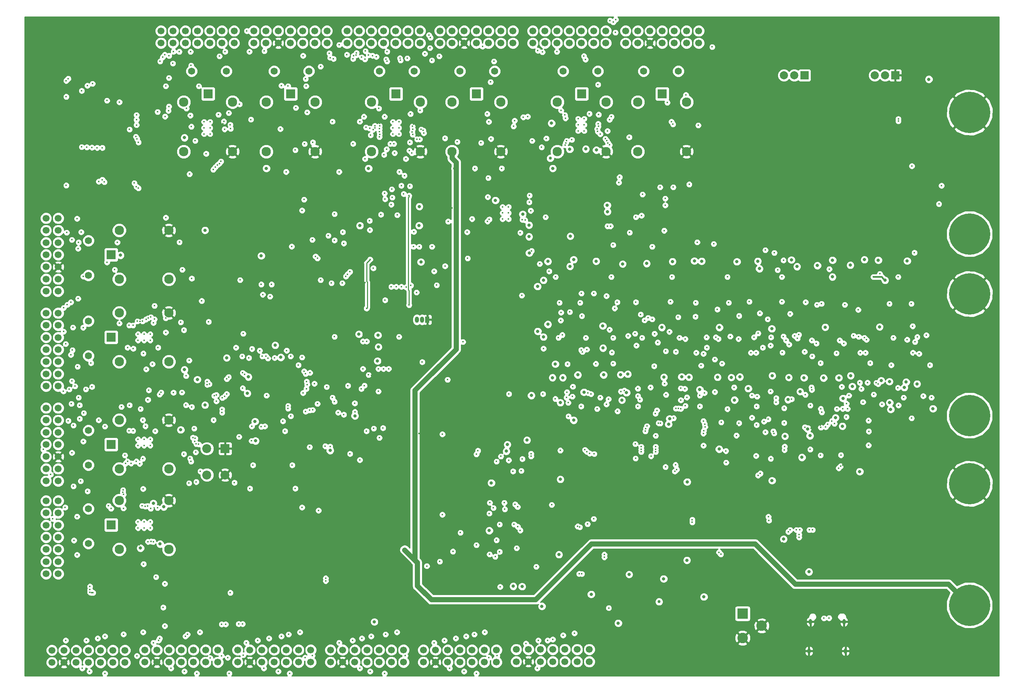
<source format=gbr>
G04 #@! TF.GenerationSoftware,KiCad,Pcbnew,5.0.0*
G04 #@! TF.CreationDate,2018-09-10T20:22:23-07:00*
G04 #@! TF.ProjectId,SchematicAutomation,536368656D617469634175746F6D6174,rev?*
G04 #@! TF.SameCoordinates,Original*
G04 #@! TF.FileFunction,Copper,L3,Inr,Plane*
G04 #@! TF.FilePolarity,Positive*
%FSLAX45Y45*%
G04 Gerber Fmt 4.5, Leading zero omitted, Abs format (unit mm)*
G04 Created by KiCad (PCBNEW 5.0.0) date Mon Sep 10 20:22:23 2018*
%MOMM*%
%LPD*%
G01*
G04 APERTURE LIST*
G04 #@! TA.AperFunction,ViaPad*
%ADD10C,10.160000*%
G04 #@! TD*
G04 #@! TA.AperFunction,ViaPad*
%ADD11C,1.700000*%
G04 #@! TD*
G04 #@! TA.AperFunction,ViaPad*
%ADD12C,2.600000*%
G04 #@! TD*
G04 #@! TA.AperFunction,ViaPad*
%ADD13R,2.600000X2.600000*%
G04 #@! TD*
G04 #@! TA.AperFunction,ViaPad*
%ADD14C,1.733000*%
G04 #@! TD*
G04 #@! TA.AperFunction,ViaPad*
%ADD15C,2.300000*%
G04 #@! TD*
G04 #@! TA.AperFunction,ViaPad*
%ADD16R,2.300000X2.300000*%
G04 #@! TD*
G04 #@! TA.AperFunction,ViaPad*
%ADD17C,2.200000*%
G04 #@! TD*
G04 #@! TA.AperFunction,ViaPad*
%ADD18R,2.200000X2.200000*%
G04 #@! TD*
G04 #@! TA.AperFunction,ViaPad*
%ADD19C,2.000000*%
G04 #@! TD*
G04 #@! TA.AperFunction,ViaPad*
%ADD20R,2.000000X2.000000*%
G04 #@! TD*
G04 #@! TA.AperFunction,ViaPad*
%ADD21R,1.000000X1.500000*%
G04 #@! TD*
G04 #@! TA.AperFunction,ViaPad*
%ADD22O,1.000000X1.500000*%
G04 #@! TD*
G04 #@! TA.AperFunction,ViaPad*
%ADD23C,0.380000*%
G04 #@! TD*
G04 #@! TA.AperFunction,ViaPad*
%ADD24O,0.800000X1.400000*%
G04 #@! TD*
G04 #@! TA.AperFunction,ViaPad*
%ADD25C,0.400000*%
G04 #@! TD*
G04 #@! TA.AperFunction,ViaPad*
%ADD26C,0.800000*%
G04 #@! TD*
G04 #@! TA.AperFunction,ViaPad*
%ADD27C,0.762000*%
G04 #@! TD*
G04 #@! TA.AperFunction,Conductor*
%ADD28C,0.250000*%
G04 #@! TD*
G04 #@! TA.AperFunction,Conductor*
%ADD29C,0.400000*%
G04 #@! TD*
G04 #@! TA.AperFunction,Conductor*
%ADD30C,1.270000*%
G04 #@! TD*
G04 #@! TA.AperFunction,Conductor*
%ADD31C,0.254000*%
G04 #@! TD*
G04 APERTURE END LIST*
D10*
G04 #@! TO.N,GND*
G04 #@! TO.C,J14*
X27076400Y-4267400D03*
G04 #@! TO.N,VAA*
X27076400Y-7264400D03*
G04 #@! TD*
D11*
G04 #@! TO.N,2_GarminTX*
G04 #@! TO.C,J19*
X4643200Y-9209200D03*
G04 #@! TO.N,2_IN1*
X4341200Y-9209200D03*
G04 #@! TO.N,2_GarminRX*
X4643200Y-9509200D03*
G04 #@! TO.N,2_IN2*
X4341200Y-9509200D03*
G04 #@! TO.N,2_GarminPWR*
X4643200Y-9809200D03*
G04 #@! TO.N,2_IN3*
X4341200Y-9809200D03*
G04 #@! TO.N,2_RTS*
X4643200Y-10109200D03*
G04 #@! TO.N,2_IN4*
X4341200Y-10109200D03*
G04 #@! TO.N,2_CTS*
X4643200Y-10409200D03*
G04 #@! TO.N,2_IN5*
X4341200Y-10409200D03*
G04 #@! TO.N,2_RX*
X4643200Y-10709200D03*
G04 #@! TO.N,2_IN0*
X4341200Y-10709200D03*
G04 #@! TO.N,2_TX*
X4643200Y-11009200D03*
G04 #@! TO.N,2_ADC1*
X4341200Y-11009200D03*
G04 #@! TD*
G04 #@! TO.N,4_OWB_SEC*
G04 #@! TO.C,J18*
X15835200Y-2560400D03*
G04 #@! TO.N,4_ADC2*
X15835200Y-2258400D03*
G04 #@! TO.N,4_OUT3*
X15535200Y-2560400D03*
G04 #@! TO.N,4_ADC3*
X15535200Y-2258400D03*
G04 #@! TO.N,4_OUT0*
X15235200Y-2560400D03*
G04 #@! TO.N,4_ADC0*
X15235200Y-2258400D03*
G04 #@! TO.N,4_Vin*
X14935200Y-2560400D03*
G04 #@! TO.N,Net-(J18-Pad11)*
X14935200Y-2258400D03*
G04 #@! TO.N,GND*
X14635200Y-2560400D03*
G04 #@! TO.N,4_OUT1*
X14635200Y-2258400D03*
G04 #@! TO.N,Net-(J18-Pad2)*
X14335200Y-2560400D03*
G04 #@! TO.N,4_OUT2*
X14335200Y-2258400D03*
G04 #@! TO.N,Net-(J18-Pad1)*
X14035200Y-2560400D03*
G04 #@! TO.N,4_OWB_MAIN*
X14035200Y-2258400D03*
G04 #@! TD*
G04 #@! TO.N,Net-(J1-Pad7)*
G04 #@! TO.C,J1*
X4484800Y-17513740D03*
G04 #@! TO.N,Net-(J1-Pad8)*
X4484800Y-17815740D03*
G04 #@! TO.N,1_J1850+*
X4784800Y-17513740D03*
G04 #@! TO.N,GND*
X4784800Y-17815740D03*
G04 #@! TO.N,1_J1850-*
X5084800Y-17513740D03*
G04 #@! TO.N,1_ISO-K*
X5084800Y-17815740D03*
G04 #@! TO.N,1_ISO-Low*
X5384800Y-17513740D03*
G04 #@! TO.N,1_SWC_BUS*
X5384800Y-17815740D03*
G04 #@! TO.N,1_J1708-TXD*
X5684800Y-17513740D03*
G04 #@! TO.N,1_CAN_MS_L*
X5684800Y-17815740D03*
G04 #@! TO.N,1_J1708-RXD*
X5984800Y-17513740D03*
G04 #@! TO.N,1_CAN_MS_H*
X5984800Y-17815740D03*
G04 #@! TO.N,1_CANHigh*
X6284800Y-17513740D03*
G04 #@! TO.N,1_CANLow*
X6284800Y-17815740D03*
G04 #@! TD*
G04 #@! TO.N,1_GarminTX*
G04 #@! TO.C,J2*
X4643200Y-13832000D03*
G04 #@! TO.N,1_IN1*
X4341200Y-13832000D03*
G04 #@! TO.N,1_GarminRX*
X4643200Y-14132000D03*
G04 #@! TO.N,1_IN2*
X4341200Y-14132000D03*
G04 #@! TO.N,1_GarminPWR*
X4643200Y-14432000D03*
G04 #@! TO.N,1_IN3*
X4341200Y-14432000D03*
G04 #@! TO.N,1_RTS*
X4643200Y-14732000D03*
G04 #@! TO.N,1_IN4*
X4341200Y-14732000D03*
G04 #@! TO.N,1_CTS*
X4643200Y-15032000D03*
G04 #@! TO.N,1_IN5*
X4341200Y-15032000D03*
G04 #@! TO.N,1_RX*
X4643200Y-15332000D03*
G04 #@! TO.N,1_IN0*
X4341200Y-15332000D03*
G04 #@! TO.N,1_TX*
X4643200Y-15632000D03*
G04 #@! TO.N,1_ADC1*
X4341200Y-15632000D03*
G04 #@! TD*
G04 #@! TO.N,Net-(J3-Pad7)*
G04 #@! TO.C,J3*
X6770800Y-17505600D03*
G04 #@! TO.N,Net-(J3-Pad8)*
X6770800Y-17807600D03*
G04 #@! TO.N,1_J1850+*
X7070800Y-17505600D03*
G04 #@! TO.N,GND*
X7070800Y-17807600D03*
G04 #@! TO.N,1_J1850-*
X7370800Y-17505600D03*
G04 #@! TO.N,1_ISO-K*
X7370800Y-17807600D03*
G04 #@! TO.N,1_ISO-Low*
X7670800Y-17505600D03*
G04 #@! TO.N,1_SWC_BUS*
X7670800Y-17807600D03*
G04 #@! TO.N,1_J1708-TXD*
X7970800Y-17505600D03*
G04 #@! TO.N,1_CAN_MS_L*
X7970800Y-17807600D03*
G04 #@! TO.N,1_J1708-RXD*
X8270800Y-17505600D03*
G04 #@! TO.N,1_CAN_MS_H*
X8270800Y-17807600D03*
G04 #@! TO.N,1_CANHigh*
X8570800Y-17505600D03*
G04 #@! TO.N,1_CANLow*
X8570800Y-17807600D03*
G04 #@! TD*
G04 #@! TO.N,1_OWB_SEC*
G04 #@! TO.C,J4*
X4643200Y-11546000D03*
G04 #@! TO.N,1_ADC2*
X4341200Y-11546000D03*
G04 #@! TO.N,1_OUT3*
X4643200Y-11846000D03*
G04 #@! TO.N,1_ADC3*
X4341200Y-11846000D03*
G04 #@! TO.N,1_OUT0*
X4643200Y-12146000D03*
G04 #@! TO.N,1_ADC0*
X4341200Y-12146000D03*
G04 #@! TO.N,1_Vin*
X4643200Y-12446000D03*
G04 #@! TO.N,Net-(J4-Pad11)*
X4341200Y-12446000D03*
G04 #@! TO.N,GND*
X4643200Y-12746000D03*
G04 #@! TO.N,1_OUT1*
X4341200Y-12746000D03*
G04 #@! TO.N,Net-(J4-Pad2)*
X4643200Y-13046000D03*
G04 #@! TO.N,1_OUT2*
X4341200Y-13046000D03*
G04 #@! TO.N,Net-(J4-Pad1)*
X4643200Y-13346000D03*
G04 #@! TO.N,1_OWB_MAIN*
X4341200Y-13346000D03*
G04 #@! TD*
G04 #@! TO.N,Net-(J5-Pad7)*
G04 #@! TO.C,J5*
X9056800Y-17505600D03*
G04 #@! TO.N,Net-(J5-Pad8)*
X9056800Y-17807600D03*
G04 #@! TO.N,1_J1850+*
X9356800Y-17505600D03*
G04 #@! TO.N,GND*
X9356800Y-17807600D03*
G04 #@! TO.N,1_J1850-*
X9656800Y-17505600D03*
G04 #@! TO.N,1_ISO-K*
X9656800Y-17807600D03*
G04 #@! TO.N,1_ISO-Low*
X9956800Y-17505600D03*
G04 #@! TO.N,1_SWC_BUS*
X9956800Y-17807600D03*
G04 #@! TO.N,1_J1708-TXD*
X10256800Y-17505600D03*
G04 #@! TO.N,1_CAN_MS_L*
X10256800Y-17807600D03*
G04 #@! TO.N,1_J1708-RXD*
X10556800Y-17505600D03*
G04 #@! TO.N,1_CAN_MS_H*
X10556800Y-17807600D03*
G04 #@! TO.N,1_CANHigh*
X10856800Y-17505600D03*
G04 #@! TO.N,1_CANLow*
X10856800Y-17807600D03*
G04 #@! TD*
G04 #@! TO.N,5_GarminTX*
G04 #@! TO.C,J6*
X18121200Y-2560400D03*
G04 #@! TO.N,5_IN1*
X18121200Y-2258400D03*
G04 #@! TO.N,5_GarminRX*
X17821200Y-2560400D03*
G04 #@! TO.N,5_IN2*
X17821200Y-2258400D03*
G04 #@! TO.N,5_GarminPWR*
X17521200Y-2560400D03*
G04 #@! TO.N,5_IN3*
X17521200Y-2258400D03*
G04 #@! TO.N,5_RTS*
X17221200Y-2560400D03*
G04 #@! TO.N,5_IN4*
X17221200Y-2258400D03*
G04 #@! TO.N,5_CTS*
X16921200Y-2560400D03*
G04 #@! TO.N,5_IN5*
X16921200Y-2258400D03*
G04 #@! TO.N,5_RX*
X16621200Y-2560400D03*
G04 #@! TO.N,5_IN0*
X16621200Y-2258400D03*
G04 #@! TO.N,5_TX*
X16321200Y-2560400D03*
G04 #@! TO.N,5_ADC1*
X16321200Y-2258400D03*
G04 #@! TD*
G04 #@! TO.N,5_OWB_SEC*
G04 #@! TO.C,J7*
X20407200Y-2560400D03*
G04 #@! TO.N,5_ADC2*
X20407200Y-2258400D03*
G04 #@! TO.N,5_OUT3*
X20107200Y-2560400D03*
G04 #@! TO.N,5_ADC3*
X20107200Y-2258400D03*
G04 #@! TO.N,5_OUT0*
X19807200Y-2560400D03*
G04 #@! TO.N,5_ADC0*
X19807200Y-2258400D03*
G04 #@! TO.N,5_Vin*
X19507200Y-2560400D03*
G04 #@! TO.N,Net-(J7-Pad11)*
X19507200Y-2258400D03*
G04 #@! TO.N,GND*
X19207200Y-2560400D03*
G04 #@! TO.N,5_OUT1*
X19207200Y-2258400D03*
G04 #@! TO.N,Net-(J7-Pad2)*
X18907200Y-2560400D03*
G04 #@! TO.N,5_OUT2*
X18907200Y-2258400D03*
G04 #@! TO.N,Net-(J7-Pad1)*
X18607200Y-2560400D03*
G04 #@! TO.N,5_OWB_MAIN*
X18607200Y-2258400D03*
G04 #@! TD*
G04 #@! TO.N,Net-(J8-Pad7)*
G04 #@! TO.C,J8*
X11342800Y-17505600D03*
G04 #@! TO.N,Net-(J8-Pad8)*
X11342800Y-17807600D03*
G04 #@! TO.N,1_J1850+*
X11642800Y-17505600D03*
G04 #@! TO.N,GND*
X11642800Y-17807600D03*
G04 #@! TO.N,1_J1850-*
X11942800Y-17505600D03*
G04 #@! TO.N,1_ISO-K*
X11942800Y-17807600D03*
G04 #@! TO.N,1_ISO-Low*
X12242800Y-17505600D03*
G04 #@! TO.N,1_SWC_BUS*
X12242800Y-17807600D03*
G04 #@! TO.N,1_J1708-TXD*
X12542800Y-17505600D03*
G04 #@! TO.N,1_CAN_MS_L*
X12542800Y-17807600D03*
G04 #@! TO.N,1_J1708-RXD*
X12842800Y-17505600D03*
G04 #@! TO.N,1_CAN_MS_H*
X12842800Y-17807600D03*
G04 #@! TO.N,1_CANHigh*
X13142800Y-17505600D03*
G04 #@! TO.N,1_CANLow*
X13142800Y-17807600D03*
G04 #@! TD*
G04 #@! TO.N,2_OWB_SEC*
G04 #@! TO.C,J20*
X4643200Y-6872400D03*
G04 #@! TO.N,2_ADC2*
X4341200Y-6872400D03*
G04 #@! TO.N,2_OUT3*
X4643200Y-7172400D03*
G04 #@! TO.N,2_ADC3*
X4341200Y-7172400D03*
G04 #@! TO.N,2_OUT0*
X4643200Y-7472400D03*
G04 #@! TO.N,2_ADC0*
X4341200Y-7472400D03*
G04 #@! TO.N,2_Vin*
X4643200Y-7772400D03*
G04 #@! TO.N,Net-(J20-Pad11)*
X4341200Y-7772400D03*
G04 #@! TO.N,GND*
X4643200Y-8072400D03*
G04 #@! TO.N,2_OUT1*
X4341200Y-8072400D03*
G04 #@! TO.N,Net-(J20-Pad2)*
X4643200Y-8372400D03*
G04 #@! TO.N,2_OUT2*
X4341200Y-8372400D03*
G04 #@! TO.N,Net-(J20-Pad1)*
X4643200Y-8672400D03*
G04 #@! TO.N,2_OWB_MAIN*
X4341200Y-8672400D03*
G04 #@! TD*
G04 #@! TO.N,3_OWB_SEC*
G04 #@! TO.C,J22*
X11257706Y-2559811D03*
G04 #@! TO.N,3_ADC2*
X11257706Y-2257811D03*
G04 #@! TO.N,3_OUT3*
X10957706Y-2559811D03*
G04 #@! TO.N,3_ADC3*
X10957706Y-2257811D03*
G04 #@! TO.N,3_OUT0*
X10657706Y-2559811D03*
G04 #@! TO.N,3_ADC0*
X10657706Y-2257811D03*
G04 #@! TO.N,3_Vin*
X10357706Y-2559811D03*
G04 #@! TO.N,Net-(J22-Pad11)*
X10357706Y-2257811D03*
G04 #@! TO.N,GND*
X10057706Y-2559811D03*
G04 #@! TO.N,3_OUT1*
X10057706Y-2257811D03*
G04 #@! TO.N,Net-(J22-Pad2)*
X9757706Y-2559811D03*
G04 #@! TO.N,3_OUT2*
X9757706Y-2257811D03*
G04 #@! TO.N,Net-(J22-Pad1)*
X9457706Y-2559811D03*
G04 #@! TO.N,3_OWB_MAIN*
X9457706Y-2257811D03*
G04 #@! TD*
G04 #@! TO.N,3_GarminTX*
G04 #@! TO.C,J21*
X8971706Y-2559811D03*
G04 #@! TO.N,3_IN1*
X8971706Y-2257811D03*
G04 #@! TO.N,3_GarminRX*
X8671706Y-2559811D03*
G04 #@! TO.N,3_IN2*
X8671706Y-2257811D03*
G04 #@! TO.N,3_GarminPWR*
X8371706Y-2559811D03*
G04 #@! TO.N,3_IN3*
X8371706Y-2257811D03*
G04 #@! TO.N,3_RTS*
X8071706Y-2559811D03*
G04 #@! TO.N,3_IN4*
X8071706Y-2257811D03*
G04 #@! TO.N,3_CTS*
X7771706Y-2559811D03*
G04 #@! TO.N,3_IN5*
X7771706Y-2257811D03*
G04 #@! TO.N,3_RX*
X7471706Y-2559811D03*
G04 #@! TO.N,3_IN0*
X7471706Y-2257811D03*
G04 #@! TO.N,3_TX*
X7171706Y-2559811D03*
G04 #@! TO.N,3_ADC1*
X7171706Y-2257811D03*
G04 #@! TD*
G04 #@! TO.N,Net-(J9-Pad7)*
G04 #@! TO.C,J9*
X15914800Y-17492900D03*
G04 #@! TO.N,Net-(J9-Pad8)*
X15914800Y-17794900D03*
G04 #@! TO.N,1_J1850+*
X16214800Y-17492900D03*
G04 #@! TO.N,GND*
X16214800Y-17794900D03*
G04 #@! TO.N,1_J1850-*
X16514800Y-17492900D03*
G04 #@! TO.N,1_ISO-K*
X16514800Y-17794900D03*
G04 #@! TO.N,1_ISO-Low*
X16814800Y-17492900D03*
G04 #@! TO.N,1_SWC_BUS*
X16814800Y-17794900D03*
G04 #@! TO.N,1_J1708-TXD*
X17114800Y-17492900D03*
G04 #@! TO.N,1_CAN_MS_L*
X17114800Y-17794900D03*
G04 #@! TO.N,1_J1708-RXD*
X17414800Y-17492900D03*
G04 #@! TO.N,1_CAN_MS_H*
X17414800Y-17794900D03*
G04 #@! TO.N,1_CANHigh*
X17714800Y-17492900D03*
G04 #@! TO.N,1_CANLow*
X17714800Y-17794900D03*
G04 #@! TD*
G04 #@! TO.N,4_GarminTX*
G04 #@! TO.C,J10*
X13549200Y-2560400D03*
G04 #@! TO.N,4_IN1*
X13549200Y-2258400D03*
G04 #@! TO.N,4_GarminRX*
X13249200Y-2560400D03*
G04 #@! TO.N,4_IN2*
X13249200Y-2258400D03*
G04 #@! TO.N,4_GarminPWR*
X12949200Y-2560400D03*
G04 #@! TO.N,4_IN3*
X12949200Y-2258400D03*
G04 #@! TO.N,4_RTS*
X12649200Y-2560400D03*
G04 #@! TO.N,4_IN4*
X12649200Y-2258400D03*
G04 #@! TO.N,4_CTS*
X12349200Y-2560400D03*
G04 #@! TO.N,4_IN5*
X12349200Y-2258400D03*
G04 #@! TO.N,4_RX*
X12049200Y-2560400D03*
G04 #@! TO.N,4_IN0*
X12049200Y-2258400D03*
G04 #@! TO.N,4_TX*
X11749200Y-2560400D03*
G04 #@! TO.N,4_ADC1*
X11749200Y-2258400D03*
G04 #@! TD*
G04 #@! TO.N,Net-(J11-Pad7)*
G04 #@! TO.C,J11*
X13628800Y-17505600D03*
G04 #@! TO.N,Net-(J11-Pad8)*
X13628800Y-17807600D03*
G04 #@! TO.N,1_J1850+*
X13928800Y-17505600D03*
G04 #@! TO.N,GND*
X13928800Y-17807600D03*
G04 #@! TO.N,1_J1850-*
X14228800Y-17505600D03*
G04 #@! TO.N,1_ISO-K*
X14228800Y-17807600D03*
G04 #@! TO.N,1_ISO-Low*
X14528800Y-17505600D03*
G04 #@! TO.N,1_SWC_BUS*
X14528800Y-17807600D03*
G04 #@! TO.N,1_J1708-TXD*
X14828800Y-17505600D03*
G04 #@! TO.N,1_CAN_MS_L*
X14828800Y-17807600D03*
G04 #@! TO.N,1_J1708-RXD*
X15128800Y-17505600D03*
G04 #@! TO.N,1_CAN_MS_H*
X15128800Y-17807600D03*
G04 #@! TO.N,1_CANHigh*
X15428800Y-17505600D03*
G04 #@! TO.N,1_CANLow*
X15428800Y-17807600D03*
G04 #@! TD*
D12*
G04 #@! TO.N,GND*
G04 #@! TO.C,J13*
X21958400Y-16911600D03*
X21488400Y-17211600D03*
D13*
G04 #@! TO.N,+12V*
X21488400Y-16611600D03*
G04 #@! TD*
D10*
G04 #@! TO.N,GND*
G04 #@! TO.C,J15*
X27076400Y-13411200D03*
G04 #@! TO.N,VDC*
X27076400Y-16408200D03*
G04 #@! TD*
G04 #@! TO.N,GND*
G04 #@! TO.C,J17*
X27076400Y-8737600D03*
G04 #@! TO.N,Net-(J17-Pad1)*
X27076400Y-11734600D03*
G04 #@! TD*
D14*
G04 #@! TO.N,Net-(Q1-Pad16)*
G04 #@! TO.C,Z1*
X5384800Y-12098000D03*
G04 #@! TO.N,+5V*
X5384800Y-12954000D03*
G04 #@! TD*
G04 #@! TO.N,Net-(Q1-Pad15)*
G04 #@! TO.C,Z2*
X5384800Y-7424400D03*
G04 #@! TO.N,+5V*
X5384800Y-8280400D03*
G04 #@! TD*
G04 #@! TO.N,Net-(Q1-Pad14)*
G04 #@! TO.C,Z3*
X10812800Y-3251200D03*
G04 #@! TO.N,+5V*
X9956800Y-3251200D03*
G04 #@! TD*
G04 #@! TO.N,Net-(Q1-Pad13)*
G04 #@! TO.C,Z4*
X15384800Y-3251200D03*
G04 #@! TO.N,+5V*
X14528800Y-3251200D03*
G04 #@! TD*
G04 #@! TO.N,Net-(Q1-Pad12)*
G04 #@! TO.C,Z5*
X19906000Y-3251200D03*
G04 #@! TO.N,+5V*
X19050000Y-3251200D03*
G04 #@! TD*
G04 #@! TO.N,Net-(Q2-Pad16)*
G04 #@! TO.C,Z6*
X5384800Y-14028400D03*
G04 #@! TO.N,+5V*
X5384800Y-14884400D03*
G04 #@! TD*
G04 #@! TO.N,Net-(Q2-Pad15)*
G04 #@! TO.C,Z7*
X5384800Y-9405600D03*
G04 #@! TO.N,+5V*
X5384800Y-10261600D03*
G04 #@! TD*
G04 #@! TO.N,Net-(Q2-Pad14)*
G04 #@! TO.C,Z8*
X8780800Y-3251200D03*
G04 #@! TO.N,+5V*
X7924800Y-3251200D03*
G04 #@! TD*
G04 #@! TO.N,Net-(Q2-Pad13)*
G04 #@! TO.C,Z9*
X13403600Y-3251200D03*
G04 #@! TO.N,+5V*
X12547600Y-3251200D03*
G04 #@! TD*
G04 #@! TO.N,Net-(Q2-Pad12)*
G04 #@! TO.C,Z10*
X17924800Y-3251200D03*
G04 #@! TO.N,+5V*
X17068800Y-3251200D03*
G04 #@! TD*
D15*
G04 #@! TO.N,GND*
G04 #@! TO.C,RLY4*
X15535200Y-5230000D03*
G04 #@! TO.N,VDC*
X14335200Y-5230000D03*
G04 #@! TO.N,Net-(Q1-Pad13)*
X15535200Y-4010000D03*
G04 #@! TO.N,+5V*
X14335200Y-4010000D03*
D16*
G04 #@! TO.N,4_Vin*
X14935200Y-3810000D03*
G04 #@! TD*
D15*
G04 #@! TO.N,GND*
G04 #@! TO.C,RLY5*
X20107200Y-5230000D03*
G04 #@! TO.N,VDC*
X18907200Y-5230000D03*
G04 #@! TO.N,Net-(Q1-Pad12)*
X20107200Y-4010000D03*
G04 #@! TO.N,+5V*
X18907200Y-4010000D03*
D16*
G04 #@! TO.N,5_Vin*
X19507200Y-3810000D03*
G04 #@! TD*
D15*
G04 #@! TO.N,GND*
G04 #@! TO.C,RLY6*
X7363600Y-13827200D03*
G04 #@! TO.N,VDC*
X7363600Y-15027200D03*
G04 #@! TO.N,Net-(Q2-Pad16)*
X6143600Y-13827200D03*
G04 #@! TO.N,+5V*
X6143600Y-15027200D03*
D16*
G04 #@! TO.N,1_GarminPWR*
X5943600Y-14427200D03*
G04 #@! TD*
D15*
G04 #@! TO.N,GND*
G04 #@! TO.C,RLY3*
X10963200Y-5230000D03*
G04 #@! TO.N,VDC*
X9763200Y-5230000D03*
G04 #@! TO.N,Net-(Q1-Pad14)*
X10963200Y-4010000D03*
G04 #@! TO.N,+5V*
X9763200Y-4010000D03*
D16*
G04 #@! TO.N,3_Vin*
X10363200Y-3810000D03*
G04 #@! TD*
D15*
G04 #@! TO.N,GND*
G04 #@! TO.C,RLY1*
X7363600Y-11846000D03*
G04 #@! TO.N,VDC*
X7363600Y-13046000D03*
G04 #@! TO.N,Net-(Q1-Pad16)*
X6143600Y-11846000D03*
G04 #@! TO.N,+5V*
X6143600Y-13046000D03*
D16*
G04 #@! TO.N,1_Vin*
X5943600Y-12446000D03*
G04 #@! TD*
D15*
G04 #@! TO.N,GND*
G04 #@! TO.C,RLY7*
X7363600Y-9204400D03*
G04 #@! TO.N,VDC*
X7363600Y-10404400D03*
G04 #@! TO.N,Net-(Q2-Pad15)*
X6143600Y-9204400D03*
G04 #@! TO.N,+5V*
X6143600Y-10404400D03*
D16*
G04 #@! TO.N,2_GarminPWR*
X5943600Y-9804400D03*
G04 #@! TD*
D15*
G04 #@! TO.N,GND*
G04 #@! TO.C,RLY8*
X8931200Y-5230000D03*
G04 #@! TO.N,VDC*
X7731200Y-5230000D03*
G04 #@! TO.N,Net-(Q2-Pad14)*
X8931200Y-4010000D03*
G04 #@! TO.N,+5V*
X7731200Y-4010000D03*
D16*
G04 #@! TO.N,3_GarminPWR*
X8331200Y-3810000D03*
G04 #@! TD*
D15*
G04 #@! TO.N,GND*
G04 #@! TO.C,RLY9*
X13554000Y-5230000D03*
G04 #@! TO.N,VDC*
X12354000Y-5230000D03*
G04 #@! TO.N,Net-(Q2-Pad13)*
X13554000Y-4010000D03*
G04 #@! TO.N,+5V*
X12354000Y-4010000D03*
D16*
G04 #@! TO.N,4_GarminPWR*
X12954000Y-3810000D03*
G04 #@! TD*
D15*
G04 #@! TO.N,GND*
G04 #@! TO.C,RLY10*
X18126000Y-5230000D03*
G04 #@! TO.N,VDC*
X16926000Y-5230000D03*
G04 #@! TO.N,Net-(Q2-Pad12)*
X18126000Y-4010000D03*
G04 #@! TO.N,+5V*
X16926000Y-4010000D03*
D16*
G04 #@! TO.N,5_GarminPWR*
X17526000Y-3810000D03*
G04 #@! TD*
D15*
G04 #@! TO.N,GND*
G04 #@! TO.C,RLY2*
X7363600Y-7172400D03*
G04 #@! TO.N,VDC*
X7363600Y-8372400D03*
G04 #@! TO.N,Net-(Q1-Pad15)*
X6143600Y-7172400D03*
G04 #@! TO.N,+5V*
X6143600Y-8372400D03*
D16*
G04 #@! TO.N,2_Vin*
X5943600Y-7772400D03*
G04 #@! TD*
D17*
G04 #@! TO.N,Net-(R4-Pad1)*
G04 #@! TO.C,S1*
X8300300Y-12547600D03*
X8300300Y-13197600D03*
G04 #@! TO.N,GND*
X8750300Y-13197600D03*
D18*
X8750300Y-12547600D03*
G04 #@! TD*
D19*
G04 #@! TO.N,+3V3*
G04 #@! TO.C,S3*
X22504400Y-3352800D03*
G04 #@! TO.N,+VSW*
X22758400Y-3352800D03*
D20*
G04 #@! TO.N,+5V*
X23012400Y-3352800D03*
G04 #@! TD*
D19*
G04 #@! TO.N,-3V3*
G04 #@! TO.C,S2*
X24739600Y-3352800D03*
G04 #@! TO.N,-VSW*
X24993600Y-3352800D03*
D20*
G04 #@! TO.N,GND*
X25247600Y-3352800D03*
G04 #@! TD*
D21*
G04 #@! TO.N,GND*
G04 #@! TO.C,U17*
X13728700Y-9372600D03*
D22*
G04 #@! TO.N,Net-(U17-Pad3)*
X13474700Y-9372600D03*
G04 #@! TO.N,Net-(U17-Pad2)*
X13601700Y-9372600D03*
G04 #@! TD*
D23*
G04 #@! TO.N,N/C*
G04 #@! TO.C,U8*
X6906400Y-14352200D03*
X6756400Y-14352200D03*
X6606400Y-14352200D03*
X6906400Y-14502200D03*
X6756400Y-14502200D03*
X6606400Y-14502200D03*
G04 #@! TD*
G04 #@! TO.N,N/C*
G04 #@! TO.C,U10*
X6906400Y-12320200D03*
X6756400Y-12320200D03*
X6606400Y-12320200D03*
X6906400Y-12470200D03*
X6756400Y-12470200D03*
X6606400Y-12470200D03*
G04 #@! TD*
G04 #@! TO.N,N/C*
G04 #@! TO.C,U9*
X13029000Y-4798200D03*
X13029000Y-4648200D03*
X13029000Y-4498200D03*
X12879000Y-4798200D03*
X12879000Y-4648200D03*
X12879000Y-4498200D03*
G04 #@! TD*
G04 #@! TO.N,N/C*
G04 #@! TO.C,U7*
X8380800Y-4798200D03*
X8380800Y-4648200D03*
X8380800Y-4498200D03*
X8230800Y-4798200D03*
X8230800Y-4648200D03*
X8230800Y-4498200D03*
G04 #@! TD*
G04 #@! TO.N,N/C*
G04 #@! TO.C,U11*
X17588300Y-4722000D03*
X17588300Y-4572000D03*
X17588300Y-4422000D03*
X17438300Y-4722000D03*
X17438300Y-4572000D03*
X17438300Y-4422000D03*
G04 #@! TD*
G04 #@! TO.N,N/C*
G04 #@! TO.C,U12*
X6906400Y-9729400D03*
X6756400Y-9729400D03*
X6606400Y-9729400D03*
X6906400Y-9879400D03*
X6756400Y-9879400D03*
X6606400Y-9879400D03*
G04 #@! TD*
G04 #@! TO.N,N/C*
G04 #@! TO.C,U13*
X15577750Y-6593700D03*
X15577750Y-6743700D03*
X15577750Y-6893700D03*
X15727750Y-6593700D03*
X15727750Y-6743700D03*
X15727750Y-6893700D03*
G04 #@! TD*
D24*
G04 #@! TO.N,GND*
G04 #@! TO.C,J16*
X24021000Y-17533800D03*
X23985000Y-16813800D03*
X23159000Y-16813800D03*
X23123000Y-17533800D03*
G04 #@! TD*
D25*
G04 #@! TO.N,*
X4273550Y-12566650D03*
G04 #@! TO.N,GND*
X20440650Y-9258300D03*
X8394700Y-11074400D03*
X11214100Y-12585700D03*
X10490200Y-13728700D03*
X9575800Y-11976100D03*
X9829800Y-11582400D03*
X12357100Y-10744200D03*
X12369800Y-9918700D03*
X10047923Y-10452100D03*
X17913350Y-15798800D03*
X18421350Y-16306800D03*
X18357850Y-16249650D03*
X18421350Y-16249650D03*
X18357850Y-16313150D03*
X23729950Y-13157200D03*
X20605750Y-14693900D03*
X20656550Y-14700250D03*
X20662900Y-14649450D03*
X20593050Y-14643100D03*
X20808950Y-11906250D03*
X20828000Y-11957050D03*
X20828000Y-11830050D03*
X18459450Y-13150850D03*
X18376900Y-13150850D03*
X18376900Y-13049250D03*
X18465800Y-13049250D03*
X19132550Y-13131800D03*
X19196050Y-13131800D03*
X19196050Y-13081000D03*
X19126200Y-13081000D03*
X18834100Y-8483600D03*
X20066000Y-12439650D03*
X20116800Y-12452350D03*
D26*
X23253700Y-13068300D03*
D25*
X15875000Y-13436600D03*
X16052800Y-13887450D03*
X20307300Y-8534400D03*
X18973800Y-8674100D03*
X12052300Y-4635500D03*
X16611600Y-4533900D03*
X17792700Y-4470400D03*
X22999700Y-8483600D03*
X21615400Y-8382000D03*
X21831300Y-8788400D03*
X20434300Y-8737600D03*
X25876250Y-8731250D03*
X25641300Y-8394700D03*
X23126700Y-8686800D03*
X21767800Y-9258300D03*
X24460200Y-9128000D03*
X25527000Y-9398000D03*
X25425400Y-9385300D03*
X25374600Y-9385300D03*
X25247600Y-9398000D03*
X25158700Y-9410700D03*
X25222200Y-9461500D03*
X25336500Y-9461500D03*
X25666700Y-9410700D03*
X25666700Y-9321800D03*
X25539700Y-9258300D03*
X25412700Y-9258300D03*
X25679400Y-9258300D03*
X25755600Y-9271000D03*
X25742900Y-9347200D03*
X25742900Y-9410700D03*
X25920700Y-9220200D03*
X25920700Y-9334500D03*
X25908000Y-9436100D03*
X25933400Y-9512300D03*
X24269700Y-9385300D03*
X24091900Y-9410700D03*
X24028400Y-9410700D03*
X23964900Y-9423400D03*
X24384000Y-9461500D03*
X24257000Y-9512300D03*
X24091900Y-9499600D03*
X22923500Y-9385300D03*
X22860000Y-9385300D03*
X22758400Y-9385300D03*
X22771100Y-9461500D03*
X22860000Y-9461500D03*
X22936200Y-9448800D03*
X25984200Y-8674100D03*
X25984200Y-8763000D03*
X8191500Y-4025900D03*
X8280400Y-4025900D03*
X8458200Y-4013200D03*
X8623300Y-4000500D03*
X7823200Y-6121400D03*
X7835900Y-6337300D03*
X7810500Y-6502400D03*
X7861300Y-6769100D03*
X8051800Y-6375400D03*
X8013700Y-6083300D03*
X8064500Y-6159500D03*
X8013700Y-6235700D03*
X7835900Y-6337300D03*
X7835900Y-6337300D03*
X7874000Y-6286500D03*
X7810500Y-6235700D03*
X7874000Y-6172200D03*
X7874000Y-6172200D03*
X7874000Y-6172200D03*
X7950200Y-6134100D03*
X19113500Y-8674100D03*
X19189700Y-8674100D03*
X19265900Y-8674100D03*
X20142200Y-8686800D03*
X20066000Y-8686800D03*
X19964400Y-8686800D03*
X20675600Y-8686800D03*
X20764500Y-8686800D03*
X20878800Y-8686800D03*
X16154400Y-13525500D03*
X16154400Y-13576300D03*
X16154400Y-13652500D03*
X16154400Y-13804900D03*
X16179800Y-14262100D03*
X16167100Y-14808200D03*
X16167100Y-14909800D03*
X15697200Y-14884400D03*
X15760700Y-15062200D03*
X10210800Y-9245600D03*
X10287000Y-9232900D03*
X10375900Y-9232900D03*
X8382000Y-4318000D03*
X17602200Y-9099302D03*
X23139400Y-9051801D03*
X18872200Y-10414000D03*
X20396200Y-10401300D03*
X24041100Y-7124700D03*
X19608800Y-10528300D03*
X18034000Y-10490200D03*
X16027400Y-10515600D03*
X15468600Y-10490200D03*
X15176500Y-10477500D03*
X15392400Y-9512300D03*
X15976600Y-9512300D03*
X15201900Y-9245600D03*
X15354300Y-9283700D03*
X15544800Y-9271000D03*
X21475700Y-11772900D03*
X19481800Y-11798300D03*
X20072350Y-11798300D03*
X20256500Y-12217400D03*
X22368200Y-12217800D03*
X20472400Y-13385800D03*
X20478750Y-13462000D03*
X20466050Y-13582650D03*
X21793200Y-14185900D03*
X21672550Y-14185900D03*
X21558250Y-14185900D03*
X19545300Y-14566900D03*
X13106400Y-12160250D03*
X13296900Y-12109450D03*
X8572500Y-14776450D03*
X8883650Y-14776450D03*
X9423400Y-14763750D03*
X8972550Y-7543800D03*
X8985250Y-7931150D03*
X22294850Y-16770350D03*
X22269450Y-16992600D03*
X22364700Y-16910050D03*
X22466300Y-16916400D03*
X22402800Y-17081500D03*
X22231350Y-17272000D03*
X21742400Y-16979900D03*
X21418550Y-16865600D03*
X22631400Y-16770350D03*
X22802850Y-16884650D03*
X22764750Y-17125950D03*
X23177500Y-17081500D03*
X23336250Y-17081500D03*
X24003000Y-17030700D03*
X24320500Y-17049750D03*
X24187150Y-16351250D03*
X23742650Y-16338550D03*
X20027900Y-12934950D03*
X21609050Y-12947650D03*
X21907500Y-12954000D03*
X22104350Y-12706350D03*
X21355050Y-11982450D03*
X22288500Y-16656050D03*
X23310850Y-15525750D03*
X23406100Y-11969750D03*
X23075900Y-10363200D03*
X20154900Y-10521950D03*
X21678900Y-10490200D03*
X24396700Y-10420350D03*
X26041350Y-8801100D03*
X17526000Y-10363200D03*
X24599900Y-12217400D03*
X24231600Y-12966700D03*
X23952200Y-12954000D03*
X24026600Y-12966700D03*
X23685500Y-12941300D03*
X23482300Y-12960350D03*
X22002750Y-12960350D03*
X20142200Y-12934950D03*
X19380200Y-12001500D03*
X13677900Y-6686550D03*
X14636750Y-6692900D03*
X14725650Y-6699250D03*
X25723850Y-10248900D03*
X23495000Y-11557000D03*
X24142700Y-11750799D03*
X13470499Y-6686550D03*
X13580501Y-6686550D03*
X8801100Y-16363950D03*
X8991600Y-16402050D03*
X12077700Y-14827250D03*
X12471400Y-14839950D03*
X12903200Y-14852650D03*
X13169900Y-14852650D03*
X18542000Y-17151350D03*
X19469100Y-17227550D03*
X20421600Y-17202150D03*
X25488900Y-15246350D03*
X25704800Y-16097250D03*
X25793700Y-17291050D03*
X25565100Y-12617450D03*
X25577800Y-13354050D03*
X25641300Y-13862050D03*
X25615900Y-14331950D03*
X25336500Y-14395450D03*
X25285700Y-13125450D03*
X25209500Y-12719050D03*
X23258526Y-16315685D03*
X23037800Y-16179249D03*
X23115015Y-16180760D03*
X22059900Y-11804650D03*
X22529800Y-12134850D03*
X23583900Y-11791950D03*
X23177500Y-12045950D03*
X12086454Y-16556214D03*
X11940223Y-11333000D03*
X8883730Y-7628499D03*
X6642100Y-10274300D03*
X8788400Y-11023600D03*
X6502400Y-12966700D03*
X8382000Y-4318000D03*
X8382000Y-4318000D03*
X9436100Y-11404600D03*
X9766300Y-11417300D03*
X9563100Y-11569700D03*
X9245600Y-11468100D03*
X10185400Y-12496800D03*
X12179300Y-13208000D03*
X12992100Y-13182600D03*
X13766800Y-13169900D03*
X13728700Y-11341100D03*
X13271500Y-11315700D03*
X22009100Y-5219700D03*
X23495000Y-5067300D03*
X24269700Y-5143500D03*
X25349200Y-4991100D03*
X22618700Y-5245100D03*
X23507700Y-5549900D03*
X24625300Y-5715000D03*
X25895300Y-5613400D03*
X23685500Y-2425700D03*
X24714200Y-2438400D03*
X25476200Y-2374900D03*
X4940300Y-2311400D03*
X5994400Y-2324100D03*
X6921500Y-2336800D03*
X5156200Y-2768600D03*
X5651500Y-2781300D03*
X6375400Y-2844800D03*
X4648200Y-16649700D03*
X5588000Y-16459200D03*
X6553200Y-16598900D03*
X9004300Y-6426200D03*
X9702800Y-6400800D03*
X11366500Y-6426200D03*
X9347200Y-6019800D03*
X10020300Y-5969000D03*
X10820400Y-6070600D03*
X11303000Y-6070600D03*
X9512300Y-6642100D03*
X10134600Y-6743700D03*
X10388600Y-10820400D03*
X9753600Y-10807700D03*
X10210800Y-11214100D03*
X25618999Y-6552416D03*
X19062700Y-16090900D03*
X18268950Y-15640050D03*
X9538210Y-16529351D03*
X9106120Y-16497122D03*
X9275554Y-16529351D03*
X10284563Y-16529351D03*
X10932263Y-16529351D03*
X13125532Y-16148199D03*
X11412025Y-16529351D03*
X10588883Y-16529351D03*
X12404672Y-16148199D03*
X16770350Y-16319500D03*
X14300200Y-16687800D03*
X12846050Y-16567150D03*
X13519150Y-16624300D03*
X15615856Y-16529351D03*
X14833600Y-16706850D03*
X16281313Y-16529351D03*
X19284950Y-15557500D03*
X17964150Y-17075150D03*
X17494250Y-16313150D03*
X13522401Y-12179300D03*
X13843199Y-11874699D03*
X14335049Y-6624756D03*
X19164300Y-16567150D03*
X12465050Y-13684250D03*
X12820650Y-13722350D03*
X12407900Y-12490450D03*
X12903200Y-12471400D03*
X9842500Y-13728700D03*
X10026650Y-14363700D03*
X10217150Y-14617700D03*
X12103100Y-14319250D03*
X15792450Y-11791950D03*
X24168100Y-15487650D03*
X24599900Y-15455900D03*
X24885650Y-15354300D03*
X24815800Y-14763750D03*
X27311350Y-14255750D03*
X27266900Y-14719300D03*
X27324050Y-15119350D03*
X27171650Y-10483850D03*
X27266900Y-9766300D03*
X27082750Y-9709150D03*
X26962100Y-10433050D03*
X26924000Y-6191250D03*
X27044650Y-5842000D03*
X27285950Y-5251450D03*
X26968450Y-5111750D03*
X23399750Y-15544800D03*
X22472650Y-14871700D03*
X22472650Y-14960600D03*
X22517100Y-15195550D03*
X22536150Y-15290800D03*
X23260050Y-16922750D03*
X23247350Y-16510000D03*
X23825200Y-16929100D03*
X23856950Y-16516350D03*
X26219150Y-3073400D03*
X27044650Y-3213100D03*
X25609550Y-3606800D03*
X24876049Y-7099300D03*
X16992600Y-9296400D03*
X19100800Y-9099550D03*
X18662650Y-10096500D03*
X20520817Y-13091317D03*
X20440648Y-12901618D03*
X20492242Y-13119892D03*
X25787350Y-8978900D03*
X25482550Y-10115550D03*
X24174450Y-10102850D03*
X22948900Y-9994900D03*
X16616001Y-16570951D03*
X16677335Y-16570951D03*
X17220265Y-16570951D03*
X19926300Y-12947650D03*
X19634501Y-12928600D03*
X19405600Y-12940799D03*
X21418550Y-12985750D03*
X20567650Y-13208000D03*
X10007600Y-9791700D03*
X9544050Y-9715500D03*
X8972550Y-9785350D03*
X9251950Y-10267950D03*
X12192000Y-8458200D03*
X13652500Y-6216650D03*
X15233650Y-6826250D03*
X16179800Y-6788150D03*
X17043400Y-4470400D03*
X17532350Y-8547100D03*
X17824450Y-8629650D03*
X17887950Y-8629650D03*
X17970500Y-8648700D03*
X17989550Y-8597900D03*
X18002250Y-8528050D03*
X17913350Y-8496300D03*
X17068800Y-8502650D03*
X17246600Y-8553450D03*
X17291050Y-8382000D03*
X15563850Y-8382000D03*
X15386050Y-8578850D03*
X15367000Y-8032750D03*
X15538450Y-8045450D03*
X13387310Y-4555781D03*
X8699500Y-4546600D03*
X7886700Y-4533900D03*
X6718300Y-11760200D03*
X12553950Y-4535650D03*
X17405350Y-9975850D03*
X21501100Y-10090150D03*
X21704300Y-10369550D03*
X9271000Y-7766050D03*
X9093200Y-7753350D03*
X8921750Y-7772400D03*
X8915400Y-7981950D03*
X8921750Y-8216900D03*
X9131300Y-8216900D03*
X11334750Y-8058150D03*
X11283950Y-7994650D03*
X11252200Y-7912100D03*
X9112250Y-6578600D03*
X9436100Y-6394450D03*
X6591300Y-6324600D03*
X6699250Y-6515100D03*
X4591050Y-6330950D03*
X4381500Y-6267450D03*
X4273550Y-5886450D03*
X4298950Y-5511800D03*
X21939250Y-6775450D03*
X21431250Y-6819900D03*
X20999450Y-5321300D03*
X21316950Y-4946650D03*
X21488400Y-4876800D03*
X21818600Y-4787900D03*
X22231350Y-4857750D03*
X23107650Y-3968750D03*
X23558500Y-4070350D03*
X24498300Y-4102100D03*
X21780500Y-3613150D03*
X21291550Y-3486150D03*
X21520150Y-2292350D03*
X23253700Y-2755900D03*
X22536150Y-2432050D03*
X21958300Y-2641600D03*
X23672800Y-6813550D03*
X22974300Y-6889750D03*
X24288750Y-6705600D03*
X17697450Y-12160250D03*
X18402300Y-12179300D03*
X25165050Y-12147550D03*
X25495250Y-12211050D03*
X26009600Y-16389350D03*
X25539700Y-17005300D03*
X11245850Y-16173450D03*
X10871200Y-16135350D03*
X10198100Y-16014700D03*
X10604500Y-16084550D03*
X10642600Y-15995650D03*
X10699750Y-15951200D03*
X14116050Y-14547850D03*
X14370050Y-14433550D03*
X14116050Y-14547850D03*
X14116050Y-14547850D03*
X14420850Y-13315950D03*
X14414500Y-13658850D03*
X13931900Y-13411200D03*
X14052550Y-12725400D03*
X16490950Y-13696950D03*
X16573500Y-13627100D03*
X17259300Y-12769850D03*
X17399000Y-12553950D03*
X17691100Y-12306300D03*
X17995900Y-12198350D03*
X18230850Y-12954000D03*
X18040350Y-12985750D03*
X17964150Y-13531850D03*
X18002250Y-13658850D03*
X18034000Y-13722350D03*
X17589500Y-6350000D03*
X17100550Y-6369050D03*
X19050000Y-4806950D03*
X19126200Y-4908550D03*
X19265900Y-4248150D03*
X19107150Y-3790950D03*
X21272500Y-2749550D03*
X21558250Y-2679700D03*
X23882350Y-3702050D03*
X24282400Y-3759200D03*
X25076150Y-4806950D03*
X24377650Y-4724400D03*
X23260050Y-4673600D03*
X15976600Y-15354300D03*
X15887700Y-15170150D03*
X20605750Y-15627350D03*
X21094700Y-17087850D03*
X21221700Y-17011650D03*
X21894800Y-17214850D03*
X23450550Y-17259300D03*
X23666450Y-17176750D03*
X23729950Y-17100550D03*
D26*
X24199850Y-12287250D03*
D25*
X6654800Y-12782550D03*
X6642100Y-14922500D03*
X6654800Y-9417050D03*
X17252950Y-3879850D03*
X17329150Y-4000500D03*
X17697450Y-4095750D03*
X15157450Y-11290300D03*
X14909800Y-11264900D03*
X9372600Y-9131300D03*
X9220200Y-9175750D03*
X9061450Y-9099550D03*
X4737100Y-12617450D03*
X4826000Y-12642850D03*
X4933950Y-12236450D03*
X5041900Y-11874500D03*
X4851400Y-12941300D03*
X4864100Y-13068300D03*
X5594350Y-12547600D03*
X5905500Y-13423900D03*
X5975350Y-13430250D03*
X5334000Y-13817600D03*
X5245100Y-13792200D03*
X4883150Y-13569950D03*
X4572000Y-13589000D03*
X4000500Y-13569950D03*
X4508500Y-12592050D03*
X4876800Y-15551150D03*
X4749800Y-16249650D03*
X5207000Y-16338550D03*
X5753100Y-16617950D03*
X6216650Y-16713200D03*
X5467350Y-16814800D03*
X5060950Y-16878300D03*
X4762500Y-16986250D03*
X4705350Y-16998950D03*
X20402550Y-6711950D03*
X19907250Y-6985000D03*
X19945350Y-6616700D03*
X21247100Y-5664200D03*
X11417300Y-3848100D03*
X11493500Y-3975100D03*
X11341100Y-3257550D03*
X14503400Y-2794000D03*
X15563850Y-2908300D03*
X17811750Y-2959100D03*
X16865600Y-3130550D03*
X16852900Y-3765550D03*
X17106900Y-3740150D03*
X18903950Y-2990850D03*
X19069050Y-2895600D03*
X19050000Y-4133850D03*
X19246850Y-4800600D03*
X19253200Y-5048250D03*
X19069050Y-5556250D03*
X17373600Y-6292850D03*
X21291550Y-6159500D03*
X21755100Y-6159500D03*
X23342600Y-6184900D03*
X26936700Y-14636750D03*
X26904950Y-15011400D03*
X25317450Y-17722850D03*
X24993600Y-17748250D03*
X20675600Y-17672050D03*
X19215100Y-17583150D03*
X19094450Y-14585950D03*
X18726150Y-14617700D03*
X18307050Y-14478000D03*
X12731750Y-14624050D03*
X12566650Y-14465300D03*
X8756650Y-13728700D03*
X8261350Y-13665200D03*
X8724900Y-13004800D03*
X8604250Y-12934950D03*
X8521700Y-12865100D03*
X7423150Y-6159500D03*
X7499350Y-6400800D03*
X6699250Y-3854450D03*
X6508750Y-3873500D03*
X25654000Y-3562350D03*
X24771350Y-8864600D03*
X24631650Y-8864600D03*
X24688800Y-8794750D03*
X24034750Y-8870950D03*
X23952200Y-8813800D03*
X23507700Y-8782050D03*
X24326850Y-8394700D03*
X24491950Y-8763000D03*
G04 #@! TO.N,+5V*
X4838700Y-3879600D03*
D26*
X20535900Y-16198850D03*
X20116800Y-15297150D03*
D25*
X5422900Y-16021050D03*
X5422900Y-16084550D03*
X5422900Y-15944850D03*
X5461000Y-16097250D03*
X5499100Y-16097250D03*
X4838700Y-6064250D03*
X4889500Y-3435350D03*
X4838700Y-3486150D03*
X9768523Y-11239500D03*
D26*
X8066723Y-10845800D03*
X7749223Y-10604500D03*
X6174423Y-7785100D03*
X9296400Y-11186800D03*
X9321800Y-10782300D03*
D25*
X8877300Y-16097250D03*
D26*
X16548100Y-16430850D03*
D25*
X18192750Y-16472450D03*
D26*
X13569950Y-7950200D03*
D25*
G04 #@! TO.N,MUXC*
X7988300Y-12052300D03*
X6397501Y-4686300D03*
X18859500Y-6845300D03*
X8839200Y-4279896D03*
X6569199Y-4576300D03*
X15201900Y-4302001D03*
X6397501Y-11477501D03*
X13312899Y-4303447D03*
X12141200Y-10582400D03*
X18697699Y-4876800D03*
X8585800Y-4321299D03*
X7929832Y-11521951D03*
X12397423Y-8102600D03*
X14162723Y-8051800D03*
X14238923Y-6953250D03*
X15208250Y-6949951D03*
X17983200Y-4800600D03*
X17716500Y-4298950D03*
X6483350Y-9512300D03*
X6388349Y-9510688D03*
X6388349Y-12104282D03*
X6483350Y-12109450D03*
G04 #@! TO.N,MUXD*
X7886700Y-12788900D03*
X16089062Y-4383338D03*
X12306300Y-6934200D03*
X6569199Y-4330700D03*
X7958472Y-12276090D03*
X6347038Y-12861801D03*
X6565900Y-12861801D03*
X7087998Y-4253658D03*
X7893793Y-4341377D03*
X16135350Y-6921500D03*
X12141200Y-9906000D03*
X16195799Y-4368228D03*
X12674600Y-4370700D03*
X12166600Y-4370700D03*
X17113250Y-4330700D03*
X6489700Y-10083800D03*
X6348348Y-10058400D03*
G04 #@! TO.N,MUX22*
X10896600Y-7404100D03*
X14706600Y-7213600D03*
X10836684Y-10678051D03*
X15251277Y-6899940D03*
X14827250Y-6889750D03*
G04 #@! TO.N,5_IN4*
X15214600Y-6350000D03*
X16243300Y-6311900D03*
G04 #@! TO.N,5_IN5*
X16540500Y-5124312D03*
X15293243Y-4918199D03*
D26*
G04 #@! TO.N,VAA*
X16785500Y-4533900D03*
X18157100Y-6553200D03*
X17887950Y-5194300D03*
X17627600Y-5168900D03*
D25*
X18161000Y-7067550D03*
D26*
X18161000Y-6711950D03*
X15405100Y-6432550D03*
D25*
X16236950Y-6477000D03*
X18237200Y-7067550D03*
D26*
X17233900Y-5175250D03*
X16230600Y-7042150D03*
D25*
X7734300Y-12680950D03*
D26*
X7658100Y-12084050D03*
D25*
X7785100Y-11474450D03*
D26*
X8255000Y-11474450D03*
X8255000Y-7169150D03*
X12067223Y-7054850D03*
X12041823Y-9728200D03*
X12511723Y-9753600D03*
X12522200Y-10042400D03*
X12499023Y-10388600D03*
X7749223Y-4889500D03*
D25*
X8282623Y-5283200D03*
X12194223Y-5410200D03*
X12217400Y-4635500D03*
X13197523Y-5410200D03*
D27*
X16753523Y-5397500D03*
D25*
X6985000Y-9448800D03*
D26*
X6983900Y-13893800D03*
X7239000Y-13982700D03*
X7150100Y-14897100D03*
X6667500Y-14998700D03*
X13525500Y-7054850D03*
X13531850Y-6584950D03*
X16075662Y-6773699D03*
D25*
X16271899Y-6686202D03*
X12553950Y-4597400D03*
X7918450Y-4616450D03*
X6737350Y-10204450D03*
X7787323Y-10756900D03*
X6807200Y-10591800D03*
X7029450Y-12115800D03*
X6724650Y-12795250D03*
G04 #@! TO.N,MUXE*
X8013700Y-12293600D03*
X7912100Y-12865100D03*
X17018000Y-4217351D03*
X16065500Y-6908800D03*
X16637000Y-6845300D03*
X6299200Y-12915900D03*
X12585700Y-6781800D03*
X6569199Y-4446838D03*
X12534900Y-4168899D03*
X7797800Y-4168899D03*
X6438900Y-12909302D03*
X16657000Y-4907600D03*
X17128300Y-4409500D03*
X12232323Y-9906000D03*
X12232323Y-9093200D03*
X12319000Y-7888923D03*
X6646110Y-12917552D03*
G04 #@! TO.N,3_ADC0*
X7264400Y-2844800D03*
X11315700Y-2809999D03*
G04 #@! TO.N,3_ADC3*
X7213600Y-2908300D03*
X11333800Y-2917701D03*
G04 #@! TO.N,3_ADC2*
X11417300Y-2946400D03*
X7150100Y-3009900D03*
G04 #@! TO.N,2_IN5*
X6921500Y-9309100D03*
X4953000Y-8940800D03*
G04 #@! TO.N,2_IN4*
X6858000Y-9334500D03*
X4826000Y-9969500D03*
X4864100Y-9004297D03*
G04 #@! TO.N,2_IN3*
X4775199Y-9080500D03*
X4775199Y-9080500D03*
X4775200Y-9664700D03*
X6805228Y-9361409D03*
G04 #@! TO.N,2_IN2*
X6718300Y-9410700D03*
G04 #@! TO.N,MUX21*
X10363200Y-10274300D03*
X9194800Y-9715500D03*
X7288402Y-9685052D03*
X7288402Y-9334190D03*
X10264484Y-10132999D03*
X9601200Y-10132999D03*
X6591300Y-9410700D03*
G04 #@! TO.N,MUX20*
X10731500Y-10706100D03*
X17943262Y-4319838D03*
X10769600Y-4263901D03*
G04 #@! TO.N,5_ADC0*
X19735800Y-4495800D03*
X17932400Y-4546600D03*
G04 #@! TO.N,5_ADC3*
X19773900Y-4559300D03*
X17938750Y-4610100D03*
G04 #@! TO.N,5_ADC2*
X20396200Y-4584700D03*
X17907000Y-4673600D03*
G04 #@! TO.N,5_ADC1*
X18161000Y-4724400D03*
X16560799Y-2781300D03*
X17621002Y-2962774D03*
X17919700Y-4737100D03*
G04 #@! TO.N,5_IN3*
X18110200Y-4914900D03*
X17284700Y-4939797D03*
X18224500Y-2003301D03*
G04 #@! TO.N,5_IN2*
X17157700Y-4965700D03*
X18148300Y-4965700D03*
X18302098Y-2044700D03*
G04 #@! TO.N,5_IN1*
X18173700Y-5019799D03*
X18357099Y-2298700D03*
X17135335Y-5017752D03*
G04 #@! TO.N,5_IN0*
X18211800Y-5067300D03*
X18364200Y-1981200D03*
X17117217Y-5069683D03*
G04 #@! TO.N,3_IN4*
X7621423Y-2770701D03*
X7899610Y-2770701D03*
G04 #@! TO.N,4_ADC0*
X7480300Y-2768600D03*
X15087212Y-2641212D03*
G04 #@! TO.N,4_ADC3*
X15367000Y-3009900D03*
X7464301Y-3059725D03*
G04 #@! TO.N,3_IN3*
X9283700Y-2260600D03*
G04 #@! TO.N,3_IN1*
X8877300Y-4572000D03*
X8737600Y-4679950D03*
G04 #@! TO.N,3_IN0*
X8610600Y-2882900D03*
X7369299Y-2873162D03*
G04 #@! TO.N,MUX16*
X10477500Y-5194300D03*
X8885488Y-4669088D03*
X10109200Y-4673600D03*
X10553700Y-10490200D03*
X8718550Y-4489450D03*
G04 #@! TO.N,MUX18*
X10693400Y-10642600D03*
X13474700Y-4927600D03*
X10706100Y-5041900D03*
X10693400Y-6413500D03*
G04 #@! TO.N,4_ADC2*
X15849600Y-4610100D03*
X13360400Y-4610100D03*
G04 #@! TO.N,4_ADC1*
X13576300Y-4686300D03*
X13233400Y-2933700D03*
X11984606Y-2803161D03*
X13369959Y-4678100D03*
G04 #@! TO.N,4_IN0*
X13627100Y-4711700D03*
X13665200Y-2819400D03*
X12204700Y-2755900D03*
X13353578Y-4746024D03*
G04 #@! TO.N,4_IN1*
X13639800Y-4775200D03*
X13766800Y-2362200D03*
X13366750Y-4813300D03*
G04 #@! TO.N,4_IN5*
X12307400Y-4660900D03*
X12382500Y-2870200D03*
X12112501Y-2908300D03*
X12547600Y-4870450D03*
G04 #@! TO.N,4_IN4*
X12192000Y-2959100D03*
X12471400Y-2895600D03*
X12394333Y-4688230D03*
X12553950Y-4806950D03*
G04 #@! TO.N,4_IN3*
X12712700Y-2959100D03*
X13052638Y-2930401D03*
X12436599Y-4652401D03*
X12547600Y-4743450D03*
G04 #@! TO.N,4_IN2*
X13068300Y-2984500D03*
X12734801Y-3009902D03*
X12436599Y-4597400D03*
X12547600Y-4667250D03*
G04 #@! TO.N,2_ADC2*
X7289800Y-6858000D03*
G04 #@! TO.N,2_ADC1*
X7175500Y-11163300D03*
G04 #@! TO.N,2_IN0*
X7137400Y-11214100D03*
G04 #@! TO.N,2_IN1*
X6959600Y-10464800D03*
X4991100Y-10121900D03*
X5003800Y-9563100D03*
G04 #@! TO.N,2_ADC3*
X5054600Y-11010900D03*
X4978400Y-7404100D03*
X6870700Y-11109201D03*
G04 #@! TO.N,2_ADC0*
X5143500Y-11290300D03*
X6845300Y-11344399D03*
X6853915Y-11344399D03*
X5130800Y-7620000D03*
G04 #@! TO.N,1_IN5*
X6282720Y-12712700D03*
X4978400Y-12649200D03*
X6788150Y-11995150D03*
G04 #@! TO.N,1_IN4*
X6723900Y-11842000D03*
X6197600Y-11518900D03*
X4508500Y-14274800D03*
X5168900Y-11477501D03*
X5105400Y-14220701D03*
G04 #@! TO.N,MUX19*
X6667500Y-11569700D03*
X8674100Y-11582400D03*
X9232900Y-10718800D03*
X9182100Y-11058401D03*
X9182100Y-11058401D03*
G04 #@! TO.N,MUX17*
X9182100Y-10680700D03*
X7861300Y-13398500D03*
X6731000Y-13538200D03*
X9093200Y-12255401D03*
X7999445Y-12367478D03*
G04 #@! TO.N,1_ADC0*
X6248399Y-13677900D03*
X5257800Y-12369800D03*
X5363912Y-13597188D03*
X6706401Y-13957300D03*
G04 #@! TO.N,1_ADC3*
X6781800Y-13970000D03*
X6235447Y-13622732D03*
X5016500Y-13474700D03*
X5016500Y-11976100D03*
G04 #@! TO.N,1_ADC2*
X6237543Y-13567770D03*
X6843462Y-13959138D03*
X5194300Y-13347700D03*
X5168900Y-11811000D03*
G04 #@! TO.N,1_ADC1*
X7086600Y-14008100D03*
X7048500Y-15709900D03*
X6918900Y-14024099D03*
G04 #@! TO.N,1_IN3*
X6982390Y-14840710D03*
G04 #@! TO.N,1_IN2*
X5880100Y-13957300D03*
X6927850Y-14833600D03*
G04 #@! TO.N,1_IN1*
X6248400Y-14017201D03*
X6851650Y-14839950D03*
G04 #@! TO.N,1_IN0*
X6742100Y-15391002D03*
G04 #@! TO.N,-VSW*
X24708431Y-8318500D03*
X16884650Y-8318500D03*
X18256250Y-8318500D03*
X19748500Y-8318500D03*
X21113750Y-8318500D03*
X22453600Y-8318500D03*
D26*
X24993600Y-8401050D03*
X23698200Y-8318500D03*
X17001200Y-11415050D03*
X17329150Y-11849100D03*
X26174700Y-11563350D03*
X25107900Y-11417300D03*
X25133300Y-11582400D03*
D25*
X23806150Y-11569700D03*
X22510750Y-11550650D03*
X21113750Y-11572800D03*
X18408650Y-11626850D03*
X16878300Y-11322050D03*
D26*
X16967200Y-15157450D03*
D25*
X17001200Y-12592050D03*
D26*
X16586200Y-8401050D03*
X15303500Y-13392150D03*
X17001200Y-13303250D03*
D25*
X19966623Y-11353800D03*
X20078700Y-11493500D03*
X25317450Y-8318500D03*
D26*
X18053050Y-10071100D03*
D25*
X18300700Y-10452100D03*
D26*
X23958550Y-11309350D03*
X18516600Y-11353800D03*
X21289300Y-11349700D03*
X16586200Y-9798050D03*
X16878300Y-10464800D03*
X22606000Y-11341100D03*
D25*
X15259050Y-15151100D03*
X15398750Y-15208251D03*
G04 #@! TO.N,+3V3*
X7264400Y-16916400D03*
X7226300Y-16459200D03*
X7264400Y-15875000D03*
X24587200Y-12465050D03*
X24587200Y-11855450D03*
X18853150Y-12788900D03*
X21399500Y-11918950D03*
D26*
X22948900Y-12763500D03*
D25*
X21831300Y-11963400D03*
X16040100Y-13093700D03*
X15836900Y-13106400D03*
X18211800Y-9617200D03*
X19685000Y-9668000D03*
X21831300Y-11963400D03*
X21831300Y-11963400D03*
D26*
X10121900Y-10299700D03*
X9486900Y-11878501D03*
D25*
X21717000Y-11785600D03*
X21336000Y-12223750D03*
X19418300Y-11918950D03*
X19348450Y-12230100D03*
X19462750Y-11925300D03*
X20523200Y-12471400D03*
D26*
X9497300Y-12357100D03*
X23774400Y-11785600D03*
X23145750Y-12230100D03*
X23086001Y-12061083D03*
D25*
X22510750Y-11912600D03*
X20523200Y-11868150D03*
D26*
X22529800Y-12242800D03*
X8788400Y-10312400D03*
X11944290Y-11739646D03*
D25*
X25654000Y-5588000D03*
D27*
X19431000Y-16319500D03*
D26*
X18694400Y-15646400D03*
X19545300Y-15754350D03*
X23120350Y-15582900D03*
X22498050Y-14776450D03*
X26073400Y-3450500D03*
X16694150Y-9486900D03*
X22212300Y-13335000D03*
X22498050Y-14776450D03*
X20123150Y-13366750D03*
X24485600Y-7893050D03*
X23329900Y-8039100D03*
X21863050Y-7931150D03*
X20300950Y-7924800D03*
X20478750Y-7931150D03*
X19126200Y-7988300D03*
X17246600Y-7315200D03*
X16230600Y-7327900D03*
X16236950Y-7727950D03*
X24140400Y-8028700D03*
X22828250Y-8064500D03*
X21901150Y-8115300D03*
X17240250Y-8058150D03*
X22205950Y-9594850D03*
X20916900Y-9563100D03*
X20167600Y-10788650D03*
X21418550Y-10782300D03*
X25514300Y-10909300D03*
X25781000Y-10953750D03*
X17430750Y-10731500D03*
X18662650Y-10712450D03*
X19691350Y-11811000D03*
X19665191Y-11946001D03*
X19665191Y-11946001D03*
X20910550Y-12560300D03*
X24371300Y-13112750D03*
X9982200Y-10001250D03*
X22999700Y-10801350D03*
X25539700Y-7924800D03*
X19500850Y-9563100D03*
X23520400Y-9556750D03*
X24860250Y-9550400D03*
X18046700Y-9525000D03*
X9639300Y-7797800D03*
X15252700Y-14566900D03*
X16059150Y-15944850D03*
X15843250Y-15938500D03*
X23945850Y-11995150D03*
X24149050Y-10750550D03*
D25*
X8464550Y-11842750D03*
X25717500Y-7721600D03*
D26*
G04 #@! TO.N,+VSW*
X16440150Y-8553450D03*
X16446500Y-9658350D03*
X22625050Y-10795000D03*
X22902200Y-11142200D03*
X16287750Y-11239500D03*
X16179800Y-12338050D03*
X15697200Y-12446000D03*
X15671800Y-12611100D03*
X24828500Y-7905750D03*
X23702250Y-7905750D03*
X21348700Y-7943850D03*
X19761200Y-7939800D03*
X16694150Y-7937500D03*
X18535650Y-8001000D03*
X17881600Y-7931150D03*
X17329150Y-7893050D03*
X21209000Y-10795000D03*
X20872450Y-10788650D03*
X22218650Y-10750550D03*
X23856950Y-10803699D03*
X23482300Y-10807700D03*
X24187150Y-11017250D03*
X24898350Y-10871200D03*
X25101550Y-10896600D03*
X25469650Y-11042650D03*
X21628100Y-11068050D03*
X20434300Y-11093450D03*
X18630900Y-11169650D03*
X17583150Y-11156950D03*
X17062450Y-10799897D03*
X16808450Y-10799897D03*
X18065750Y-10731500D03*
X18484850Y-10725150D03*
X19987500Y-10780000D03*
X19551650Y-10788650D03*
X22688550Y-7899400D03*
D25*
X15430500Y-12865100D03*
G04 #@! TO.N,Net-(R4-Pad1)*
X9406300Y-11996800D03*
X9400300Y-12357100D03*
X8978900Y-13385800D03*
G04 #@! TO.N,4_OWB_SEC*
X13462000Y-8699600D03*
X16052800Y-8775700D03*
G04 #@! TO.N,4_OWB_MAIN*
X13957300Y-8521700D03*
X13322300Y-8528050D03*
G04 #@! TO.N,3_OWB_SEC*
X11557000Y-2603500D03*
X11823700Y-8191500D03*
X13208000Y-8572500D03*
G04 #@! TO.N,3_OWB_MAIN*
X11747500Y-2844800D03*
X9715500Y-2755900D03*
X11764944Y-8251004D03*
X13087350Y-8559800D03*
G04 #@! TO.N,2_OWB_SEC*
X5105400Y-6883400D03*
X5207000Y-7213600D03*
X11722100Y-8305800D03*
X11671300Y-7491602D03*
X12960350Y-8559800D03*
G04 #@! TO.N,2_OWB_MAIN*
X11099800Y-8394700D03*
X9118600Y-8394700D03*
X12839700Y-8559800D03*
G04 #@! TO.N,1_OWB_MAIN*
X12687300Y-8890000D03*
X8173400Y-8910000D03*
X4457700Y-13182600D03*
X8140700Y-13106400D03*
G04 #@! TO.N,1_OWB_SEC*
X12407900Y-12052300D03*
X5791200Y-12001500D03*
G04 #@! TO.N,MUXA1*
X12230100Y-12115800D03*
X10172700Y-11871201D03*
G04 #@! TO.N,5_OWB_SEC*
X20739100Y-2654300D03*
X20370800Y-7464301D03*
X13388605Y-7572499D03*
G04 #@! TO.N,5_OWB_MAIN*
X18300700Y-7531100D03*
X13527481Y-7572499D03*
G04 #@! TO.N,4_GarminTX*
X24714200Y-11214100D03*
X24371300Y-10922000D03*
X13792200Y-2679700D03*
X14224563Y-10849099D03*
G04 #@! TO.N,4_GarminRX*
X13893800Y-8178800D03*
X13804900Y-2425700D03*
X24866600Y-8242300D03*
G04 #@! TO.N,Net-(Q38-Pad6)*
X25731700Y-9918700D03*
X25673050Y-9531350D03*
G04 #@! TO.N,5_GarminTX*
X26136600Y-11290300D03*
X18259301Y-4372912D03*
X25320701Y-4428099D03*
G04 #@! TO.N,5_GarminRX*
X18211800Y-4445000D03*
X26098500Y-10490200D03*
X25146000Y-10490200D03*
X25320701Y-4483100D03*
G04 #@! TO.N,3_GarminTX*
X10642600Y-10299700D03*
X9105900Y-4064000D03*
X10490200Y-4152900D03*
X10642600Y-6680200D03*
X20802600Y-11150600D03*
X20802600Y-10350500D03*
G04 #@! TO.N,2_GarminRX*
X8343900Y-9423400D03*
X24450887Y-11401213D03*
X8362716Y-10957109D03*
X10770549Y-10971377D03*
X24777700Y-10926201D03*
G04 #@! TO.N,2_GarminTX*
X7011798Y-9029700D03*
X23304500Y-9956800D03*
X23317200Y-9004300D03*
X7010400Y-9359900D03*
X23796617Y-10198100D03*
G04 #@! TO.N,2_TX*
X17983200Y-11290300D03*
X17907000Y-11569700D03*
X8674100Y-11658600D03*
X5270500Y-11671300D03*
X5321300Y-11087100D03*
X4914900Y-11087100D03*
X10731500Y-11633200D03*
G04 #@! TO.N,2_CTS*
X18961100Y-11341100D03*
X5473700Y-11023600D03*
X5448300Y-10439400D03*
X18908539Y-11068805D03*
X8310001Y-10972800D03*
X10750182Y-11074301D03*
G04 #@! TO.N,2_RTS*
X4978400Y-10883900D03*
X4953000Y-10236200D03*
X17545050Y-10164598D03*
X18268488Y-10179512D03*
G04 #@! TO.N,Net-(Q26-Pad6)*
X18840450Y-9715500D03*
X18872200Y-10007600D03*
G04 #@! TO.N,1_GarminTX*
X10947400Y-10947400D03*
X11049000Y-14071600D03*
X4813300Y-13995400D03*
G04 #@! TO.N,1_GarminRX*
X14097000Y-14173200D03*
X14719300Y-7861300D03*
X23622000Y-8125700D03*
X14097000Y-12192000D03*
G04 #@! TO.N,3_CTS*
X22694900Y-11328400D03*
X22631400Y-9982200D03*
X13030200Y-9791700D03*
X11633200Y-8470900D03*
X11366500Y-8470900D03*
X11099800Y-3136900D03*
X7912100Y-3111500D03*
G04 #@! TO.N,4_CTS*
X12280900Y-2857500D03*
X11976100Y-2857500D03*
X19964400Y-11061700D03*
X12103100Y-11074903D03*
X20116800Y-11283950D03*
G04 #@! TO.N,4_RX*
X12331700Y-4826000D03*
X12312650Y-7162800D03*
X12064633Y-4492501D03*
X19558000Y-7177951D03*
G04 #@! TO.N,4_TX*
X11912600Y-2870200D03*
X13839701Y-2984500D03*
X19262745Y-7572499D03*
X13842724Y-7572499D03*
X19602450Y-11220450D03*
X19565928Y-10943652D03*
G04 #@! TO.N,Net-(Q18-Pad6)*
X20605750Y-10058400D03*
X20467717Y-10502900D03*
G04 #@! TO.N,4_RTS*
X19596100Y-10147300D03*
X14605000Y-9918700D03*
X14020800Y-2882900D03*
X12738100Y-2768600D03*
X19398379Y-9932926D03*
X19843750Y-10160000D03*
G04 #@! TO.N,5_TX*
X16573500Y-11201400D03*
G04 #@! TO.N,5_RX*
X16492999Y-7996699D03*
X16725900Y-8178800D03*
G04 #@! TO.N,5_CTS*
X17754600Y-11201400D03*
X16916610Y-2770701D03*
X17581001Y-2880416D03*
G04 #@! TO.N,Net-(Q22-Pad6)*
X19074449Y-9386209D03*
X17531200Y-9282302D03*
X19379177Y-11606402D03*
G04 #@! TO.N,5_RTS*
X16446500Y-2743200D03*
G04 #@! TO.N,3_RTS*
X8102600Y-3619500D03*
X10134600Y-3606800D03*
X10388600Y-7569200D03*
X22047200Y-7658100D03*
X21983700Y-10058400D03*
X22466300Y-10180500D03*
G04 #@! TO.N,1_RTS*
X5105400Y-15163800D03*
X14357100Y-15081500D03*
X5029198Y-14808200D03*
X14033500Y-15328900D03*
X15519400Y-15951200D03*
X15506700Y-15087600D03*
G04 #@! TO.N,1_CTS*
X14973300Y-12598400D03*
X14541500Y-14617700D03*
G04 #@! TO.N,1_RX*
X13715111Y-15439901D03*
X15263900Y-13881100D03*
G04 #@! TO.N,1_TX*
X16408400Y-15455900D03*
X16065500Y-12801600D03*
G04 #@! TO.N,Net-(Q9-Pad2)*
X20980400Y-10452100D03*
G04 #@! TO.N,3_GarminRX*
X20777200Y-7505700D03*
X11442700Y-7416800D03*
X9347200Y-2768600D03*
X8750300Y-2768600D03*
X9385610Y-4441701D03*
X11391900Y-4492501D03*
X11442700Y-6769100D03*
G04 #@! TO.N,3_TX*
X7099300Y-10058400D03*
X22174200Y-11137900D03*
X22174200Y-10007600D03*
G04 #@! TO.N,3_RX*
X8013700Y-4965700D03*
X16306800Y-4965700D03*
X22267812Y-7725218D03*
X22493519Y-7908801D03*
X16292548Y-7677611D03*
X22349592Y-8148673D03*
G04 #@! TO.N,2_RX*
X18135600Y-8788400D03*
X5130800Y-8851900D03*
X5118100Y-10528300D03*
G04 #@! TO.N,1_REL*
X8788400Y-11201400D03*
X8648699Y-5473700D03*
X5727700Y-5137150D03*
G04 #@! TO.N,2_REL*
X8737600Y-11264900D03*
X5600700Y-5137150D03*
X8609809Y-5525292D03*
G04 #@! TO.N,3_REL*
X8559800Y-5562600D03*
X5473700Y-5130800D03*
X8682051Y-11298726D03*
G04 #@! TO.N,4_REL*
X8509000Y-5613400D03*
X5346700Y-5124450D03*
X8532373Y-11225150D03*
G04 #@! TO.N,5_REL*
X8458200Y-5676900D03*
X5219700Y-5118100D03*
X8481267Y-11245480D03*
G04 #@! TO.N,Net-(Q1-Pad12)*
X5219700Y-3733800D03*
G04 #@! TO.N,Net-(Q1-Pad13)*
X5359400Y-3606800D03*
X15282701Y-3517900D03*
G04 #@! TO.N,Net-(Q1-Pad14)*
X5486400Y-3559299D03*
X10731500Y-3439551D03*
G04 #@! TO.N,Net-(Q1-Pad15)*
X6096000Y-7467600D03*
G04 #@! TO.N,Net-(Q1-Pad16)*
X5842000Y-3975100D03*
X6146800Y-4013200D03*
X5636800Y-11846000D03*
G04 #@! TO.N,2_OUT0*
X11442700Y-9791700D03*
X11290300Y-7302500D03*
X4851400Y-7226300D03*
G04 #@! TO.N,2_OUT1*
X7734300Y-9626600D03*
X7696200Y-8140700D03*
X6032400Y-8140700D03*
X5842000Y-7959900D03*
G04 #@! TO.N,2_OUT2*
X5257800Y-8305800D03*
X5255962Y-9564938D03*
G04 #@! TO.N,2_OUT3*
X7658100Y-9436100D03*
X5143500Y-7467600D03*
X7626122Y-7462984D03*
G04 #@! TO.N,Net-(J17-Pad1)*
X18440400Y-5994400D03*
X18460400Y-5860100D03*
X13601700Y-10414000D03*
X13277500Y-9011000D03*
X26384250Y-6070600D03*
X20173950Y-6038850D03*
X19780250Y-6108700D03*
X13277500Y-6318600D03*
X13087350Y-6070600D03*
G04 #@! TO.N,1_OUT3*
X4889500Y-11861800D03*
X10756900Y-10896600D03*
X4768985Y-11134668D03*
X8310001Y-10896600D03*
G04 #@! TO.N,1_OUT2*
X8098088Y-12441488D03*
X12776200Y-10582400D03*
X12547600Y-12280900D03*
X8039100Y-13366750D03*
G04 #@! TO.N,1_OUT1*
X12649200Y-10582400D03*
X12636500Y-12039600D03*
X8039100Y-12433300D03*
X8026400Y-12636500D03*
G04 #@! TO.N,1_OUT0*
X4965700Y-11442700D03*
X8534400Y-11379200D03*
X12522200Y-10582400D03*
X12522200Y-11137900D03*
X10668000Y-11176000D03*
G04 #@! TO.N,MUX26*
X11671300Y-11709400D03*
X11772900Y-10998200D03*
X12280900Y-10731500D03*
X12179300Y-10994901D03*
G04 #@! TO.N,MUX24*
X15735300Y-11201400D03*
X18707100Y-7226300D03*
X18999200Y-6807200D03*
X16014700Y-7229599D03*
G04 #@! TO.N,5_OUT0*
X19583400Y-6553200D03*
G04 #@! TO.N,5_OUT1*
X19583400Y-6388100D03*
G04 #@! TO.N,5_OUT2*
X19024600Y-6286500D03*
G04 #@! TO.N,5_OUT3*
X19456400Y-6108700D03*
X19634200Y-4025900D03*
X20091400Y-3835400D03*
G04 #@! TO.N,Net-(Q2-Pad16)*
X5727700Y-5924550D03*
X5942400Y-14024099D03*
G04 #@! TO.N,Net-(Q2-Pad15)*
X5638800Y-5969000D03*
X5778500Y-5981700D03*
X6146800Y-9461500D03*
G04 #@! TO.N,Net-(Q2-Pad14)*
X6515100Y-6007100D03*
X7366000Y-3416300D03*
X6553200Y-4864101D03*
X7365999Y-4121398D03*
G04 #@! TO.N,Net-(Q2-Pad13)*
X6565900Y-6096000D03*
X13550900Y-4216400D03*
X6583404Y-4919119D03*
X7354458Y-4222501D03*
G04 #@! TO.N,Net-(Q2-Pad12)*
X6616700Y-6134100D03*
X6616700Y-5003800D03*
X7271718Y-4367588D03*
X7289800Y-3619500D03*
X17929101Y-3581400D03*
G04 #@! TO.N,MUX25*
X11531600Y-11658600D03*
X11645900Y-7213600D03*
X12986000Y-6794500D03*
X13395198Y-7204901D03*
G04 #@! TO.N,3_OUT0*
X11899900Y-2946400D03*
X10668000Y-2870200D03*
X11899900Y-5038601D03*
X12815484Y-5039999D03*
X12839700Y-6534150D03*
G04 #@! TO.N,3_OUT1*
X10909300Y-5003800D03*
X10744200Y-3619500D03*
X10299700Y-3619500D03*
X12904737Y-5039999D03*
X12865100Y-6362700D03*
G04 #@! TO.N,3_OUT2*
X13144500Y-6273800D03*
X13163330Y-5822730D03*
X10251190Y-5730151D03*
G04 #@! TO.N,3_OUT3*
X13296900Y-6083300D03*
X13039945Y-5730151D03*
X11555722Y-5730151D03*
G04 #@! TO.N,4_OUT3*
X15227300Y-5880100D03*
X15875000Y-4470400D03*
X15240000Y-4495800D03*
G04 #@! TO.N,4_OUT2*
X12852400Y-6159500D03*
X13347700Y-5270500D03*
X13538200Y-4927600D03*
X14160500Y-4902200D03*
X12920422Y-5265504D03*
G04 #@! TO.N,4_OUT1*
X12674600Y-6261100D03*
X12661900Y-5308600D03*
X13284200Y-5207000D03*
X13296900Y-5003800D03*
X14465300Y-4991100D03*
G04 #@! TO.N,4_OUT0*
X12687300Y-6400800D03*
X15049500Y-5016500D03*
X12724307Y-5176254D03*
G04 #@! TO.N,RS232INV*
X10223500Y-12115800D03*
X10642600Y-13995400D03*
X15354300Y-14008100D03*
X15862300Y-14414500D03*
X15506700Y-14414500D03*
X15949500Y-13982700D03*
X16789400Y-13931900D03*
X16586200Y-10083800D03*
X16954500Y-9817100D03*
X21767800Y-9804400D03*
X22186900Y-9804400D03*
X25196800Y-9817100D03*
X24485600Y-9817100D03*
X23876000Y-9880600D03*
X23190200Y-9880600D03*
X22555200Y-9880600D03*
X20599400Y-9805798D03*
X20891500Y-9845799D03*
X25641300Y-8978900D03*
X25101550Y-8978900D03*
X24333200Y-9128000D03*
X23037800Y-8940800D03*
X22453600Y-8928100D03*
X21653500Y-8928100D03*
X21145500Y-8953500D03*
X20332700Y-8953500D03*
X19900900Y-9309100D03*
X19710400Y-8928100D03*
X18859500Y-8940800D03*
X17487900Y-8953500D03*
X16979900Y-8953500D03*
X18300700Y-9817100D03*
X19011900Y-9817100D03*
X17627600Y-9817100D03*
X21183600Y-9784400D03*
X18402300Y-8940800D03*
X18338800Y-9091802D03*
X17049750Y-9747250D03*
X25787350Y-9798050D03*
X20326350Y-9296400D03*
X19932650Y-9817100D03*
X16014700Y-14560550D03*
G04 #@! TO.N,/RS232/sheet5BDC5154/RTS_3V3*
X23437850Y-11652250D03*
G04 #@! TO.N,/RS232/sheet5BDC5154/CTS_3V3*
X25647650Y-11798300D03*
X23749000Y-11931650D03*
X23412450Y-12026900D03*
G04 #@! TO.N,/RS232/sheet5BDC5154/Tx_3V3*
X24069836Y-11567551D03*
G04 #@! TO.N,/RS232/sheet5BDC5154/RX_3V3*
X24627201Y-10439400D03*
X23952200Y-11563350D03*
G04 #@! TO.N,/RS232/sheet5BD54784/RTS_3V3*
X23411637Y-11566401D03*
X23406100Y-10439400D03*
G04 #@! TO.N,/RS232/sheet5BD54784/CTS_3V3*
X24561800Y-10922000D03*
X24345900Y-9791700D03*
X24218900Y-9766300D03*
X24825278Y-10953795D03*
X24593549Y-12122150D03*
G04 #@! TO.N,/RS232/sheet5BD54784/Tx_3V3*
X23533100Y-12014900D03*
X23431500Y-8978900D03*
X24003000Y-9004300D03*
G04 #@! TO.N,/RS232/sheet5BD54784/RX_3V3*
X23583900Y-11950700D03*
G04 #@! TO.N,/RS232/sheet5BC21962/RX_3V3*
X19133501Y-11992090D03*
G04 #@! TO.N,/RS232/sheet5BC21962/Tx_3V3*
X19342100Y-11684000D03*
G04 #@! TO.N,/RS232/sheet5BC21962/CTS_3V3*
X19093300Y-12119300D03*
G04 #@! TO.N,/RS232/sheet5BC21962/RTS_3V3*
X19106000Y-12055800D03*
G04 #@! TO.N,/RS232/sheet5BC0E596/RTS_3V3*
X20563980Y-12013007D03*
G04 #@! TO.N,/RS232/sheet5BC0E596/CTS_3V3*
X20554950Y-11944350D03*
G04 #@! TO.N,/RS232/sheet5BC0E596/Tx_3V3*
X20523200Y-12172950D03*
G04 #@! TO.N,/RS232/sheet5BC0E596/RX_3V3*
X20532030Y-12105305D03*
G04 #@! TO.N,/RS232/sheet5BB9E804/RX_3V3*
X22013501Y-11879674D03*
G04 #@! TO.N,/RS232/sheet5BB9E804/Tx_3V3*
X22656800Y-9226300D03*
X22047200Y-12141200D03*
X22104103Y-9359977D03*
X22180550Y-12795250D03*
X22120041Y-11821317D03*
G04 #@! TO.N,/RS232/sheet5BB9E804/CTS_3V3*
X22523450Y-12496800D03*
X22768948Y-9770198D03*
X22872702Y-9740900D03*
G04 #@! TO.N,/RS232/sheet5BB9E804/RTS_3V3*
X22491700Y-9785350D03*
X22517100Y-12579350D03*
X22839211Y-9833099D03*
G04 #@! TO.N,/RS232/sheet5BBDE283/Tx_3V3*
X21399500Y-9277350D03*
X22263336Y-12171408D03*
G04 #@! TO.N,/RS232/sheet5BBDE283/RX_3V3*
X20866100Y-9118600D03*
X21910799Y-9213850D03*
X22243379Y-12120155D03*
G04 #@! TO.N,/RS232/sheet5BC04BA5/RX_3V3*
X18991700Y-12627300D03*
X17721700Y-12665400D03*
X17670900Y-14405300D03*
X15252700Y-14144500D03*
X19347008Y-12625198D03*
G04 #@! TO.N,/RS232/sheet5BC04BA5/Tx_3V3*
X17823300Y-14278300D03*
X17836000Y-12678100D03*
X15633700Y-14039850D03*
G04 #@! TO.N,/RS232/sheet5BC04BA5/CTS_3V3*
X19347300Y-12500300D03*
X18991700Y-12500300D03*
X17607400Y-12576500D03*
X17428211Y-14464137D03*
X15956400Y-14472099D03*
G04 #@! TO.N,/RS232/sheet5BC04BA5/RTS_3V3*
X19351300Y-12567800D03*
X18991700Y-12563800D03*
X17658200Y-12627300D03*
X17480400Y-14481500D03*
X15430500Y-14801850D03*
G04 #@! TO.N,/RS232/sheet5BC17F87/RTS_3V3*
X17010500Y-9388800D03*
X18979000Y-9242301D03*
X19845271Y-11560104D03*
G04 #@! TO.N,/RS232/sheet5BC17F87/CTS_3V3*
X19221319Y-11038601D03*
X17308801Y-11020301D03*
X19787000Y-11796477D03*
G04 #@! TO.N,/RS232/sheet5BC17F87/Tx_3V3*
X19262532Y-9360179D03*
X19310350Y-10515600D03*
X19968586Y-11564642D03*
X17233900Y-9182100D03*
G04 #@! TO.N,/RS232/sheet5BC17F87/RX_3V3*
X19161047Y-9325870D03*
X17018000Y-9194800D03*
X19906071Y-11557880D03*
G04 #@! TO.N,VDC*
X26320750Y-6521450D03*
X7874000Y-5784850D03*
X14897100Y-5645150D03*
X15557500Y-5645150D03*
X16808450Y-5645150D03*
D26*
X16814800Y-5645150D03*
X14401800Y-5645150D03*
X12280900Y-5645150D03*
X9766300Y-5645150D03*
D25*
X7927023Y-8356600D03*
X7863523Y-10375900D03*
X7478600Y-11167223D03*
X7685723Y-11163300D03*
X13169900Y-15043150D03*
G04 #@! TO.N,/ATMEGA2560/D+*
X8790819Y-10830681D03*
X10299700Y-11558501D03*
X10830541Y-11603259D03*
X10975219Y-7814701D03*
X10830541Y-12509500D03*
X17529299Y-15632849D03*
X22811900Y-14549500D03*
X20952581Y-15148681D03*
X18084800Y-15221700D03*
X11226800Y-15805900D03*
G04 #@! TO.N,/ATMEGA2560/D-*
X11226800Y-15740900D03*
X18084800Y-15156700D03*
X20906619Y-15102719D03*
X22891900Y-14549500D03*
X8836781Y-10784719D03*
X10299700Y-11493500D03*
X10903700Y-11595100D03*
X17464300Y-15632321D03*
X11022081Y-7859746D03*
X11022081Y-11442700D03*
G04 #@! TO.N,/ATMEGA2560/TCK*
X9664700Y-10274300D03*
X9677400Y-8753599D03*
G04 #@! TO.N,/ATMEGA2560/TMS*
X9804400Y-10325100D03*
X9893300Y-8502400D03*
G04 #@! TO.N,/ATMEGA2560/TDO*
X9639300Y-8502400D03*
X9753600Y-10268002D03*
G04 #@! TO.N,/ATMEGA2560/TDI*
X9969500Y-10312400D03*
X9855200Y-8801100D03*
G04 #@! TO.N,Net-(C40-PadA)*
X19589750Y-12998450D03*
G04 #@! TO.N,Net-(C41-PadA)*
X19837400Y-12947650D03*
G04 #@! TO.N,Net-(C47-Pad2)*
X18846800Y-12433300D03*
X19234150Y-12731750D03*
G04 #@! TO.N,Net-(C46-Pad2)*
X23152100Y-12566650D03*
X24041100Y-11766550D03*
X23685500Y-11868150D03*
X23018500Y-12020550D03*
G04 #@! TO.N,Net-(C35-PadA)*
X23907750Y-12706350D03*
G04 #@! TO.N,Net-(C33-PadA)*
X23406100Y-12712700D03*
G04 #@! TO.N,Net-(C32-PadA)*
X21082000Y-12890500D03*
G04 #@! TO.N,Net-(C34-PadA)*
X21818600Y-12725400D03*
G04 #@! TO.N,Net-(C45-Pad2)*
X20961100Y-11899900D03*
X21075650Y-12604750D03*
G04 #@! TO.N,Net-(C5-Pad1)*
X9169400Y-10274300D03*
X9017000Y-10058400D03*
G04 #@! TO.N,Net-(C1-Pad2)*
X9726300Y-11996800D03*
X10401300Y-12954000D03*
X10477500Y-13529400D03*
G04 #@! TO.N,Net-(C2-Pad1)*
X9436100Y-12954000D03*
X9359900Y-13529400D03*
X9639300Y-12007850D03*
D26*
G04 #@! TO.N,+12V*
X12422823Y-16814800D03*
X11334690Y-12592846D03*
X17760950Y-16135350D03*
X18427700Y-16846550D03*
D25*
G04 #@! TO.N,Net-(C3-Pad2)*
X9334500Y-10312400D03*
X9410700Y-10089499D03*
G04 #@! TO.N,1_CANHigh*
X6731000Y-17068800D03*
X8128000Y-17068800D03*
X17348200Y-17094200D03*
X12979400Y-17068800D03*
X15138400Y-17068800D03*
X10591800Y-17068800D03*
X9082800Y-16865600D03*
G04 #@! TO.N,1_CANLow*
X6578600Y-17653000D03*
X8661400Y-17653000D03*
X10896600Y-17647599D03*
X13182600Y-17647599D03*
X15443200Y-17647599D03*
X9179800Y-16865600D03*
X9194800Y-17633000D03*
G04 #@! TO.N,1_CAN_MS_L*
X5791200Y-18084800D03*
X8051800Y-18084800D03*
X10337800Y-18084800D03*
X12674600Y-18084800D03*
X14935200Y-18084800D03*
X8762690Y-16874335D03*
X8851900Y-18084800D03*
G04 #@! TO.N,1_CAN_MS_H*
X8382000Y-17703800D03*
X10718800Y-17695100D03*
X15240000Y-17695100D03*
X8813800Y-17695100D03*
X8665690Y-16874335D03*
G04 #@! TO.N,Net-(R171-Pad2)*
X11249000Y-11026800D03*
X11214100Y-12486400D03*
X11334690Y-12495846D03*
G04 #@! TO.N,Net-(R173-Pad2)*
X10365423Y-11747500D03*
G04 #@! TO.N,Net-(R175-Pad2)*
X11944290Y-11642646D03*
X11940223Y-11430000D03*
G04 #@! TO.N,1_J1850+*
X4826000Y-17272000D03*
X6985000Y-17329501D03*
X16154400Y-17348200D03*
X13893800Y-17329501D03*
X11557000Y-17329501D03*
X9271000Y-17329501D03*
G04 #@! TO.N,1_J1850-*
X7112000Y-17272000D03*
X5334000Y-17272000D03*
X16459200Y-17272000D03*
X11887200Y-17272000D03*
X14147800Y-17272000D03*
X9550400Y-17272000D03*
G04 #@! TO.N,1_ISO-K*
X5232400Y-17957800D03*
X16433800Y-17957800D03*
X7416800Y-17957800D03*
X9702800Y-17957800D03*
X12065000Y-17957800D03*
X14274800Y-17957800D03*
G04 #@! TO.N,1_ISO-Low*
X5613400Y-17221200D03*
X7137400Y-17221200D03*
X16687800Y-17272000D03*
X12115800Y-17221200D03*
X14427200Y-17221200D03*
X9829800Y-17221200D03*
G04 #@! TO.N,1_SWC_BUS*
X5410200Y-18034000D03*
X7747000Y-18034000D03*
X10058400Y-18034000D03*
X12319000Y-18034000D03*
X14630400Y-18034000D03*
G04 #@! TO.N,1_J1708-TXD*
X5791200Y-17170400D03*
X7772400Y-17170400D03*
X16814800Y-17246600D03*
X12344400Y-17170400D03*
X14681200Y-17170400D03*
X10134600Y-17170400D03*
G04 #@! TO.N,1_J1708-RXD*
X6248400Y-17119600D03*
X7823200Y-17122899D03*
X17068800Y-17145000D03*
X12700000Y-17122899D03*
X14884400Y-17122899D03*
X10312400Y-17122899D03*
G04 #@! TO.N,/USBInterface/D0-*
X23615650Y-16719550D03*
X23488650Y-16725900D03*
G04 #@! TO.N,/D1-*
X21869130Y-13205581D03*
X22136823Y-14318353D03*
G04 #@! TO.N,/D1+*
X21924131Y-13159619D03*
X22122039Y-14225786D03*
G04 #@! TO.N,/D3+*
X23898981Y-12981819D03*
X23131900Y-14549500D03*
G04 #@! TO.N,/D3-*
X23211900Y-14549500D03*
X23853019Y-13027781D03*
G04 #@! TO.N,/D2-*
X19819619Y-13107481D03*
X20249000Y-14361600D03*
X22877900Y-14729900D03*
X22611907Y-14595093D03*
G04 #@! TO.N,/D2+*
X20249000Y-14296600D03*
X19865581Y-13061519D03*
X22877900Y-14664900D03*
X22657869Y-14549131D03*
G04 #@! TO.N,Net-(Q35-Pad5)*
X25311100Y-11049000D03*
X26009600Y-9753600D03*
X25538297Y-9864601D03*
G04 #@! TO.N,Net-(Q18-Pad5)*
X20548600Y-11176000D03*
X20523200Y-10210800D03*
X20345400Y-10185400D03*
G04 #@! TO.N,Net-(Q19-Pad5)*
X17164050Y-11156950D03*
X17176750Y-10464800D03*
X17875250Y-10458450D03*
X17824450Y-8724900D03*
X17519650Y-8724900D03*
G04 #@! TO.N,Net-(Q22-Pad5)*
X17678400Y-11176000D03*
X17515566Y-10118168D03*
X17653000Y-10106149D03*
G04 #@! TO.N,Net-(Q23-Pad5)*
X18669000Y-9769599D03*
X19319999Y-9716833D03*
X18491200Y-11140304D03*
G04 #@! TO.N,Net-(Q26-Pad5)*
X18576868Y-11117633D03*
G04 #@! TO.N,Net-(Q27-Pad5)*
X23926800Y-11023600D03*
X23977600Y-9956800D03*
X24536400Y-9864601D03*
G04 #@! TO.N,Net-(Q7-Pad5)*
X21386800Y-9845799D03*
X21870798Y-9707092D03*
X21278218Y-11038601D03*
G04 #@! TO.N,Net-(Q14-Pad5)*
X15925800Y-14998700D03*
X14935200Y-14922500D03*
X14935200Y-12684999D03*
G04 #@! TO.N,Net-(Q38-Pad5)*
X25831800Y-10210800D03*
X25679400Y-10185400D03*
X25933401Y-11252200D03*
G04 #@! TO.N,Net-(Q15-Pad5)*
X20828000Y-9804400D03*
X20066000Y-11074400D03*
X20076400Y-9845799D03*
G04 #@! TO.N,Net-(Q3-Pad5)*
X23183333Y-11038601D03*
G04 #@! TO.N,Net-(Q30-Pad5)*
X24409400Y-11074400D03*
X24511000Y-10185400D03*
X24384000Y-10185400D03*
G04 #@! TO.N,Net-(Q11-Pad5)*
X15621000Y-13881100D03*
X15887700Y-13919200D03*
X15729399Y-12834200D03*
G04 #@! TO.N,Net-(Q10-Pad5)*
X21818600Y-10185400D03*
X21691600Y-10185400D03*
X21844000Y-11264902D03*
G04 #@! TO.N,Net-(Q6-Pad5)*
X23190200Y-11099800D03*
X23012400Y-10159997D03*
X23199601Y-10274300D03*
G04 #@! TO.N,TX_CONT*
X17513300Y-11506200D03*
X18910300Y-11252200D03*
X18910300Y-11506200D03*
X20434300Y-11506200D03*
X21831300Y-11506200D03*
X24104600Y-11239500D03*
X21717000Y-11239500D03*
X25323799Y-11480800D03*
X25450800Y-11290301D03*
X11442700Y-11391900D03*
X12065002Y-12827000D03*
X16281400Y-12738100D03*
X23154166Y-11484968D03*
X24044128Y-11438499D03*
X20434300Y-11239501D03*
X17297400Y-11264900D03*
X23031450Y-11219700D03*
X15538450Y-12738100D03*
G04 #@! TO.N,CTS_CONT*
X24917400Y-11455400D03*
X17195800Y-11417300D03*
X18135600Y-11455400D03*
X18186400Y-11328400D03*
X22313900Y-11302998D03*
X11391900Y-11290300D03*
X11823700Y-12674600D03*
X16279561Y-12672763D03*
X17200887Y-11751437D03*
X22313900Y-11404600D03*
X17151350Y-11290300D03*
G04 #@! TD*
D28*
G04 #@! TO.N,MUXE*
X12319000Y-7888923D02*
X12319000Y-7880350D01*
X12232323Y-7975600D02*
X12319000Y-7888923D01*
X12252323Y-8448223D02*
X12232323Y-8428223D01*
X12232323Y-8428223D02*
X12232323Y-7975600D01*
X12232323Y-9093200D02*
X12252323Y-9073200D01*
X12252323Y-9073200D02*
X12252323Y-8448223D01*
D29*
G04 #@! TO.N,-VSW*
X24953600Y-8361050D02*
X24993600Y-8401050D01*
X24911050Y-8318500D02*
X24953600Y-8361050D01*
X24708431Y-8318500D02*
X24911050Y-8318500D01*
D28*
G04 #@! TO.N,Net-(J17-Pad1)*
X13277500Y-6318600D02*
X13277500Y-6318600D01*
X13277500Y-8649050D02*
X13261850Y-8633400D01*
X13261850Y-8633400D02*
X13261850Y-6362534D01*
X13277500Y-6346884D02*
X13277500Y-6318600D01*
X13261850Y-6362534D02*
X13277500Y-6346884D01*
X13277500Y-9011000D02*
X13277500Y-8649050D01*
D30*
G04 #@! TO.N,VDC*
X13481050Y-15354300D02*
X13481050Y-15925800D01*
X13481050Y-15925800D02*
X13823950Y-16268700D01*
X13823950Y-16268700D02*
X16395700Y-16268700D01*
X16395700Y-16268700D02*
X17767300Y-14897100D01*
X17767300Y-14897100D02*
X21793200Y-14897100D01*
X21793200Y-14897100D02*
X22783800Y-15887700D01*
X26555900Y-15887700D02*
X27076400Y-16408200D01*
X22783800Y-15887700D02*
X26555900Y-15887700D01*
X13423900Y-15297150D02*
X13423900Y-11112500D01*
X13169900Y-15043150D02*
X13423900Y-15297150D01*
X13423900Y-15297150D02*
X13481050Y-15354300D01*
X13423900Y-11112500D02*
X14433550Y-10102850D01*
X14335200Y-5392635D02*
X14335200Y-5230000D01*
X14433550Y-5490985D02*
X14335200Y-5392635D01*
X14433550Y-10102850D02*
X14433550Y-5490985D01*
G04 #@! TD*
D31*
G04 #@! TO.N,GND*
G36*
X18293412Y-1933901D02*
X18287488Y-1948202D01*
X18271799Y-1932513D01*
X18241109Y-1919801D01*
X18207891Y-1919801D01*
X18177201Y-1932513D01*
X18153712Y-1956002D01*
X18141000Y-1986692D01*
X18141000Y-2019910D01*
X18153712Y-2050600D01*
X18177201Y-2074089D01*
X18207891Y-2086801D01*
X18229157Y-2086801D01*
X18231310Y-2091999D01*
X18254799Y-2115488D01*
X18285489Y-2128200D01*
X18318707Y-2128200D01*
X18349397Y-2115488D01*
X18372886Y-2091999D01*
X18384894Y-2063008D01*
X18411499Y-2051988D01*
X18434988Y-2028499D01*
X18447700Y-1997809D01*
X18447700Y-1964591D01*
X18434988Y-1933901D01*
X18418787Y-1917700D01*
X27800300Y-1917700D01*
X27800300Y-18148300D01*
X14989787Y-18148300D01*
X15005988Y-18132099D01*
X15018700Y-18101409D01*
X15018700Y-18068191D01*
X15005988Y-18037501D01*
X14982499Y-18014012D01*
X14951809Y-18001300D01*
X14918591Y-18001300D01*
X14887901Y-18014012D01*
X14864412Y-18037501D01*
X14851700Y-18068191D01*
X14851700Y-18101409D01*
X14864412Y-18132099D01*
X14880613Y-18148300D01*
X12729187Y-18148300D01*
X12745388Y-18132099D01*
X12758100Y-18101409D01*
X12758100Y-18068191D01*
X12745388Y-18037501D01*
X12721899Y-18014012D01*
X12691209Y-18001300D01*
X12657991Y-18001300D01*
X12627301Y-18014012D01*
X12603812Y-18037501D01*
X12591100Y-18068191D01*
X12591100Y-18101409D01*
X12603812Y-18132099D01*
X12620013Y-18148300D01*
X10392387Y-18148300D01*
X10408588Y-18132099D01*
X10421300Y-18101409D01*
X10421300Y-18068191D01*
X10408588Y-18037501D01*
X10385099Y-18014012D01*
X10354409Y-18001300D01*
X10321191Y-18001300D01*
X10290501Y-18014012D01*
X10267012Y-18037501D01*
X10254300Y-18068191D01*
X10254300Y-18101409D01*
X10267012Y-18132099D01*
X10283213Y-18148300D01*
X8906487Y-18148300D01*
X8922688Y-18132099D01*
X8935400Y-18101409D01*
X8935400Y-18068191D01*
X8922688Y-18037501D01*
X8899199Y-18014012D01*
X8868509Y-18001300D01*
X8835291Y-18001300D01*
X8804601Y-18014012D01*
X8781112Y-18037501D01*
X8768400Y-18068191D01*
X8768400Y-18101409D01*
X8781112Y-18132099D01*
X8797313Y-18148300D01*
X8106387Y-18148300D01*
X8122588Y-18132099D01*
X8135300Y-18101409D01*
X8135300Y-18068191D01*
X8122588Y-18037501D01*
X8099099Y-18014012D01*
X8068409Y-18001300D01*
X8035191Y-18001300D01*
X8004501Y-18014012D01*
X7981012Y-18037501D01*
X7968300Y-18068191D01*
X7968300Y-18101409D01*
X7981012Y-18132099D01*
X7997213Y-18148300D01*
X5845787Y-18148300D01*
X5861988Y-18132099D01*
X5874700Y-18101409D01*
X5874700Y-18068191D01*
X5861988Y-18037501D01*
X5838499Y-18014012D01*
X5807809Y-18001300D01*
X5774591Y-18001300D01*
X5743901Y-18014012D01*
X5720412Y-18037501D01*
X5707700Y-18068191D01*
X5707700Y-18101409D01*
X5720412Y-18132099D01*
X5736613Y-18148300D01*
X3822700Y-18148300D01*
X3822700Y-17786202D01*
X4336300Y-17786202D01*
X4336300Y-17845279D01*
X4358908Y-17899859D01*
X4400682Y-17941633D01*
X4455262Y-17964240D01*
X4514339Y-17964240D01*
X4568919Y-17941633D01*
X4590415Y-17920136D01*
X4698365Y-17920136D01*
X4706392Y-17945266D01*
X4761928Y-17965412D01*
X4820946Y-17962772D01*
X4863208Y-17945266D01*
X4871235Y-17920136D01*
X4784800Y-17833701D01*
X4698365Y-17920136D01*
X4590415Y-17920136D01*
X4610692Y-17899859D01*
X4633300Y-17845279D01*
X4633300Y-17792868D01*
X4635128Y-17792868D01*
X4637769Y-17851886D01*
X4655274Y-17894148D01*
X4680404Y-17902176D01*
X4766840Y-17815740D01*
X4802761Y-17815740D01*
X4889196Y-17902176D01*
X4914326Y-17894148D01*
X4934472Y-17838613D01*
X4932127Y-17786202D01*
X4936300Y-17786202D01*
X4936300Y-17845279D01*
X4958908Y-17899859D01*
X5000682Y-17941633D01*
X5055262Y-17964240D01*
X5114339Y-17964240D01*
X5148900Y-17949925D01*
X5148900Y-17974409D01*
X5161612Y-18005099D01*
X5185101Y-18028588D01*
X5215791Y-18041300D01*
X5249009Y-18041300D01*
X5279699Y-18028588D01*
X5303188Y-18005099D01*
X5315900Y-17974409D01*
X5315900Y-17947936D01*
X5355262Y-17964240D01*
X5361873Y-17964240D01*
X5339412Y-17986701D01*
X5326700Y-18017391D01*
X5326700Y-18050609D01*
X5339412Y-18081299D01*
X5362901Y-18104788D01*
X5393591Y-18117500D01*
X5426809Y-18117500D01*
X5457499Y-18104788D01*
X5480988Y-18081299D01*
X5493700Y-18050609D01*
X5493700Y-18017391D01*
X5480988Y-17986701D01*
X5457499Y-17963212D01*
X5437160Y-17954787D01*
X5468919Y-17941633D01*
X5510692Y-17899859D01*
X5533300Y-17845279D01*
X5533300Y-17786202D01*
X5536300Y-17786202D01*
X5536300Y-17845279D01*
X5558908Y-17899859D01*
X5600681Y-17941633D01*
X5655261Y-17964240D01*
X5714338Y-17964240D01*
X5768918Y-17941633D01*
X5810692Y-17899859D01*
X5833300Y-17845279D01*
X5833300Y-17786202D01*
X5836300Y-17786202D01*
X5836300Y-17845279D01*
X5858908Y-17899859D01*
X5900681Y-17941633D01*
X5955261Y-17964240D01*
X6014338Y-17964240D01*
X6068918Y-17941633D01*
X6110692Y-17899859D01*
X6133300Y-17845279D01*
X6133300Y-17786202D01*
X6136300Y-17786202D01*
X6136300Y-17845279D01*
X6158908Y-17899859D01*
X6200681Y-17941633D01*
X6255261Y-17964240D01*
X6314338Y-17964240D01*
X6368918Y-17941633D01*
X6410692Y-17899859D01*
X6433300Y-17845279D01*
X6433300Y-17786202D01*
X6429928Y-17778062D01*
X6622300Y-17778062D01*
X6622300Y-17837139D01*
X6644908Y-17891719D01*
X6686681Y-17933492D01*
X6741261Y-17956100D01*
X6800338Y-17956100D01*
X6854918Y-17933492D01*
X6876415Y-17911996D01*
X6984365Y-17911996D01*
X6992392Y-17937126D01*
X7047928Y-17957272D01*
X7106946Y-17954632D01*
X7149208Y-17937126D01*
X7157235Y-17911996D01*
X7070800Y-17825561D01*
X6984365Y-17911996D01*
X6876415Y-17911996D01*
X6896692Y-17891719D01*
X6919300Y-17837139D01*
X6919300Y-17784728D01*
X6921128Y-17784728D01*
X6923768Y-17843746D01*
X6941274Y-17886008D01*
X6966404Y-17894035D01*
X7052839Y-17807600D01*
X7088760Y-17807600D01*
X7175196Y-17894035D01*
X7200326Y-17886008D01*
X7220472Y-17830472D01*
X7218127Y-17778062D01*
X7222300Y-17778062D01*
X7222300Y-17837139D01*
X7244908Y-17891719D01*
X7286681Y-17933492D01*
X7333300Y-17952802D01*
X7333300Y-17974409D01*
X7346012Y-18005099D01*
X7369501Y-18028588D01*
X7400191Y-18041300D01*
X7433409Y-18041300D01*
X7464099Y-18028588D01*
X7475296Y-18017391D01*
X7663500Y-18017391D01*
X7663500Y-18050609D01*
X7676212Y-18081299D01*
X7699701Y-18104788D01*
X7730391Y-18117500D01*
X7763609Y-18117500D01*
X7794299Y-18104788D01*
X7817788Y-18081299D01*
X7830500Y-18050609D01*
X7830500Y-18017391D01*
X7817788Y-17986701D01*
X7794299Y-17963212D01*
X7763609Y-17950500D01*
X7730391Y-17950500D01*
X7699701Y-17963212D01*
X7676212Y-17986701D01*
X7663500Y-18017391D01*
X7475296Y-18017391D01*
X7487588Y-18005099D01*
X7500300Y-17974409D01*
X7500300Y-17941191D01*
X7487588Y-17910501D01*
X7482749Y-17905662D01*
X7496692Y-17891719D01*
X7519300Y-17837139D01*
X7519300Y-17778062D01*
X7522300Y-17778062D01*
X7522300Y-17837139D01*
X7544908Y-17891719D01*
X7586681Y-17933492D01*
X7641261Y-17956100D01*
X7700338Y-17956100D01*
X7754918Y-17933492D01*
X7796692Y-17891719D01*
X7819300Y-17837139D01*
X7819300Y-17778062D01*
X7822300Y-17778062D01*
X7822300Y-17837139D01*
X7844908Y-17891719D01*
X7886681Y-17933492D01*
X7941261Y-17956100D01*
X8000338Y-17956100D01*
X8054918Y-17933492D01*
X8096692Y-17891719D01*
X8119300Y-17837139D01*
X8119300Y-17778062D01*
X8096692Y-17723482D01*
X8054918Y-17681708D01*
X8000338Y-17659100D01*
X7941261Y-17659100D01*
X7886681Y-17681708D01*
X7844908Y-17723482D01*
X7822300Y-17778062D01*
X7819300Y-17778062D01*
X7796692Y-17723482D01*
X7754918Y-17681708D01*
X7700338Y-17659100D01*
X7641261Y-17659100D01*
X7586681Y-17681708D01*
X7544908Y-17723482D01*
X7522300Y-17778062D01*
X7519300Y-17778062D01*
X7496692Y-17723482D01*
X7454918Y-17681708D01*
X7400338Y-17659100D01*
X7341261Y-17659100D01*
X7286681Y-17681708D01*
X7244908Y-17723482D01*
X7222300Y-17778062D01*
X7218127Y-17778062D01*
X7217831Y-17771454D01*
X7200326Y-17729192D01*
X7175196Y-17721165D01*
X7088760Y-17807600D01*
X7052839Y-17807600D01*
X6966404Y-17721165D01*
X6941274Y-17729192D01*
X6921128Y-17784728D01*
X6919300Y-17784728D01*
X6919300Y-17778062D01*
X6896692Y-17723482D01*
X6876415Y-17703204D01*
X6984365Y-17703204D01*
X7070800Y-17789640D01*
X7157235Y-17703204D01*
X7149208Y-17678074D01*
X7093672Y-17657928D01*
X7034654Y-17660569D01*
X6992392Y-17678074D01*
X6984365Y-17703204D01*
X6876415Y-17703204D01*
X6854918Y-17681708D01*
X6800338Y-17659100D01*
X6741261Y-17659100D01*
X6686681Y-17681708D01*
X6644908Y-17723482D01*
X6622300Y-17778062D01*
X6429928Y-17778062D01*
X6410692Y-17731622D01*
X6368918Y-17689848D01*
X6314338Y-17667240D01*
X6255261Y-17667240D01*
X6200681Y-17689848D01*
X6158908Y-17731622D01*
X6136300Y-17786202D01*
X6133300Y-17786202D01*
X6110692Y-17731622D01*
X6068918Y-17689848D01*
X6014338Y-17667240D01*
X5955261Y-17667240D01*
X5900681Y-17689848D01*
X5858908Y-17731622D01*
X5836300Y-17786202D01*
X5833300Y-17786202D01*
X5810692Y-17731622D01*
X5768918Y-17689848D01*
X5714338Y-17667240D01*
X5655261Y-17667240D01*
X5600681Y-17689848D01*
X5558908Y-17731622D01*
X5536300Y-17786202D01*
X5533300Y-17786202D01*
X5510692Y-17731622D01*
X5468919Y-17689848D01*
X5414339Y-17667240D01*
X5355262Y-17667240D01*
X5300682Y-17689848D01*
X5258908Y-17731622D01*
X5236300Y-17786202D01*
X5236300Y-17845279D01*
X5248321Y-17874300D01*
X5221279Y-17874300D01*
X5233300Y-17845279D01*
X5233300Y-17786202D01*
X5210692Y-17731622D01*
X5168919Y-17689848D01*
X5114339Y-17667240D01*
X5055262Y-17667240D01*
X5000682Y-17689848D01*
X4958908Y-17731622D01*
X4936300Y-17786202D01*
X4932127Y-17786202D01*
X4931832Y-17779595D01*
X4914326Y-17737332D01*
X4889196Y-17729305D01*
X4802761Y-17815740D01*
X4766840Y-17815740D01*
X4680404Y-17729305D01*
X4655274Y-17737332D01*
X4635128Y-17792868D01*
X4633300Y-17792868D01*
X4633300Y-17786202D01*
X4610692Y-17731622D01*
X4590415Y-17711345D01*
X4698365Y-17711345D01*
X4784800Y-17797780D01*
X4871235Y-17711345D01*
X4863208Y-17686215D01*
X4807672Y-17666069D01*
X4748654Y-17668709D01*
X4706392Y-17686215D01*
X4698365Y-17711345D01*
X4590415Y-17711345D01*
X4568919Y-17689848D01*
X4514339Y-17667240D01*
X4455262Y-17667240D01*
X4400682Y-17689848D01*
X4358908Y-17731622D01*
X4336300Y-17786202D01*
X3822700Y-17786202D01*
X3822700Y-17484202D01*
X4336300Y-17484202D01*
X4336300Y-17543279D01*
X4358908Y-17597859D01*
X4400682Y-17639633D01*
X4455262Y-17662240D01*
X4514339Y-17662240D01*
X4568919Y-17639633D01*
X4610692Y-17597859D01*
X4633300Y-17543279D01*
X4633300Y-17484202D01*
X4636300Y-17484202D01*
X4636300Y-17543279D01*
X4658908Y-17597859D01*
X4700682Y-17639633D01*
X4755262Y-17662240D01*
X4814339Y-17662240D01*
X4868919Y-17639633D01*
X4910692Y-17597859D01*
X4933300Y-17543279D01*
X4933300Y-17484202D01*
X4936300Y-17484202D01*
X4936300Y-17543279D01*
X4958908Y-17597859D01*
X5000682Y-17639633D01*
X5055262Y-17662240D01*
X5114339Y-17662240D01*
X5168919Y-17639633D01*
X5210692Y-17597859D01*
X5233300Y-17543279D01*
X5233300Y-17484202D01*
X5236300Y-17484202D01*
X5236300Y-17543279D01*
X5258908Y-17597859D01*
X5300682Y-17639633D01*
X5355262Y-17662240D01*
X5414339Y-17662240D01*
X5468919Y-17639633D01*
X5510692Y-17597859D01*
X5533300Y-17543279D01*
X5533300Y-17484202D01*
X5536300Y-17484202D01*
X5536300Y-17543279D01*
X5558908Y-17597859D01*
X5600681Y-17639633D01*
X5655261Y-17662240D01*
X5714338Y-17662240D01*
X5768918Y-17639633D01*
X5810692Y-17597859D01*
X5833300Y-17543279D01*
X5833300Y-17484202D01*
X5836300Y-17484202D01*
X5836300Y-17543279D01*
X5858908Y-17597859D01*
X5900681Y-17639633D01*
X5955261Y-17662240D01*
X6014338Y-17662240D01*
X6068918Y-17639633D01*
X6110692Y-17597859D01*
X6133300Y-17543279D01*
X6133300Y-17484202D01*
X6136300Y-17484202D01*
X6136300Y-17543279D01*
X6158908Y-17597859D01*
X6200681Y-17639633D01*
X6255261Y-17662240D01*
X6314338Y-17662240D01*
X6368918Y-17639633D01*
X6372160Y-17636391D01*
X6495100Y-17636391D01*
X6495100Y-17669609D01*
X6507812Y-17700299D01*
X6531301Y-17723788D01*
X6561991Y-17736500D01*
X6595209Y-17736500D01*
X6625899Y-17723788D01*
X6649388Y-17700299D01*
X6662100Y-17669609D01*
X6662100Y-17636391D01*
X6649388Y-17605701D01*
X6625899Y-17582212D01*
X6595209Y-17569500D01*
X6561991Y-17569500D01*
X6531301Y-17582212D01*
X6507812Y-17605701D01*
X6495100Y-17636391D01*
X6372160Y-17636391D01*
X6410692Y-17597859D01*
X6433300Y-17543279D01*
X6433300Y-17484202D01*
X6429928Y-17476062D01*
X6622300Y-17476062D01*
X6622300Y-17535139D01*
X6644908Y-17589719D01*
X6686681Y-17631492D01*
X6741261Y-17654100D01*
X6800338Y-17654100D01*
X6854918Y-17631492D01*
X6896692Y-17589719D01*
X6919300Y-17535139D01*
X6919300Y-17476062D01*
X6896692Y-17421482D01*
X6854918Y-17379708D01*
X6800338Y-17357100D01*
X6741261Y-17357100D01*
X6686681Y-17379708D01*
X6644908Y-17421482D01*
X6622300Y-17476062D01*
X6429928Y-17476062D01*
X6410692Y-17429622D01*
X6368918Y-17387848D01*
X6314338Y-17365240D01*
X6255261Y-17365240D01*
X6200681Y-17387848D01*
X6158908Y-17429622D01*
X6136300Y-17484202D01*
X6133300Y-17484202D01*
X6110692Y-17429622D01*
X6068918Y-17387848D01*
X6014338Y-17365240D01*
X5955261Y-17365240D01*
X5900681Y-17387848D01*
X5858908Y-17429622D01*
X5836300Y-17484202D01*
X5833300Y-17484202D01*
X5810692Y-17429622D01*
X5768918Y-17387848D01*
X5714338Y-17365240D01*
X5655261Y-17365240D01*
X5600681Y-17387848D01*
X5558908Y-17429622D01*
X5536300Y-17484202D01*
X5533300Y-17484202D01*
X5510692Y-17429622D01*
X5468919Y-17387848D01*
X5414339Y-17365240D01*
X5355262Y-17365240D01*
X5300682Y-17387848D01*
X5258908Y-17429622D01*
X5236300Y-17484202D01*
X5233300Y-17484202D01*
X5210692Y-17429622D01*
X5168919Y-17387848D01*
X5114339Y-17365240D01*
X5055262Y-17365240D01*
X5000682Y-17387848D01*
X4958908Y-17429622D01*
X4936300Y-17484202D01*
X4933300Y-17484202D01*
X4910692Y-17429622D01*
X4868919Y-17387848D01*
X4814339Y-17365240D01*
X4755262Y-17365240D01*
X4700682Y-17387848D01*
X4658908Y-17429622D01*
X4636300Y-17484202D01*
X4633300Y-17484202D01*
X4610692Y-17429622D01*
X4568919Y-17387848D01*
X4514339Y-17365240D01*
X4455262Y-17365240D01*
X4400682Y-17387848D01*
X4358908Y-17429622D01*
X4336300Y-17484202D01*
X3822700Y-17484202D01*
X3822700Y-17255391D01*
X4742500Y-17255391D01*
X4742500Y-17288609D01*
X4755212Y-17319299D01*
X4778701Y-17342788D01*
X4809391Y-17355500D01*
X4842609Y-17355500D01*
X4873299Y-17342788D01*
X4896788Y-17319299D01*
X4909500Y-17288609D01*
X4909500Y-17255391D01*
X5250500Y-17255391D01*
X5250500Y-17288609D01*
X5263212Y-17319299D01*
X5286701Y-17342788D01*
X5317391Y-17355500D01*
X5350609Y-17355500D01*
X5381299Y-17342788D01*
X5404788Y-17319299D01*
X5407442Y-17312892D01*
X6901500Y-17312892D01*
X6901500Y-17346110D01*
X6914212Y-17376800D01*
X6937701Y-17400289D01*
X6957782Y-17408607D01*
X6944908Y-17421482D01*
X6922300Y-17476062D01*
X6922300Y-17535139D01*
X6944908Y-17589719D01*
X6986681Y-17631492D01*
X7041261Y-17654100D01*
X7100338Y-17654100D01*
X7154918Y-17631492D01*
X7196692Y-17589719D01*
X7219300Y-17535139D01*
X7219300Y-17476062D01*
X7222300Y-17476062D01*
X7222300Y-17535139D01*
X7244908Y-17589719D01*
X7286681Y-17631492D01*
X7341261Y-17654100D01*
X7400338Y-17654100D01*
X7454918Y-17631492D01*
X7496692Y-17589719D01*
X7519300Y-17535139D01*
X7519300Y-17476062D01*
X7522300Y-17476062D01*
X7522300Y-17535139D01*
X7544908Y-17589719D01*
X7586681Y-17631492D01*
X7641261Y-17654100D01*
X7700338Y-17654100D01*
X7754918Y-17631492D01*
X7796692Y-17589719D01*
X7819300Y-17535139D01*
X7819300Y-17476062D01*
X7822300Y-17476062D01*
X7822300Y-17535139D01*
X7844908Y-17589719D01*
X7886681Y-17631492D01*
X7941261Y-17654100D01*
X8000338Y-17654100D01*
X8054918Y-17631492D01*
X8096692Y-17589719D01*
X8119300Y-17535139D01*
X8119300Y-17476062D01*
X8122300Y-17476062D01*
X8122300Y-17535139D01*
X8144908Y-17589719D01*
X8186681Y-17631492D01*
X8241261Y-17654100D01*
X8300338Y-17654100D01*
X8323000Y-17644713D01*
X8311212Y-17656501D01*
X8308701Y-17662564D01*
X8300338Y-17659100D01*
X8241261Y-17659100D01*
X8186681Y-17681708D01*
X8144908Y-17723482D01*
X8122300Y-17778062D01*
X8122300Y-17837139D01*
X8144908Y-17891719D01*
X8186681Y-17933492D01*
X8241261Y-17956100D01*
X8300338Y-17956100D01*
X8354918Y-17933492D01*
X8396692Y-17891719D01*
X8419300Y-17837139D01*
X8419300Y-17778730D01*
X8422587Y-17777368D01*
X8422300Y-17778062D01*
X8422300Y-17837139D01*
X8444908Y-17891719D01*
X8486682Y-17933492D01*
X8541262Y-17956100D01*
X8600339Y-17956100D01*
X8654919Y-17933492D01*
X8696692Y-17891719D01*
X8719300Y-17837139D01*
X8719300Y-17778062D01*
X8698559Y-17727988D01*
X8708699Y-17723788D01*
X8730300Y-17702187D01*
X8730300Y-17711709D01*
X8743012Y-17742399D01*
X8766501Y-17765888D01*
X8797191Y-17778600D01*
X8830409Y-17778600D01*
X8861099Y-17765888D01*
X8884588Y-17742399D01*
X8897300Y-17711709D01*
X8897300Y-17678491D01*
X8884588Y-17647801D01*
X8861099Y-17624312D01*
X8830409Y-17611600D01*
X8797191Y-17611600D01*
X8766501Y-17624312D01*
X8744900Y-17645913D01*
X8744900Y-17636391D01*
X8732188Y-17605701D01*
X8708699Y-17582212D01*
X8701105Y-17579066D01*
X8719300Y-17535139D01*
X8719300Y-17476062D01*
X8908300Y-17476062D01*
X8908300Y-17535139D01*
X8930908Y-17589719D01*
X8972682Y-17631492D01*
X9027262Y-17654100D01*
X9086339Y-17654100D01*
X9111300Y-17643761D01*
X9111300Y-17649609D01*
X9121215Y-17673546D01*
X9086339Y-17659100D01*
X9027262Y-17659100D01*
X8972682Y-17681708D01*
X8930908Y-17723482D01*
X8908300Y-17778062D01*
X8908300Y-17837139D01*
X8930908Y-17891719D01*
X8972682Y-17933492D01*
X9027262Y-17956100D01*
X9086339Y-17956100D01*
X9140919Y-17933492D01*
X9162415Y-17911996D01*
X9270365Y-17911996D01*
X9278392Y-17937126D01*
X9333928Y-17957272D01*
X9392946Y-17954632D01*
X9435208Y-17937126D01*
X9443235Y-17911996D01*
X9356800Y-17825561D01*
X9270365Y-17911996D01*
X9162415Y-17911996D01*
X9182692Y-17891719D01*
X9205300Y-17837139D01*
X9205300Y-17784728D01*
X9207128Y-17784728D01*
X9209769Y-17843746D01*
X9227274Y-17886008D01*
X9252404Y-17894035D01*
X9338840Y-17807600D01*
X9374761Y-17807600D01*
X9461196Y-17894035D01*
X9486326Y-17886008D01*
X9506472Y-17830472D01*
X9504127Y-17778062D01*
X9508300Y-17778062D01*
X9508300Y-17837139D01*
X9530908Y-17891719D01*
X9572682Y-17933492D01*
X9619300Y-17952802D01*
X9619300Y-17974409D01*
X9632012Y-18005099D01*
X9655501Y-18028588D01*
X9686191Y-18041300D01*
X9719409Y-18041300D01*
X9750099Y-18028588D01*
X9761296Y-18017391D01*
X9974900Y-18017391D01*
X9974900Y-18050609D01*
X9987612Y-18081299D01*
X10011101Y-18104788D01*
X10041791Y-18117500D01*
X10075009Y-18117500D01*
X10105699Y-18104788D01*
X10129188Y-18081299D01*
X10141900Y-18050609D01*
X10141900Y-18017391D01*
X10129188Y-17986701D01*
X10105699Y-17963212D01*
X10075009Y-17950500D01*
X10041791Y-17950500D01*
X10011101Y-17963212D01*
X9987612Y-17986701D01*
X9974900Y-18017391D01*
X9761296Y-18017391D01*
X9773588Y-18005099D01*
X9786300Y-17974409D01*
X9786300Y-17941191D01*
X9773588Y-17910501D01*
X9768749Y-17905662D01*
X9782692Y-17891719D01*
X9805300Y-17837139D01*
X9805300Y-17778062D01*
X9808300Y-17778062D01*
X9808300Y-17837139D01*
X9830908Y-17891719D01*
X9872682Y-17933492D01*
X9927262Y-17956100D01*
X9986339Y-17956100D01*
X10040919Y-17933492D01*
X10082692Y-17891719D01*
X10105300Y-17837139D01*
X10105300Y-17778062D01*
X10108300Y-17778062D01*
X10108300Y-17837139D01*
X10130908Y-17891719D01*
X10172682Y-17933492D01*
X10227262Y-17956100D01*
X10286339Y-17956100D01*
X10340919Y-17933492D01*
X10382692Y-17891719D01*
X10405300Y-17837139D01*
X10405300Y-17778062D01*
X10408300Y-17778062D01*
X10408300Y-17837139D01*
X10430908Y-17891719D01*
X10472682Y-17933492D01*
X10527262Y-17956100D01*
X10586339Y-17956100D01*
X10640919Y-17933492D01*
X10682692Y-17891719D01*
X10705300Y-17837139D01*
X10705300Y-17778600D01*
X10708300Y-17778600D01*
X10708300Y-17837139D01*
X10730908Y-17891719D01*
X10772682Y-17933492D01*
X10827262Y-17956100D01*
X10886339Y-17956100D01*
X10940919Y-17933492D01*
X10982692Y-17891719D01*
X11005300Y-17837139D01*
X11005300Y-17778062D01*
X11194300Y-17778062D01*
X11194300Y-17837139D01*
X11216908Y-17891719D01*
X11258681Y-17933492D01*
X11313261Y-17956100D01*
X11372338Y-17956100D01*
X11426918Y-17933492D01*
X11448415Y-17911996D01*
X11556365Y-17911996D01*
X11564392Y-17937126D01*
X11619928Y-17957272D01*
X11678946Y-17954632D01*
X11721208Y-17937126D01*
X11729235Y-17911996D01*
X11642800Y-17825561D01*
X11556365Y-17911996D01*
X11448415Y-17911996D01*
X11468692Y-17891719D01*
X11491300Y-17837139D01*
X11491300Y-17784728D01*
X11493128Y-17784728D01*
X11495768Y-17843746D01*
X11513274Y-17886008D01*
X11538404Y-17894035D01*
X11624839Y-17807600D01*
X11660760Y-17807600D01*
X11747196Y-17894035D01*
X11772326Y-17886008D01*
X11792472Y-17830472D01*
X11790127Y-17778062D01*
X11794300Y-17778062D01*
X11794300Y-17837139D01*
X11816908Y-17891719D01*
X11858681Y-17933492D01*
X11913261Y-17956100D01*
X11972338Y-17956100D01*
X11981500Y-17952305D01*
X11981500Y-17974409D01*
X11994212Y-18005099D01*
X12017701Y-18028588D01*
X12048391Y-18041300D01*
X12081609Y-18041300D01*
X12112299Y-18028588D01*
X12123496Y-18017391D01*
X12235500Y-18017391D01*
X12235500Y-18050609D01*
X12248212Y-18081299D01*
X12271701Y-18104788D01*
X12302391Y-18117500D01*
X12335609Y-18117500D01*
X12366299Y-18104788D01*
X12389788Y-18081299D01*
X12402500Y-18050609D01*
X12402500Y-18017391D01*
X12389788Y-17986701D01*
X12366299Y-17963212D01*
X12335609Y-17950500D01*
X12302391Y-17950500D01*
X12271701Y-17963212D01*
X12248212Y-17986701D01*
X12235500Y-18017391D01*
X12123496Y-18017391D01*
X12135788Y-18005099D01*
X12148500Y-17974409D01*
X12148500Y-17941191D01*
X12135857Y-17910668D01*
X12158681Y-17933492D01*
X12213261Y-17956100D01*
X12272338Y-17956100D01*
X12326918Y-17933492D01*
X12368692Y-17891719D01*
X12391300Y-17837139D01*
X12391300Y-17778062D01*
X12394300Y-17778062D01*
X12394300Y-17837139D01*
X12416908Y-17891719D01*
X12458681Y-17933492D01*
X12513261Y-17956100D01*
X12572338Y-17956100D01*
X12626918Y-17933492D01*
X12668692Y-17891719D01*
X12691300Y-17837139D01*
X12691300Y-17778062D01*
X12694300Y-17778062D01*
X12694300Y-17837139D01*
X12716908Y-17891719D01*
X12758681Y-17933492D01*
X12813261Y-17956100D01*
X12872338Y-17956100D01*
X12926918Y-17933492D01*
X12968692Y-17891719D01*
X12991300Y-17837139D01*
X12991300Y-17778062D01*
X12968692Y-17723482D01*
X12926918Y-17681708D01*
X12872338Y-17659100D01*
X12813261Y-17659100D01*
X12758681Y-17681708D01*
X12716908Y-17723482D01*
X12694300Y-17778062D01*
X12691300Y-17778062D01*
X12668692Y-17723482D01*
X12626918Y-17681708D01*
X12572338Y-17659100D01*
X12513261Y-17659100D01*
X12458681Y-17681708D01*
X12416908Y-17723482D01*
X12394300Y-17778062D01*
X12391300Y-17778062D01*
X12368692Y-17723482D01*
X12326918Y-17681708D01*
X12272338Y-17659100D01*
X12213261Y-17659100D01*
X12158681Y-17681708D01*
X12116908Y-17723482D01*
X12094300Y-17778062D01*
X12094300Y-17837139D01*
X12116839Y-17891552D01*
X12112299Y-17887012D01*
X12081609Y-17874300D01*
X12075907Y-17874300D01*
X12091300Y-17837139D01*
X12091300Y-17778062D01*
X12068692Y-17723482D01*
X12026918Y-17681708D01*
X11972338Y-17659100D01*
X11913261Y-17659100D01*
X11858681Y-17681708D01*
X11816908Y-17723482D01*
X11794300Y-17778062D01*
X11790127Y-17778062D01*
X11789831Y-17771454D01*
X11772326Y-17729192D01*
X11747196Y-17721165D01*
X11660760Y-17807600D01*
X11624839Y-17807600D01*
X11538404Y-17721165D01*
X11513274Y-17729192D01*
X11493128Y-17784728D01*
X11491300Y-17784728D01*
X11491300Y-17778062D01*
X11468692Y-17723482D01*
X11448415Y-17703204D01*
X11556365Y-17703204D01*
X11642800Y-17789640D01*
X11729235Y-17703204D01*
X11721208Y-17678074D01*
X11665672Y-17657928D01*
X11606654Y-17660569D01*
X11564392Y-17678074D01*
X11556365Y-17703204D01*
X11448415Y-17703204D01*
X11426918Y-17681708D01*
X11372338Y-17659100D01*
X11313261Y-17659100D01*
X11258681Y-17681708D01*
X11216908Y-17723482D01*
X11194300Y-17778062D01*
X11005300Y-17778062D01*
X10982692Y-17723482D01*
X10960748Y-17701538D01*
X10967388Y-17694898D01*
X10980100Y-17664208D01*
X10980100Y-17630990D01*
X10968771Y-17603640D01*
X10982692Y-17589719D01*
X11005300Y-17535139D01*
X11005300Y-17476062D01*
X11194300Y-17476062D01*
X11194300Y-17535139D01*
X11216908Y-17589719D01*
X11258681Y-17631492D01*
X11313261Y-17654100D01*
X11372338Y-17654100D01*
X11426918Y-17631492D01*
X11468692Y-17589719D01*
X11491300Y-17535139D01*
X11491300Y-17476062D01*
X11468692Y-17421482D01*
X11426918Y-17379708D01*
X11372338Y-17357100D01*
X11313261Y-17357100D01*
X11258681Y-17379708D01*
X11216908Y-17421482D01*
X11194300Y-17476062D01*
X11005300Y-17476062D01*
X10982692Y-17421482D01*
X10940919Y-17379708D01*
X10886339Y-17357100D01*
X10827262Y-17357100D01*
X10772682Y-17379708D01*
X10730908Y-17421482D01*
X10708300Y-17476062D01*
X10708300Y-17535139D01*
X10730908Y-17589719D01*
X10765079Y-17623889D01*
X10735409Y-17611600D01*
X10702191Y-17611600D01*
X10671501Y-17624312D01*
X10648012Y-17647801D01*
X10635300Y-17678491D01*
X10635300Y-17679381D01*
X10586339Y-17659100D01*
X10527262Y-17659100D01*
X10472682Y-17681708D01*
X10430908Y-17723482D01*
X10408300Y-17778062D01*
X10405300Y-17778062D01*
X10382692Y-17723482D01*
X10340919Y-17681708D01*
X10286339Y-17659100D01*
X10227262Y-17659100D01*
X10172682Y-17681708D01*
X10130908Y-17723482D01*
X10108300Y-17778062D01*
X10105300Y-17778062D01*
X10082692Y-17723482D01*
X10040919Y-17681708D01*
X9986339Y-17659100D01*
X9927262Y-17659100D01*
X9872682Y-17681708D01*
X9830908Y-17723482D01*
X9808300Y-17778062D01*
X9805300Y-17778062D01*
X9782692Y-17723482D01*
X9740919Y-17681708D01*
X9686339Y-17659100D01*
X9627262Y-17659100D01*
X9572682Y-17681708D01*
X9530908Y-17723482D01*
X9508300Y-17778062D01*
X9504127Y-17778062D01*
X9503832Y-17771454D01*
X9486326Y-17729192D01*
X9461196Y-17721165D01*
X9374761Y-17807600D01*
X9338840Y-17807600D01*
X9252404Y-17721165D01*
X9227274Y-17729192D01*
X9207128Y-17784728D01*
X9205300Y-17784728D01*
X9205300Y-17778062D01*
X9182692Y-17723482D01*
X9173957Y-17714747D01*
X9178191Y-17716500D01*
X9211409Y-17716500D01*
X9242099Y-17703788D01*
X9242683Y-17703204D01*
X9270365Y-17703204D01*
X9356800Y-17789640D01*
X9443235Y-17703204D01*
X9435208Y-17678074D01*
X9379672Y-17657928D01*
X9320654Y-17660569D01*
X9278392Y-17678074D01*
X9270365Y-17703204D01*
X9242683Y-17703204D01*
X9265588Y-17680299D01*
X9278300Y-17649609D01*
X9278300Y-17633820D01*
X9327262Y-17654100D01*
X9386339Y-17654100D01*
X9440919Y-17631492D01*
X9482692Y-17589719D01*
X9505300Y-17535139D01*
X9505300Y-17476062D01*
X9508300Y-17476062D01*
X9508300Y-17535139D01*
X9530908Y-17589719D01*
X9572682Y-17631492D01*
X9627262Y-17654100D01*
X9686339Y-17654100D01*
X9740919Y-17631492D01*
X9782692Y-17589719D01*
X9805300Y-17535139D01*
X9805300Y-17476062D01*
X9808300Y-17476062D01*
X9808300Y-17535139D01*
X9830908Y-17589719D01*
X9872682Y-17631492D01*
X9927262Y-17654100D01*
X9986339Y-17654100D01*
X10040919Y-17631492D01*
X10082692Y-17589719D01*
X10105300Y-17535139D01*
X10105300Y-17476062D01*
X10108300Y-17476062D01*
X10108300Y-17535139D01*
X10130908Y-17589719D01*
X10172682Y-17631492D01*
X10227262Y-17654100D01*
X10286339Y-17654100D01*
X10340919Y-17631492D01*
X10382692Y-17589719D01*
X10405300Y-17535139D01*
X10405300Y-17476062D01*
X10408300Y-17476062D01*
X10408300Y-17535139D01*
X10430908Y-17589719D01*
X10472682Y-17631492D01*
X10527262Y-17654100D01*
X10586339Y-17654100D01*
X10640919Y-17631492D01*
X10682692Y-17589719D01*
X10705300Y-17535139D01*
X10705300Y-17476062D01*
X10682692Y-17421482D01*
X10640919Y-17379708D01*
X10586339Y-17357100D01*
X10527262Y-17357100D01*
X10472682Y-17379708D01*
X10430908Y-17421482D01*
X10408300Y-17476062D01*
X10405300Y-17476062D01*
X10382692Y-17421482D01*
X10340919Y-17379708D01*
X10286339Y-17357100D01*
X10227262Y-17357100D01*
X10172682Y-17379708D01*
X10130908Y-17421482D01*
X10108300Y-17476062D01*
X10105300Y-17476062D01*
X10082692Y-17421482D01*
X10040919Y-17379708D01*
X9986339Y-17357100D01*
X9927262Y-17357100D01*
X9872682Y-17379708D01*
X9830908Y-17421482D01*
X9808300Y-17476062D01*
X9805300Y-17476062D01*
X9782692Y-17421482D01*
X9740919Y-17379708D01*
X9686339Y-17357100D01*
X9627262Y-17357100D01*
X9572682Y-17379708D01*
X9530908Y-17421482D01*
X9508300Y-17476062D01*
X9505300Y-17476062D01*
X9482692Y-17421482D01*
X9440919Y-17379708D01*
X9386339Y-17357100D01*
X9349948Y-17357100D01*
X9354500Y-17346110D01*
X9354500Y-17312892D01*
X9341788Y-17282202D01*
X9318299Y-17258713D01*
X9310278Y-17255391D01*
X9466900Y-17255391D01*
X9466900Y-17288609D01*
X9479612Y-17319299D01*
X9503101Y-17342788D01*
X9533791Y-17355500D01*
X9567009Y-17355500D01*
X9597699Y-17342788D01*
X9621188Y-17319299D01*
X9623842Y-17312892D01*
X11473500Y-17312892D01*
X11473500Y-17346110D01*
X11486212Y-17376800D01*
X11509701Y-17400289D01*
X11529782Y-17408607D01*
X11516908Y-17421482D01*
X11494300Y-17476062D01*
X11494300Y-17535139D01*
X11516908Y-17589719D01*
X11558681Y-17631492D01*
X11613261Y-17654100D01*
X11672338Y-17654100D01*
X11726918Y-17631492D01*
X11768692Y-17589719D01*
X11791300Y-17535139D01*
X11791300Y-17476062D01*
X11794300Y-17476062D01*
X11794300Y-17535139D01*
X11816908Y-17589719D01*
X11858681Y-17631492D01*
X11913261Y-17654100D01*
X11972338Y-17654100D01*
X12026918Y-17631492D01*
X12068692Y-17589719D01*
X12091300Y-17535139D01*
X12091300Y-17476062D01*
X12094300Y-17476062D01*
X12094300Y-17535139D01*
X12116908Y-17589719D01*
X12158681Y-17631492D01*
X12213261Y-17654100D01*
X12272338Y-17654100D01*
X12326918Y-17631492D01*
X12368692Y-17589719D01*
X12391300Y-17535139D01*
X12391300Y-17476062D01*
X12394300Y-17476062D01*
X12394300Y-17535139D01*
X12416908Y-17589719D01*
X12458681Y-17631492D01*
X12513261Y-17654100D01*
X12572338Y-17654100D01*
X12626918Y-17631492D01*
X12668692Y-17589719D01*
X12691300Y-17535139D01*
X12691300Y-17476062D01*
X12694300Y-17476062D01*
X12694300Y-17535139D01*
X12716908Y-17589719D01*
X12758681Y-17631492D01*
X12813261Y-17654100D01*
X12872338Y-17654100D01*
X12926918Y-17631492D01*
X12968692Y-17589719D01*
X12991300Y-17535139D01*
X12991300Y-17476062D01*
X12994300Y-17476062D01*
X12994300Y-17535139D01*
X13016908Y-17589719D01*
X13058681Y-17631492D01*
X13099100Y-17648234D01*
X13099100Y-17664208D01*
X13099368Y-17664855D01*
X13058681Y-17681708D01*
X13016908Y-17723482D01*
X12994300Y-17778062D01*
X12994300Y-17837139D01*
X13016908Y-17891719D01*
X13058681Y-17933492D01*
X13113261Y-17956100D01*
X13172338Y-17956100D01*
X13226918Y-17933492D01*
X13268692Y-17891719D01*
X13291300Y-17837139D01*
X13291300Y-17778062D01*
X13480300Y-17778062D01*
X13480300Y-17837139D01*
X13502908Y-17891719D01*
X13544681Y-17933492D01*
X13599261Y-17956100D01*
X13658338Y-17956100D01*
X13712918Y-17933492D01*
X13734415Y-17911996D01*
X13842365Y-17911996D01*
X13850392Y-17937126D01*
X13905928Y-17957272D01*
X13964946Y-17954632D01*
X14007208Y-17937126D01*
X14015235Y-17911996D01*
X13928800Y-17825561D01*
X13842365Y-17911996D01*
X13734415Y-17911996D01*
X13754692Y-17891719D01*
X13777300Y-17837139D01*
X13777300Y-17784728D01*
X13779128Y-17784728D01*
X13781768Y-17843746D01*
X13799274Y-17886008D01*
X13824404Y-17894035D01*
X13910839Y-17807600D01*
X13946760Y-17807600D01*
X14033196Y-17894035D01*
X14058326Y-17886008D01*
X14078472Y-17830472D01*
X14076127Y-17778062D01*
X14080300Y-17778062D01*
X14080300Y-17837139D01*
X14102908Y-17891719D01*
X14144681Y-17933492D01*
X14191300Y-17952802D01*
X14191300Y-17974409D01*
X14204012Y-18005099D01*
X14227501Y-18028588D01*
X14258191Y-18041300D01*
X14291409Y-18041300D01*
X14322099Y-18028588D01*
X14333296Y-18017391D01*
X14546900Y-18017391D01*
X14546900Y-18050609D01*
X14559612Y-18081299D01*
X14583101Y-18104788D01*
X14613791Y-18117500D01*
X14647009Y-18117500D01*
X14677699Y-18104788D01*
X14701188Y-18081299D01*
X14713900Y-18050609D01*
X14713900Y-18017391D01*
X14701188Y-17986701D01*
X14677699Y-17963212D01*
X14647009Y-17950500D01*
X14613791Y-17950500D01*
X14583101Y-17963212D01*
X14559612Y-17986701D01*
X14546900Y-18017391D01*
X14333296Y-18017391D01*
X14345588Y-18005099D01*
X14358300Y-17974409D01*
X14358300Y-17941191D01*
X14345588Y-17910501D01*
X14340749Y-17905662D01*
X14354692Y-17891719D01*
X14377300Y-17837139D01*
X14377300Y-17778062D01*
X14380300Y-17778062D01*
X14380300Y-17837139D01*
X14402908Y-17891719D01*
X14444681Y-17933492D01*
X14499261Y-17956100D01*
X14558338Y-17956100D01*
X14612918Y-17933492D01*
X14654692Y-17891719D01*
X14677300Y-17837139D01*
X14677300Y-17778062D01*
X14680300Y-17778062D01*
X14680300Y-17837139D01*
X14702908Y-17891719D01*
X14744681Y-17933492D01*
X14799261Y-17956100D01*
X14858338Y-17956100D01*
X14912918Y-17933492D01*
X14954692Y-17891719D01*
X14977300Y-17837139D01*
X14977300Y-17778062D01*
X14954692Y-17723482D01*
X14912918Y-17681708D01*
X14858338Y-17659100D01*
X14799261Y-17659100D01*
X14744681Y-17681708D01*
X14702908Y-17723482D01*
X14680300Y-17778062D01*
X14677300Y-17778062D01*
X14654692Y-17723482D01*
X14612918Y-17681708D01*
X14558338Y-17659100D01*
X14499261Y-17659100D01*
X14444681Y-17681708D01*
X14402908Y-17723482D01*
X14380300Y-17778062D01*
X14377300Y-17778062D01*
X14354692Y-17723482D01*
X14312918Y-17681708D01*
X14258338Y-17659100D01*
X14199261Y-17659100D01*
X14144681Y-17681708D01*
X14102908Y-17723482D01*
X14080300Y-17778062D01*
X14076127Y-17778062D01*
X14075831Y-17771454D01*
X14058326Y-17729192D01*
X14033196Y-17721165D01*
X13946760Y-17807600D01*
X13910839Y-17807600D01*
X13824404Y-17721165D01*
X13799274Y-17729192D01*
X13779128Y-17784728D01*
X13777300Y-17784728D01*
X13777300Y-17778062D01*
X13754692Y-17723482D01*
X13734415Y-17703204D01*
X13842365Y-17703204D01*
X13928800Y-17789640D01*
X14015235Y-17703204D01*
X14007208Y-17678074D01*
X13951672Y-17657928D01*
X13892654Y-17660569D01*
X13850392Y-17678074D01*
X13842365Y-17703204D01*
X13734415Y-17703204D01*
X13712918Y-17681708D01*
X13658338Y-17659100D01*
X13599261Y-17659100D01*
X13544681Y-17681708D01*
X13502908Y-17723482D01*
X13480300Y-17778062D01*
X13291300Y-17778062D01*
X13268692Y-17723482D01*
X13246748Y-17701538D01*
X13253388Y-17694898D01*
X13266100Y-17664208D01*
X13266100Y-17630990D01*
X13254771Y-17603640D01*
X13268692Y-17589719D01*
X13291300Y-17535139D01*
X13291300Y-17476062D01*
X13480300Y-17476062D01*
X13480300Y-17535139D01*
X13502908Y-17589719D01*
X13544681Y-17631492D01*
X13599261Y-17654100D01*
X13658338Y-17654100D01*
X13712918Y-17631492D01*
X13754692Y-17589719D01*
X13777300Y-17535139D01*
X13777300Y-17476062D01*
X13780300Y-17476062D01*
X13780300Y-17535139D01*
X13802908Y-17589719D01*
X13844681Y-17631492D01*
X13899261Y-17654100D01*
X13958338Y-17654100D01*
X14012918Y-17631492D01*
X14054692Y-17589719D01*
X14077300Y-17535139D01*
X14077300Y-17476062D01*
X14080300Y-17476062D01*
X14080300Y-17535139D01*
X14102908Y-17589719D01*
X14144681Y-17631492D01*
X14199261Y-17654100D01*
X14258338Y-17654100D01*
X14312918Y-17631492D01*
X14354692Y-17589719D01*
X14377300Y-17535139D01*
X14377300Y-17476062D01*
X14380300Y-17476062D01*
X14380300Y-17535139D01*
X14402908Y-17589719D01*
X14444681Y-17631492D01*
X14499261Y-17654100D01*
X14558338Y-17654100D01*
X14612918Y-17631492D01*
X14654692Y-17589719D01*
X14677300Y-17535139D01*
X14677300Y-17476062D01*
X14680300Y-17476062D01*
X14680300Y-17535139D01*
X14702908Y-17589719D01*
X14744681Y-17631492D01*
X14799261Y-17654100D01*
X14858338Y-17654100D01*
X14912918Y-17631492D01*
X14954692Y-17589719D01*
X14977300Y-17535139D01*
X14977300Y-17476062D01*
X14980300Y-17476062D01*
X14980300Y-17535139D01*
X15002908Y-17589719D01*
X15044681Y-17631492D01*
X15099261Y-17654100D01*
X15158338Y-17654100D01*
X15168315Y-17649968D01*
X15163625Y-17661290D01*
X15158338Y-17659100D01*
X15099261Y-17659100D01*
X15044681Y-17681708D01*
X15002908Y-17723482D01*
X14980300Y-17778062D01*
X14980300Y-17837139D01*
X15002908Y-17891719D01*
X15044681Y-17933492D01*
X15099261Y-17956100D01*
X15158338Y-17956100D01*
X15212918Y-17933492D01*
X15254692Y-17891719D01*
X15277300Y-17837139D01*
X15277300Y-17778062D01*
X15274460Y-17771206D01*
X15284937Y-17766866D01*
X15280300Y-17778062D01*
X15280300Y-17837139D01*
X15302908Y-17891719D01*
X15344681Y-17933492D01*
X15399261Y-17956100D01*
X15458338Y-17956100D01*
X15512918Y-17933492D01*
X15554692Y-17891719D01*
X15577300Y-17837139D01*
X15577300Y-17778062D01*
X15572039Y-17765362D01*
X15766300Y-17765362D01*
X15766300Y-17824439D01*
X15788908Y-17879019D01*
X15830681Y-17920792D01*
X15885261Y-17943400D01*
X15944338Y-17943400D01*
X15998918Y-17920792D01*
X16020415Y-17899296D01*
X16128365Y-17899296D01*
X16136392Y-17924426D01*
X16191928Y-17944572D01*
X16250946Y-17941932D01*
X16252734Y-17941191D01*
X16350300Y-17941191D01*
X16350300Y-17974409D01*
X16363012Y-18005099D01*
X16386501Y-18028588D01*
X16417191Y-18041300D01*
X16450409Y-18041300D01*
X16481099Y-18028588D01*
X16504588Y-18005099D01*
X16517300Y-17974409D01*
X16517300Y-17943400D01*
X16544338Y-17943400D01*
X16598918Y-17920792D01*
X16640692Y-17879019D01*
X16663300Y-17824439D01*
X16663300Y-17765362D01*
X16666300Y-17765362D01*
X16666300Y-17824439D01*
X16688908Y-17879019D01*
X16730681Y-17920792D01*
X16785262Y-17943400D01*
X16844339Y-17943400D01*
X16898919Y-17920792D01*
X16940692Y-17879019D01*
X16963300Y-17824439D01*
X16963300Y-17765362D01*
X16966300Y-17765362D01*
X16966300Y-17824439D01*
X16988908Y-17879019D01*
X17030682Y-17920792D01*
X17085262Y-17943400D01*
X17144339Y-17943400D01*
X17198919Y-17920792D01*
X17240692Y-17879019D01*
X17263300Y-17824439D01*
X17263300Y-17765362D01*
X17266300Y-17765362D01*
X17266300Y-17824439D01*
X17288908Y-17879019D01*
X17330682Y-17920792D01*
X17385262Y-17943400D01*
X17444339Y-17943400D01*
X17498919Y-17920792D01*
X17540692Y-17879019D01*
X17563300Y-17824439D01*
X17563300Y-17765362D01*
X17566300Y-17765362D01*
X17566300Y-17824439D01*
X17588908Y-17879019D01*
X17630682Y-17920792D01*
X17685262Y-17943400D01*
X17744339Y-17943400D01*
X17798919Y-17920792D01*
X17840692Y-17879019D01*
X17863300Y-17824439D01*
X17863300Y-17765362D01*
X17840692Y-17710782D01*
X17798919Y-17669008D01*
X17744339Y-17646400D01*
X17685262Y-17646400D01*
X17630682Y-17669008D01*
X17588908Y-17710782D01*
X17566300Y-17765362D01*
X17563300Y-17765362D01*
X17540692Y-17710782D01*
X17498919Y-17669008D01*
X17444339Y-17646400D01*
X17385262Y-17646400D01*
X17330682Y-17669008D01*
X17288908Y-17710782D01*
X17266300Y-17765362D01*
X17263300Y-17765362D01*
X17240692Y-17710782D01*
X17198919Y-17669008D01*
X17144339Y-17646400D01*
X17085262Y-17646400D01*
X17030682Y-17669008D01*
X16988908Y-17710782D01*
X16966300Y-17765362D01*
X16963300Y-17765362D01*
X16940692Y-17710782D01*
X16898919Y-17669008D01*
X16844339Y-17646400D01*
X16785262Y-17646400D01*
X16730681Y-17669008D01*
X16688908Y-17710782D01*
X16666300Y-17765362D01*
X16663300Y-17765362D01*
X16640692Y-17710782D01*
X16598918Y-17669008D01*
X16544338Y-17646400D01*
X16485261Y-17646400D01*
X16430681Y-17669008D01*
X16388908Y-17710782D01*
X16366300Y-17765362D01*
X16366300Y-17824439D01*
X16388908Y-17879019D01*
X16393855Y-17883966D01*
X16386501Y-17887012D01*
X16363012Y-17910501D01*
X16350300Y-17941191D01*
X16252734Y-17941191D01*
X16293208Y-17924426D01*
X16301235Y-17899296D01*
X16214800Y-17812861D01*
X16128365Y-17899296D01*
X16020415Y-17899296D01*
X16040692Y-17879019D01*
X16063300Y-17824439D01*
X16063300Y-17772028D01*
X16065128Y-17772028D01*
X16067768Y-17831046D01*
X16085274Y-17873308D01*
X16110404Y-17881335D01*
X16196839Y-17794900D01*
X16232760Y-17794900D01*
X16319196Y-17881335D01*
X16344326Y-17873308D01*
X16364472Y-17817772D01*
X16361831Y-17758754D01*
X16344326Y-17716492D01*
X16319196Y-17708465D01*
X16232760Y-17794900D01*
X16196839Y-17794900D01*
X16110404Y-17708465D01*
X16085274Y-17716492D01*
X16065128Y-17772028D01*
X16063300Y-17772028D01*
X16063300Y-17765362D01*
X16040692Y-17710782D01*
X16020415Y-17690504D01*
X16128365Y-17690504D01*
X16214800Y-17776940D01*
X16301235Y-17690504D01*
X16293208Y-17665374D01*
X16237672Y-17645228D01*
X16178654Y-17647869D01*
X16136392Y-17665374D01*
X16128365Y-17690504D01*
X16020415Y-17690504D01*
X15998918Y-17669008D01*
X15944338Y-17646400D01*
X15885261Y-17646400D01*
X15830681Y-17669008D01*
X15788908Y-17710782D01*
X15766300Y-17765362D01*
X15572039Y-17765362D01*
X15554692Y-17723482D01*
X15517538Y-17686327D01*
X15526700Y-17664208D01*
X15526700Y-17630990D01*
X15522811Y-17621600D01*
X15554692Y-17589719D01*
X15577300Y-17535139D01*
X15577300Y-17476062D01*
X15572039Y-17463362D01*
X15766300Y-17463362D01*
X15766300Y-17522439D01*
X15788908Y-17577019D01*
X15830681Y-17618792D01*
X15885261Y-17641400D01*
X15944338Y-17641400D01*
X15998918Y-17618792D01*
X16040692Y-17577019D01*
X16063300Y-17522439D01*
X16063300Y-17463362D01*
X16066300Y-17463362D01*
X16066300Y-17522439D01*
X16088908Y-17577019D01*
X16130681Y-17618792D01*
X16185261Y-17641400D01*
X16244338Y-17641400D01*
X16298918Y-17618792D01*
X16340692Y-17577019D01*
X16363300Y-17522439D01*
X16363300Y-17463362D01*
X16366300Y-17463362D01*
X16366300Y-17522439D01*
X16388908Y-17577019D01*
X16430681Y-17618792D01*
X16485261Y-17641400D01*
X16544338Y-17641400D01*
X16598918Y-17618792D01*
X16640692Y-17577019D01*
X16663300Y-17522439D01*
X16663300Y-17463362D01*
X16666300Y-17463362D01*
X16666300Y-17522439D01*
X16688908Y-17577019D01*
X16730681Y-17618792D01*
X16785262Y-17641400D01*
X16844339Y-17641400D01*
X16898919Y-17618792D01*
X16940692Y-17577019D01*
X16963300Y-17522439D01*
X16963300Y-17463362D01*
X16966300Y-17463362D01*
X16966300Y-17522439D01*
X16988908Y-17577019D01*
X17030682Y-17618792D01*
X17085262Y-17641400D01*
X17144339Y-17641400D01*
X17198919Y-17618792D01*
X17240692Y-17577019D01*
X17263300Y-17522439D01*
X17263300Y-17463362D01*
X17266300Y-17463362D01*
X17266300Y-17522439D01*
X17288908Y-17577019D01*
X17330682Y-17618792D01*
X17385262Y-17641400D01*
X17444339Y-17641400D01*
X17498919Y-17618792D01*
X17540692Y-17577019D01*
X17563300Y-17522439D01*
X17563300Y-17463362D01*
X17566300Y-17463362D01*
X17566300Y-17522439D01*
X17588908Y-17577019D01*
X17630682Y-17618792D01*
X17685262Y-17641400D01*
X17744339Y-17641400D01*
X17798919Y-17618792D01*
X17840692Y-17577019D01*
X17853333Y-17546500D01*
X23019500Y-17546500D01*
X23019500Y-17576500D01*
X23032238Y-17615141D01*
X23058795Y-17645966D01*
X23094388Y-17663267D01*
X23110300Y-17650500D01*
X23110300Y-17546500D01*
X23135700Y-17546500D01*
X23135700Y-17650500D01*
X23151612Y-17663267D01*
X23187205Y-17645966D01*
X23213761Y-17615141D01*
X23226500Y-17576500D01*
X23226500Y-17546500D01*
X23917500Y-17546500D01*
X23917500Y-17576500D01*
X23930238Y-17615141D01*
X23956795Y-17645966D01*
X23992388Y-17663267D01*
X24008300Y-17650500D01*
X24008300Y-17546500D01*
X24033700Y-17546500D01*
X24033700Y-17650500D01*
X24049612Y-17663267D01*
X24085205Y-17645966D01*
X24111761Y-17615141D01*
X24124500Y-17576500D01*
X24124500Y-17546500D01*
X24033700Y-17546500D01*
X24008300Y-17546500D01*
X23917500Y-17546500D01*
X23226500Y-17546500D01*
X23135700Y-17546500D01*
X23110300Y-17546500D01*
X23019500Y-17546500D01*
X17853333Y-17546500D01*
X17863300Y-17522439D01*
X17863300Y-17491100D01*
X23019500Y-17491100D01*
X23019500Y-17521100D01*
X23110300Y-17521100D01*
X23110300Y-17417100D01*
X23135700Y-17417100D01*
X23135700Y-17521100D01*
X23226500Y-17521100D01*
X23226500Y-17491100D01*
X23917500Y-17491100D01*
X23917500Y-17521100D01*
X24008300Y-17521100D01*
X24008300Y-17417100D01*
X24033700Y-17417100D01*
X24033700Y-17521100D01*
X24124500Y-17521100D01*
X24124500Y-17491100D01*
X24111761Y-17452459D01*
X24085205Y-17421634D01*
X24049612Y-17404333D01*
X24033700Y-17417100D01*
X24008300Y-17417100D01*
X23992388Y-17404333D01*
X23956795Y-17421634D01*
X23930238Y-17452459D01*
X23917500Y-17491100D01*
X23226500Y-17491100D01*
X23213761Y-17452459D01*
X23187205Y-17421634D01*
X23151612Y-17404333D01*
X23135700Y-17417100D01*
X23110300Y-17417100D01*
X23094388Y-17404333D01*
X23058795Y-17421634D01*
X23032238Y-17452459D01*
X23019500Y-17491100D01*
X17863300Y-17491100D01*
X17863300Y-17463362D01*
X17840692Y-17408782D01*
X17798919Y-17367008D01*
X17754348Y-17348546D01*
X21369415Y-17348546D01*
X21382950Y-17378346D01*
X21454788Y-17406007D01*
X21531743Y-17404071D01*
X21593850Y-17378346D01*
X21607385Y-17348546D01*
X21488400Y-17229561D01*
X21369415Y-17348546D01*
X17754348Y-17348546D01*
X17744339Y-17344400D01*
X17685262Y-17344400D01*
X17630682Y-17367008D01*
X17588908Y-17408782D01*
X17566300Y-17463362D01*
X17563300Y-17463362D01*
X17540692Y-17408782D01*
X17498919Y-17367008D01*
X17444339Y-17344400D01*
X17385262Y-17344400D01*
X17330682Y-17367008D01*
X17288908Y-17408782D01*
X17266300Y-17463362D01*
X17263300Y-17463362D01*
X17240692Y-17408782D01*
X17198919Y-17367008D01*
X17144339Y-17344400D01*
X17085262Y-17344400D01*
X17030682Y-17367008D01*
X16988908Y-17408782D01*
X16966300Y-17463362D01*
X16963300Y-17463362D01*
X16940692Y-17408782D01*
X16898919Y-17367008D01*
X16844339Y-17344400D01*
X16785262Y-17344400D01*
X16730681Y-17367008D01*
X16688908Y-17408782D01*
X16666300Y-17463362D01*
X16663300Y-17463362D01*
X16640692Y-17408782D01*
X16598918Y-17367008D01*
X16544338Y-17344400D01*
X16502607Y-17344400D01*
X16506499Y-17342788D01*
X16529988Y-17319299D01*
X16542700Y-17288609D01*
X16542700Y-17255391D01*
X16604300Y-17255391D01*
X16604300Y-17288609D01*
X16617012Y-17319299D01*
X16640501Y-17342788D01*
X16671191Y-17355500D01*
X16704409Y-17355500D01*
X16735099Y-17342788D01*
X16758588Y-17319299D01*
X16761758Y-17311645D01*
X16767501Y-17317388D01*
X16798191Y-17330100D01*
X16831409Y-17330100D01*
X16862099Y-17317388D01*
X16885588Y-17293899D01*
X16898300Y-17263209D01*
X16898300Y-17229991D01*
X16885588Y-17199301D01*
X16862099Y-17175812D01*
X16831409Y-17163100D01*
X16798191Y-17163100D01*
X16767501Y-17175812D01*
X16744012Y-17199301D01*
X16740842Y-17206955D01*
X16735099Y-17201212D01*
X16704409Y-17188500D01*
X16671191Y-17188500D01*
X16640501Y-17201212D01*
X16617012Y-17224701D01*
X16604300Y-17255391D01*
X16542700Y-17255391D01*
X16529988Y-17224701D01*
X16506499Y-17201212D01*
X16475809Y-17188500D01*
X16442591Y-17188500D01*
X16411901Y-17201212D01*
X16388412Y-17224701D01*
X16375700Y-17255391D01*
X16375700Y-17288609D01*
X16388412Y-17319299D01*
X16411901Y-17342788D01*
X16442591Y-17355500D01*
X16458464Y-17355500D01*
X16430681Y-17367008D01*
X16388908Y-17408782D01*
X16366300Y-17463362D01*
X16363300Y-17463362D01*
X16340692Y-17408782D01*
X16298918Y-17367008D01*
X16244338Y-17344400D01*
X16237900Y-17344400D01*
X16237900Y-17331591D01*
X16225188Y-17300901D01*
X16201699Y-17277412D01*
X16171009Y-17264700D01*
X16137791Y-17264700D01*
X16107101Y-17277412D01*
X16083612Y-17300901D01*
X16070900Y-17331591D01*
X16070900Y-17364809D01*
X16083612Y-17395499D01*
X16092901Y-17404788D01*
X16088908Y-17408782D01*
X16066300Y-17463362D01*
X16063300Y-17463362D01*
X16040692Y-17408782D01*
X15998918Y-17367008D01*
X15944338Y-17344400D01*
X15885261Y-17344400D01*
X15830681Y-17367008D01*
X15788908Y-17408782D01*
X15766300Y-17463362D01*
X15572039Y-17463362D01*
X15554692Y-17421482D01*
X15512918Y-17379708D01*
X15458338Y-17357100D01*
X15399261Y-17357100D01*
X15344681Y-17379708D01*
X15302908Y-17421482D01*
X15280300Y-17476062D01*
X15280300Y-17535139D01*
X15302908Y-17589719D01*
X15344681Y-17631492D01*
X15359700Y-17637713D01*
X15359700Y-17664208D01*
X15363688Y-17673835D01*
X15344681Y-17681708D01*
X15323500Y-17702889D01*
X15323500Y-17678491D01*
X15310788Y-17647801D01*
X15287299Y-17624312D01*
X15256609Y-17611600D01*
X15232811Y-17611600D01*
X15254692Y-17589719D01*
X15277300Y-17535139D01*
X15277300Y-17476062D01*
X15254692Y-17421482D01*
X15212918Y-17379708D01*
X15158338Y-17357100D01*
X15099261Y-17357100D01*
X15044681Y-17379708D01*
X15002908Y-17421482D01*
X14980300Y-17476062D01*
X14977300Y-17476062D01*
X14954692Y-17421482D01*
X14912918Y-17379708D01*
X14858338Y-17357100D01*
X14799261Y-17357100D01*
X14744681Y-17379708D01*
X14702908Y-17421482D01*
X14680300Y-17476062D01*
X14677300Y-17476062D01*
X14654692Y-17421482D01*
X14612918Y-17379708D01*
X14558338Y-17357100D01*
X14499261Y-17357100D01*
X14444681Y-17379708D01*
X14402908Y-17421482D01*
X14380300Y-17476062D01*
X14377300Y-17476062D01*
X14354692Y-17421482D01*
X14312918Y-17379708D01*
X14258338Y-17357100D01*
X14199261Y-17357100D01*
X14144681Y-17379708D01*
X14102908Y-17421482D01*
X14080300Y-17476062D01*
X14077300Y-17476062D01*
X14054692Y-17421482D01*
X14012918Y-17379708D01*
X13970638Y-17362195D01*
X13977300Y-17346110D01*
X13977300Y-17312892D01*
X13964588Y-17282202D01*
X13941099Y-17258713D01*
X13933078Y-17255391D01*
X14064300Y-17255391D01*
X14064300Y-17288609D01*
X14077012Y-17319299D01*
X14100501Y-17342788D01*
X14131191Y-17355500D01*
X14164409Y-17355500D01*
X14195099Y-17342788D01*
X14218588Y-17319299D01*
X14231300Y-17288609D01*
X14231300Y-17255391D01*
X14218588Y-17224701D01*
X14198478Y-17204591D01*
X14343700Y-17204591D01*
X14343700Y-17237809D01*
X14356412Y-17268499D01*
X14379901Y-17291988D01*
X14410591Y-17304700D01*
X14443809Y-17304700D01*
X14474499Y-17291988D01*
X14497988Y-17268499D01*
X14510700Y-17237809D01*
X14510700Y-17204591D01*
X14497988Y-17173901D01*
X14477878Y-17153791D01*
X14597700Y-17153791D01*
X14597700Y-17187009D01*
X14610412Y-17217699D01*
X14633901Y-17241188D01*
X14664591Y-17253900D01*
X14697809Y-17253900D01*
X14728499Y-17241188D01*
X14751988Y-17217699D01*
X14764700Y-17187009D01*
X14764700Y-17153791D01*
X14751988Y-17123101D01*
X14735177Y-17106290D01*
X14800900Y-17106290D01*
X14800900Y-17139508D01*
X14813612Y-17170198D01*
X14837101Y-17193687D01*
X14867791Y-17206399D01*
X14901009Y-17206399D01*
X14931699Y-17193687D01*
X14955188Y-17170198D01*
X14967900Y-17139508D01*
X14967900Y-17106290D01*
X14955188Y-17075600D01*
X14931779Y-17052191D01*
X15054900Y-17052191D01*
X15054900Y-17085409D01*
X15067612Y-17116099D01*
X15091101Y-17139588D01*
X15121791Y-17152300D01*
X15155009Y-17152300D01*
X15185699Y-17139588D01*
X15196896Y-17128391D01*
X16985300Y-17128391D01*
X16985300Y-17161609D01*
X16998012Y-17192299D01*
X17021501Y-17215788D01*
X17052191Y-17228500D01*
X17085409Y-17228500D01*
X17116099Y-17215788D01*
X17139588Y-17192299D01*
X17145516Y-17177988D01*
X21293993Y-17177988D01*
X21295929Y-17254943D01*
X21321655Y-17317050D01*
X21351454Y-17330585D01*
X21470440Y-17211600D01*
X21506361Y-17211600D01*
X21625346Y-17330585D01*
X21655146Y-17317050D01*
X21682807Y-17245212D01*
X21680871Y-17168257D01*
X21655146Y-17106150D01*
X21625346Y-17092615D01*
X21506361Y-17211600D01*
X21470440Y-17211600D01*
X21351454Y-17092615D01*
X21321655Y-17106150D01*
X21293993Y-17177988D01*
X17145516Y-17177988D01*
X17152300Y-17161609D01*
X17152300Y-17128391D01*
X17139588Y-17097701D01*
X17119478Y-17077591D01*
X17264700Y-17077591D01*
X17264700Y-17110809D01*
X17277412Y-17141499D01*
X17300901Y-17164988D01*
X17331591Y-17177700D01*
X17364809Y-17177700D01*
X17395499Y-17164988D01*
X17418988Y-17141499D01*
X17431700Y-17110809D01*
X17431700Y-17077591D01*
X17430484Y-17074654D01*
X21369415Y-17074654D01*
X21488400Y-17193640D01*
X21607385Y-17074654D01*
X21595526Y-17048546D01*
X21839415Y-17048546D01*
X21852950Y-17078346D01*
X21924788Y-17106007D01*
X22001743Y-17104071D01*
X22063850Y-17078346D01*
X22077385Y-17048546D01*
X21958400Y-16929561D01*
X21839415Y-17048546D01*
X21595526Y-17048546D01*
X21593850Y-17044855D01*
X21522012Y-17017193D01*
X21445057Y-17019129D01*
X21382950Y-17044855D01*
X21369415Y-17074654D01*
X17430484Y-17074654D01*
X17418988Y-17046901D01*
X17395499Y-17023412D01*
X17364809Y-17010700D01*
X17331591Y-17010700D01*
X17300901Y-17023412D01*
X17277412Y-17046901D01*
X17264700Y-17077591D01*
X17119478Y-17077591D01*
X17116099Y-17074212D01*
X17085409Y-17061500D01*
X17052191Y-17061500D01*
X17021501Y-17074212D01*
X16998012Y-17097701D01*
X16985300Y-17128391D01*
X15196896Y-17128391D01*
X15209188Y-17116099D01*
X15221900Y-17085409D01*
X15221900Y-17052191D01*
X15209188Y-17021501D01*
X15185699Y-16998012D01*
X15155009Y-16985300D01*
X15121791Y-16985300D01*
X15091101Y-16998012D01*
X15067612Y-17021501D01*
X15054900Y-17052191D01*
X14931779Y-17052191D01*
X14931699Y-17052111D01*
X14901009Y-17039399D01*
X14867791Y-17039399D01*
X14837101Y-17052111D01*
X14813612Y-17075600D01*
X14800900Y-17106290D01*
X14735177Y-17106290D01*
X14728499Y-17099612D01*
X14697809Y-17086900D01*
X14664591Y-17086900D01*
X14633901Y-17099612D01*
X14610412Y-17123101D01*
X14597700Y-17153791D01*
X14477878Y-17153791D01*
X14474499Y-17150412D01*
X14443809Y-17137700D01*
X14410591Y-17137700D01*
X14379901Y-17150412D01*
X14356412Y-17173901D01*
X14343700Y-17204591D01*
X14198478Y-17204591D01*
X14195099Y-17201212D01*
X14164409Y-17188500D01*
X14131191Y-17188500D01*
X14100501Y-17201212D01*
X14077012Y-17224701D01*
X14064300Y-17255391D01*
X13933078Y-17255391D01*
X13910409Y-17246001D01*
X13877191Y-17246001D01*
X13846501Y-17258713D01*
X13823012Y-17282202D01*
X13810300Y-17312892D01*
X13810300Y-17346110D01*
X13823012Y-17376800D01*
X13835301Y-17389089D01*
X13802908Y-17421482D01*
X13780300Y-17476062D01*
X13777300Y-17476062D01*
X13754692Y-17421482D01*
X13712918Y-17379708D01*
X13658338Y-17357100D01*
X13599261Y-17357100D01*
X13544681Y-17379708D01*
X13502908Y-17421482D01*
X13480300Y-17476062D01*
X13291300Y-17476062D01*
X13268692Y-17421482D01*
X13226918Y-17379708D01*
X13172338Y-17357100D01*
X13113261Y-17357100D01*
X13058681Y-17379708D01*
X13016908Y-17421482D01*
X12994300Y-17476062D01*
X12991300Y-17476062D01*
X12968692Y-17421482D01*
X12926918Y-17379708D01*
X12872338Y-17357100D01*
X12813261Y-17357100D01*
X12758681Y-17379708D01*
X12716908Y-17421482D01*
X12694300Y-17476062D01*
X12691300Y-17476062D01*
X12668692Y-17421482D01*
X12626918Y-17379708D01*
X12572338Y-17357100D01*
X12513261Y-17357100D01*
X12458681Y-17379708D01*
X12416908Y-17421482D01*
X12394300Y-17476062D01*
X12391300Y-17476062D01*
X12368692Y-17421482D01*
X12326918Y-17379708D01*
X12272338Y-17357100D01*
X12213261Y-17357100D01*
X12158681Y-17379708D01*
X12116908Y-17421482D01*
X12094300Y-17476062D01*
X12091300Y-17476062D01*
X12068692Y-17421482D01*
X12026918Y-17379708D01*
X11972338Y-17357100D01*
X11913261Y-17357100D01*
X11858681Y-17379708D01*
X11816908Y-17421482D01*
X11794300Y-17476062D01*
X11791300Y-17476062D01*
X11768692Y-17421482D01*
X11726918Y-17379708D01*
X11672338Y-17357100D01*
X11635948Y-17357100D01*
X11640500Y-17346110D01*
X11640500Y-17312892D01*
X11627788Y-17282202D01*
X11604299Y-17258713D01*
X11596278Y-17255391D01*
X11803700Y-17255391D01*
X11803700Y-17288609D01*
X11816412Y-17319299D01*
X11839901Y-17342788D01*
X11870591Y-17355500D01*
X11903809Y-17355500D01*
X11934499Y-17342788D01*
X11957988Y-17319299D01*
X11970700Y-17288609D01*
X11970700Y-17255391D01*
X11957988Y-17224701D01*
X11937878Y-17204591D01*
X12032300Y-17204591D01*
X12032300Y-17237809D01*
X12045012Y-17268499D01*
X12068501Y-17291988D01*
X12099191Y-17304700D01*
X12132409Y-17304700D01*
X12163099Y-17291988D01*
X12186588Y-17268499D01*
X12199300Y-17237809D01*
X12199300Y-17204591D01*
X12186588Y-17173901D01*
X12166478Y-17153791D01*
X12260900Y-17153791D01*
X12260900Y-17187009D01*
X12273612Y-17217699D01*
X12297101Y-17241188D01*
X12327791Y-17253900D01*
X12361009Y-17253900D01*
X12391699Y-17241188D01*
X12415188Y-17217699D01*
X12427900Y-17187009D01*
X12427900Y-17153791D01*
X12415188Y-17123101D01*
X12398377Y-17106290D01*
X12616500Y-17106290D01*
X12616500Y-17139508D01*
X12629212Y-17170198D01*
X12652701Y-17193687D01*
X12683391Y-17206399D01*
X12716609Y-17206399D01*
X12747299Y-17193687D01*
X12770788Y-17170198D01*
X12783500Y-17139508D01*
X12783500Y-17106290D01*
X12770788Y-17075600D01*
X12747379Y-17052191D01*
X12895900Y-17052191D01*
X12895900Y-17085409D01*
X12908612Y-17116099D01*
X12932101Y-17139588D01*
X12962791Y-17152300D01*
X12996009Y-17152300D01*
X13026699Y-17139588D01*
X13050188Y-17116099D01*
X13062900Y-17085409D01*
X13062900Y-17052191D01*
X13050188Y-17021501D01*
X13026699Y-16998012D01*
X12996009Y-16985300D01*
X12962791Y-16985300D01*
X12932101Y-16998012D01*
X12908612Y-17021501D01*
X12895900Y-17052191D01*
X12747379Y-17052191D01*
X12747299Y-17052111D01*
X12716609Y-17039399D01*
X12683391Y-17039399D01*
X12652701Y-17052111D01*
X12629212Y-17075600D01*
X12616500Y-17106290D01*
X12398377Y-17106290D01*
X12391699Y-17099612D01*
X12361009Y-17086900D01*
X12327791Y-17086900D01*
X12297101Y-17099612D01*
X12273612Y-17123101D01*
X12260900Y-17153791D01*
X12166478Y-17153791D01*
X12163099Y-17150412D01*
X12132409Y-17137700D01*
X12099191Y-17137700D01*
X12068501Y-17150412D01*
X12045012Y-17173901D01*
X12032300Y-17204591D01*
X11937878Y-17204591D01*
X11934499Y-17201212D01*
X11903809Y-17188500D01*
X11870591Y-17188500D01*
X11839901Y-17201212D01*
X11816412Y-17224701D01*
X11803700Y-17255391D01*
X11596278Y-17255391D01*
X11573609Y-17246001D01*
X11540391Y-17246001D01*
X11509701Y-17258713D01*
X11486212Y-17282202D01*
X11473500Y-17312892D01*
X9623842Y-17312892D01*
X9633900Y-17288609D01*
X9633900Y-17255391D01*
X9621188Y-17224701D01*
X9601078Y-17204591D01*
X9746300Y-17204591D01*
X9746300Y-17237809D01*
X9759012Y-17268499D01*
X9782501Y-17291988D01*
X9813191Y-17304700D01*
X9846409Y-17304700D01*
X9877099Y-17291988D01*
X9900588Y-17268499D01*
X9913300Y-17237809D01*
X9913300Y-17204591D01*
X9900588Y-17173901D01*
X9880478Y-17153791D01*
X10051100Y-17153791D01*
X10051100Y-17187009D01*
X10063812Y-17217699D01*
X10087301Y-17241188D01*
X10117991Y-17253900D01*
X10151209Y-17253900D01*
X10181899Y-17241188D01*
X10205388Y-17217699D01*
X10218100Y-17187009D01*
X10218100Y-17153791D01*
X10205388Y-17123101D01*
X10188577Y-17106290D01*
X10228900Y-17106290D01*
X10228900Y-17139508D01*
X10241612Y-17170198D01*
X10265101Y-17193687D01*
X10295791Y-17206399D01*
X10329009Y-17206399D01*
X10359699Y-17193687D01*
X10383188Y-17170198D01*
X10395900Y-17139508D01*
X10395900Y-17106290D01*
X10383188Y-17075600D01*
X10359779Y-17052191D01*
X10508300Y-17052191D01*
X10508300Y-17085409D01*
X10521012Y-17116099D01*
X10544501Y-17139588D01*
X10575191Y-17152300D01*
X10608409Y-17152300D01*
X10639099Y-17139588D01*
X10662588Y-17116099D01*
X10675300Y-17085409D01*
X10675300Y-17052191D01*
X10662588Y-17021501D01*
X10639099Y-16998012D01*
X10608409Y-16985300D01*
X10575191Y-16985300D01*
X10544501Y-16998012D01*
X10521012Y-17021501D01*
X10508300Y-17052191D01*
X10359779Y-17052191D01*
X10359699Y-17052111D01*
X10329009Y-17039399D01*
X10295791Y-17039399D01*
X10265101Y-17052111D01*
X10241612Y-17075600D01*
X10228900Y-17106290D01*
X10188577Y-17106290D01*
X10181899Y-17099612D01*
X10151209Y-17086900D01*
X10117991Y-17086900D01*
X10087301Y-17099612D01*
X10063812Y-17123101D01*
X10051100Y-17153791D01*
X9880478Y-17153791D01*
X9877099Y-17150412D01*
X9846409Y-17137700D01*
X9813191Y-17137700D01*
X9782501Y-17150412D01*
X9759012Y-17173901D01*
X9746300Y-17204591D01*
X9601078Y-17204591D01*
X9597699Y-17201212D01*
X9567009Y-17188500D01*
X9533791Y-17188500D01*
X9503101Y-17201212D01*
X9479612Y-17224701D01*
X9466900Y-17255391D01*
X9310278Y-17255391D01*
X9287609Y-17246001D01*
X9254391Y-17246001D01*
X9223701Y-17258713D01*
X9200212Y-17282202D01*
X9187500Y-17312892D01*
X9187500Y-17346110D01*
X9200212Y-17376800D01*
X9223701Y-17400289D01*
X9243782Y-17408607D01*
X9230908Y-17421482D01*
X9208300Y-17476062D01*
X9208300Y-17535139D01*
X9214837Y-17550920D01*
X9211409Y-17549500D01*
X9199351Y-17549500D01*
X9205300Y-17535139D01*
X9205300Y-17476062D01*
X9182692Y-17421482D01*
X9140919Y-17379708D01*
X9086339Y-17357100D01*
X9027262Y-17357100D01*
X8972682Y-17379708D01*
X8930908Y-17421482D01*
X8908300Y-17476062D01*
X8719300Y-17476062D01*
X8696692Y-17421482D01*
X8654919Y-17379708D01*
X8600339Y-17357100D01*
X8541262Y-17357100D01*
X8486682Y-17379708D01*
X8444908Y-17421482D01*
X8422300Y-17476062D01*
X8422300Y-17535139D01*
X8444908Y-17589719D01*
X8486682Y-17631492D01*
X8541262Y-17654100D01*
X8577900Y-17654100D01*
X8577900Y-17659100D01*
X8541262Y-17659100D01*
X8486682Y-17681708D01*
X8465500Y-17702889D01*
X8465500Y-17687191D01*
X8452788Y-17656501D01*
X8429299Y-17633012D01*
X8398609Y-17620300D01*
X8366111Y-17620300D01*
X8396692Y-17589719D01*
X8419300Y-17535139D01*
X8419300Y-17476062D01*
X8396692Y-17421482D01*
X8354918Y-17379708D01*
X8300338Y-17357100D01*
X8241261Y-17357100D01*
X8186681Y-17379708D01*
X8144908Y-17421482D01*
X8122300Y-17476062D01*
X8119300Y-17476062D01*
X8096692Y-17421482D01*
X8054918Y-17379708D01*
X8000338Y-17357100D01*
X7941261Y-17357100D01*
X7886681Y-17379708D01*
X7844908Y-17421482D01*
X7822300Y-17476062D01*
X7819300Y-17476062D01*
X7796692Y-17421482D01*
X7754918Y-17379708D01*
X7700338Y-17357100D01*
X7641261Y-17357100D01*
X7586681Y-17379708D01*
X7544908Y-17421482D01*
X7522300Y-17476062D01*
X7519300Y-17476062D01*
X7496692Y-17421482D01*
X7454918Y-17379708D01*
X7400338Y-17357100D01*
X7341261Y-17357100D01*
X7286681Y-17379708D01*
X7244908Y-17421482D01*
X7222300Y-17476062D01*
X7219300Y-17476062D01*
X7196692Y-17421482D01*
X7154918Y-17379708D01*
X7100338Y-17357100D01*
X7063948Y-17357100D01*
X7068500Y-17346110D01*
X7068500Y-17344362D01*
X7095391Y-17355500D01*
X7128609Y-17355500D01*
X7159299Y-17342788D01*
X7182788Y-17319299D01*
X7195500Y-17288609D01*
X7195500Y-17281187D01*
X7208188Y-17268499D01*
X7220900Y-17237809D01*
X7220900Y-17204591D01*
X7208188Y-17173901D01*
X7188078Y-17153791D01*
X7688900Y-17153791D01*
X7688900Y-17187009D01*
X7701612Y-17217699D01*
X7725101Y-17241188D01*
X7755791Y-17253900D01*
X7789009Y-17253900D01*
X7819699Y-17241188D01*
X7843188Y-17217699D01*
X7849538Y-17202369D01*
X7870499Y-17193687D01*
X7893988Y-17170198D01*
X7906700Y-17139508D01*
X7906700Y-17106290D01*
X7893988Y-17075600D01*
X7870579Y-17052191D01*
X8044500Y-17052191D01*
X8044500Y-17085409D01*
X8057212Y-17116099D01*
X8080701Y-17139588D01*
X8111391Y-17152300D01*
X8144609Y-17152300D01*
X8175299Y-17139588D01*
X8198788Y-17116099D01*
X8211500Y-17085409D01*
X8211500Y-17052191D01*
X8198788Y-17021501D01*
X8175299Y-16998012D01*
X8144609Y-16985300D01*
X8111391Y-16985300D01*
X8080701Y-16998012D01*
X8057212Y-17021501D01*
X8044500Y-17052191D01*
X7870579Y-17052191D01*
X7870499Y-17052111D01*
X7839809Y-17039399D01*
X7806591Y-17039399D01*
X7775901Y-17052111D01*
X7752412Y-17075600D01*
X7746062Y-17090930D01*
X7725101Y-17099612D01*
X7701612Y-17123101D01*
X7688900Y-17153791D01*
X7188078Y-17153791D01*
X7184699Y-17150412D01*
X7154009Y-17137700D01*
X7120791Y-17137700D01*
X7090101Y-17150412D01*
X7066612Y-17173901D01*
X7053900Y-17204591D01*
X7053900Y-17212013D01*
X7041212Y-17224701D01*
X7028500Y-17255391D01*
X7028500Y-17257140D01*
X7001609Y-17246001D01*
X6968391Y-17246001D01*
X6937701Y-17258713D01*
X6914212Y-17282202D01*
X6901500Y-17312892D01*
X5407442Y-17312892D01*
X5417500Y-17288609D01*
X5417500Y-17255391D01*
X5404788Y-17224701D01*
X5384678Y-17204591D01*
X5529900Y-17204591D01*
X5529900Y-17237809D01*
X5542612Y-17268499D01*
X5566101Y-17291988D01*
X5596791Y-17304700D01*
X5630009Y-17304700D01*
X5660699Y-17291988D01*
X5684188Y-17268499D01*
X5696900Y-17237809D01*
X5696900Y-17204591D01*
X5684188Y-17173901D01*
X5664078Y-17153791D01*
X5707700Y-17153791D01*
X5707700Y-17187009D01*
X5720412Y-17217699D01*
X5743901Y-17241188D01*
X5774591Y-17253900D01*
X5807809Y-17253900D01*
X5838499Y-17241188D01*
X5861988Y-17217699D01*
X5874700Y-17187009D01*
X5874700Y-17153791D01*
X5861988Y-17123101D01*
X5841878Y-17102991D01*
X6164900Y-17102991D01*
X6164900Y-17136209D01*
X6177612Y-17166899D01*
X6201101Y-17190388D01*
X6231791Y-17203100D01*
X6265009Y-17203100D01*
X6295699Y-17190388D01*
X6319188Y-17166899D01*
X6331900Y-17136209D01*
X6331900Y-17102991D01*
X6319188Y-17072301D01*
X6299078Y-17052191D01*
X6647500Y-17052191D01*
X6647500Y-17085409D01*
X6660212Y-17116099D01*
X6683701Y-17139588D01*
X6714391Y-17152300D01*
X6747609Y-17152300D01*
X6778299Y-17139588D01*
X6801788Y-17116099D01*
X6814500Y-17085409D01*
X6814500Y-17052191D01*
X6801788Y-17021501D01*
X6778299Y-16998012D01*
X6747609Y-16985300D01*
X6714391Y-16985300D01*
X6683701Y-16998012D01*
X6660212Y-17021501D01*
X6647500Y-17052191D01*
X6299078Y-17052191D01*
X6295699Y-17048812D01*
X6265009Y-17036100D01*
X6231791Y-17036100D01*
X6201101Y-17048812D01*
X6177612Y-17072301D01*
X6164900Y-17102991D01*
X5841878Y-17102991D01*
X5838499Y-17099612D01*
X5807809Y-17086900D01*
X5774591Y-17086900D01*
X5743901Y-17099612D01*
X5720412Y-17123101D01*
X5707700Y-17153791D01*
X5664078Y-17153791D01*
X5660699Y-17150412D01*
X5630009Y-17137700D01*
X5596791Y-17137700D01*
X5566101Y-17150412D01*
X5542612Y-17173901D01*
X5529900Y-17204591D01*
X5384678Y-17204591D01*
X5381299Y-17201212D01*
X5350609Y-17188500D01*
X5317391Y-17188500D01*
X5286701Y-17201212D01*
X5263212Y-17224701D01*
X5250500Y-17255391D01*
X4909500Y-17255391D01*
X4896788Y-17224701D01*
X4873299Y-17201212D01*
X4842609Y-17188500D01*
X4809391Y-17188500D01*
X4778701Y-17201212D01*
X4755212Y-17224701D01*
X4742500Y-17255391D01*
X3822700Y-17255391D01*
X3822700Y-16899791D01*
X7180900Y-16899791D01*
X7180900Y-16933009D01*
X7193612Y-16963699D01*
X7217101Y-16987188D01*
X7247791Y-16999900D01*
X7281009Y-16999900D01*
X7311699Y-16987188D01*
X7335188Y-16963699D01*
X7347900Y-16933009D01*
X7347900Y-16899791D01*
X7335188Y-16869101D01*
X7323812Y-16857726D01*
X8582190Y-16857726D01*
X8582190Y-16890944D01*
X8594902Y-16921634D01*
X8618391Y-16945123D01*
X8649081Y-16957835D01*
X8682299Y-16957835D01*
X8712989Y-16945123D01*
X8714190Y-16943922D01*
X8715391Y-16945123D01*
X8746081Y-16957835D01*
X8779299Y-16957835D01*
X8809989Y-16945123D01*
X8833478Y-16921634D01*
X8846190Y-16890944D01*
X8846190Y-16857726D01*
X8842572Y-16848991D01*
X8999300Y-16848991D01*
X8999300Y-16882209D01*
X9012012Y-16912899D01*
X9035501Y-16936388D01*
X9066191Y-16949100D01*
X9099409Y-16949100D01*
X9130099Y-16936388D01*
X9131300Y-16935187D01*
X9132501Y-16936388D01*
X9163191Y-16949100D01*
X9196409Y-16949100D01*
X9227099Y-16936388D01*
X9250588Y-16912899D01*
X9263300Y-16882209D01*
X9263300Y-16848991D01*
X9250588Y-16818301D01*
X9227099Y-16794812D01*
X9225652Y-16794213D01*
X12319323Y-16794213D01*
X12319323Y-16835387D01*
X12335080Y-16873428D01*
X12364195Y-16902543D01*
X12402236Y-16918300D01*
X12443411Y-16918300D01*
X12481451Y-16902543D01*
X12510566Y-16873428D01*
X12526323Y-16835387D01*
X12526323Y-16825963D01*
X18324200Y-16825963D01*
X18324200Y-16867137D01*
X18339957Y-16905178D01*
X18369072Y-16934293D01*
X18407113Y-16950050D01*
X18448287Y-16950050D01*
X18486328Y-16934293D01*
X18515443Y-16905178D01*
X18526706Y-16877988D01*
X21763993Y-16877988D01*
X21765929Y-16954943D01*
X21791655Y-17017050D01*
X21821454Y-17030585D01*
X21940440Y-16911600D01*
X21976361Y-16911600D01*
X22095346Y-17030585D01*
X22125146Y-17017050D01*
X22152807Y-16945212D01*
X22150871Y-16868257D01*
X22133575Y-16826500D01*
X23055500Y-16826500D01*
X23055500Y-16856500D01*
X23068238Y-16895141D01*
X23094795Y-16925966D01*
X23130388Y-16943267D01*
X23146300Y-16930500D01*
X23146300Y-16826500D01*
X23171700Y-16826500D01*
X23171700Y-16930500D01*
X23187612Y-16943267D01*
X23223205Y-16925966D01*
X23249761Y-16895141D01*
X23262500Y-16856500D01*
X23262500Y-16826500D01*
X23881500Y-16826500D01*
X23881500Y-16856500D01*
X23894238Y-16895141D01*
X23920795Y-16925966D01*
X23956388Y-16943267D01*
X23972300Y-16930500D01*
X23972300Y-16826500D01*
X23997700Y-16826500D01*
X23997700Y-16930500D01*
X24013612Y-16943267D01*
X24049205Y-16925966D01*
X24075761Y-16895141D01*
X24088500Y-16856500D01*
X24088500Y-16826500D01*
X23997700Y-16826500D01*
X23972300Y-16826500D01*
X23881500Y-16826500D01*
X23262500Y-16826500D01*
X23171700Y-16826500D01*
X23146300Y-16826500D01*
X23055500Y-16826500D01*
X22133575Y-16826500D01*
X22125146Y-16806150D01*
X22095346Y-16792615D01*
X21976361Y-16911600D01*
X21940440Y-16911600D01*
X21821454Y-16792615D01*
X21791655Y-16806150D01*
X21763993Y-16877988D01*
X18526706Y-16877988D01*
X18531200Y-16867137D01*
X18531200Y-16825963D01*
X18515443Y-16787922D01*
X18486328Y-16758807D01*
X18448287Y-16743050D01*
X18407113Y-16743050D01*
X18369072Y-16758807D01*
X18339957Y-16787922D01*
X18324200Y-16825963D01*
X12526323Y-16825963D01*
X12526323Y-16794213D01*
X12510566Y-16756172D01*
X12481451Y-16727057D01*
X12443411Y-16711300D01*
X12402236Y-16711300D01*
X12364195Y-16727057D01*
X12335080Y-16756172D01*
X12319323Y-16794213D01*
X9225652Y-16794213D01*
X9196409Y-16782100D01*
X9163191Y-16782100D01*
X9132501Y-16794812D01*
X9131300Y-16796013D01*
X9130099Y-16794812D01*
X9099409Y-16782100D01*
X9066191Y-16782100D01*
X9035501Y-16794812D01*
X9012012Y-16818301D01*
X8999300Y-16848991D01*
X8842572Y-16848991D01*
X8833478Y-16827036D01*
X8809989Y-16803547D01*
X8779299Y-16790835D01*
X8746081Y-16790835D01*
X8715391Y-16803547D01*
X8714190Y-16804748D01*
X8712989Y-16803547D01*
X8682299Y-16790835D01*
X8649081Y-16790835D01*
X8618391Y-16803547D01*
X8594902Y-16827036D01*
X8582190Y-16857726D01*
X7323812Y-16857726D01*
X7311699Y-16845612D01*
X7281009Y-16832900D01*
X7247791Y-16832900D01*
X7217101Y-16845612D01*
X7193612Y-16869101D01*
X7180900Y-16899791D01*
X3822700Y-16899791D01*
X3822700Y-16442591D01*
X7142800Y-16442591D01*
X7142800Y-16475809D01*
X7155512Y-16506499D01*
X7179001Y-16529988D01*
X7209691Y-16542700D01*
X7242909Y-16542700D01*
X7273599Y-16529988D01*
X7297088Y-16506499D01*
X7309800Y-16475809D01*
X7309800Y-16442591D01*
X7297088Y-16411901D01*
X7273599Y-16388412D01*
X7242909Y-16375700D01*
X7209691Y-16375700D01*
X7179001Y-16388412D01*
X7155512Y-16411901D01*
X7142800Y-16442591D01*
X3822700Y-16442591D01*
X3822700Y-15928241D01*
X5339400Y-15928241D01*
X5339400Y-15961459D01*
X5348302Y-15982950D01*
X5339400Y-16004441D01*
X5339400Y-16037659D01*
X5345672Y-16052800D01*
X5339400Y-16067941D01*
X5339400Y-16101159D01*
X5352112Y-16131849D01*
X5375601Y-16155338D01*
X5406291Y-16168050D01*
X5413730Y-16168050D01*
X5444391Y-16180750D01*
X5477609Y-16180750D01*
X5480050Y-16179739D01*
X5482491Y-16180750D01*
X5515709Y-16180750D01*
X5546399Y-16168038D01*
X5569888Y-16144549D01*
X5582600Y-16113859D01*
X5582600Y-16080641D01*
X8793800Y-16080641D01*
X8793800Y-16113859D01*
X8806512Y-16144549D01*
X8830001Y-16168038D01*
X8860691Y-16180750D01*
X8893909Y-16180750D01*
X8924599Y-16168038D01*
X8948088Y-16144549D01*
X8960800Y-16113859D01*
X8960800Y-16080641D01*
X8948088Y-16049951D01*
X8924599Y-16026462D01*
X8893909Y-16013750D01*
X8860691Y-16013750D01*
X8830001Y-16026462D01*
X8806512Y-16049951D01*
X8793800Y-16080641D01*
X5582600Y-16080641D01*
X5569888Y-16049951D01*
X5546399Y-16026462D01*
X5515709Y-16013750D01*
X5506400Y-16013750D01*
X5506400Y-16004441D01*
X5497498Y-15982950D01*
X5506400Y-15961459D01*
X5506400Y-15928241D01*
X5493688Y-15897551D01*
X5470199Y-15874062D01*
X5439509Y-15861350D01*
X5406291Y-15861350D01*
X5375601Y-15874062D01*
X5352112Y-15897551D01*
X5339400Y-15928241D01*
X3822700Y-15928241D01*
X3822700Y-15858391D01*
X7180900Y-15858391D01*
X7180900Y-15891609D01*
X7193612Y-15922299D01*
X7217101Y-15945788D01*
X7247791Y-15958500D01*
X7281009Y-15958500D01*
X7311699Y-15945788D01*
X7335188Y-15922299D01*
X7347900Y-15891609D01*
X7347900Y-15858391D01*
X7335188Y-15827701D01*
X7311699Y-15804212D01*
X7281009Y-15791500D01*
X7247791Y-15791500D01*
X7217101Y-15804212D01*
X7193612Y-15827701D01*
X7180900Y-15858391D01*
X3822700Y-15858391D01*
X3822700Y-15602461D01*
X4192700Y-15602461D01*
X4192700Y-15661538D01*
X4215308Y-15716118D01*
X4257082Y-15757892D01*
X4311662Y-15780500D01*
X4370739Y-15780500D01*
X4425319Y-15757892D01*
X4467092Y-15716118D01*
X4489700Y-15661538D01*
X4489700Y-15602461D01*
X4494700Y-15602461D01*
X4494700Y-15661538D01*
X4517308Y-15716118D01*
X4559082Y-15757892D01*
X4613662Y-15780500D01*
X4672739Y-15780500D01*
X4727319Y-15757892D01*
X4769092Y-15716118D01*
X4778548Y-15693291D01*
X6965000Y-15693291D01*
X6965000Y-15726509D01*
X6977712Y-15757199D01*
X7001201Y-15780688D01*
X7031891Y-15793400D01*
X7065109Y-15793400D01*
X7095799Y-15780688D01*
X7119288Y-15757199D01*
X7132000Y-15726509D01*
X7132000Y-15724291D01*
X11143300Y-15724291D01*
X11143300Y-15757509D01*
X11149882Y-15773400D01*
X11143300Y-15789291D01*
X11143300Y-15822509D01*
X11156012Y-15853199D01*
X11179501Y-15876688D01*
X11210191Y-15889400D01*
X11243409Y-15889400D01*
X11274099Y-15876688D01*
X11297588Y-15853199D01*
X11310300Y-15822509D01*
X11310300Y-15789291D01*
X11303718Y-15773400D01*
X11310300Y-15757509D01*
X11310300Y-15724291D01*
X11297588Y-15693601D01*
X11274099Y-15670112D01*
X11243409Y-15657400D01*
X11210191Y-15657400D01*
X11179501Y-15670112D01*
X11156012Y-15693601D01*
X11143300Y-15724291D01*
X7132000Y-15724291D01*
X7132000Y-15693291D01*
X7119288Y-15662601D01*
X7095799Y-15639112D01*
X7065109Y-15626400D01*
X7031891Y-15626400D01*
X7001201Y-15639112D01*
X6977712Y-15662601D01*
X6965000Y-15693291D01*
X4778548Y-15693291D01*
X4791700Y-15661538D01*
X4791700Y-15602461D01*
X4769092Y-15547881D01*
X4727319Y-15506108D01*
X4672739Y-15483500D01*
X4613662Y-15483500D01*
X4559082Y-15506108D01*
X4517308Y-15547881D01*
X4494700Y-15602461D01*
X4489700Y-15602461D01*
X4467092Y-15547881D01*
X4425319Y-15506108D01*
X4370739Y-15483500D01*
X4311662Y-15483500D01*
X4257082Y-15506108D01*
X4215308Y-15547881D01*
X4192700Y-15602461D01*
X3822700Y-15602461D01*
X3822700Y-15302461D01*
X4192700Y-15302461D01*
X4192700Y-15361538D01*
X4215308Y-15416118D01*
X4257082Y-15457892D01*
X4311662Y-15480500D01*
X4370739Y-15480500D01*
X4425319Y-15457892D01*
X4467092Y-15416118D01*
X4489700Y-15361538D01*
X4489700Y-15302461D01*
X4494700Y-15302461D01*
X4494700Y-15361538D01*
X4517308Y-15416118D01*
X4559082Y-15457892D01*
X4613662Y-15480500D01*
X4672739Y-15480500D01*
X4727319Y-15457892D01*
X4769092Y-15416118D01*
X4786376Y-15374393D01*
X6658600Y-15374393D01*
X6658600Y-15407611D01*
X6671312Y-15438301D01*
X6694801Y-15461790D01*
X6725491Y-15474502D01*
X6758709Y-15474502D01*
X6789399Y-15461790D01*
X6812888Y-15438301D01*
X6825600Y-15407611D01*
X6825600Y-15374393D01*
X6812888Y-15343703D01*
X6789399Y-15320214D01*
X6758709Y-15307502D01*
X6725491Y-15307502D01*
X6694801Y-15320214D01*
X6671312Y-15343703D01*
X6658600Y-15374393D01*
X4786376Y-15374393D01*
X4791700Y-15361538D01*
X4791700Y-15302461D01*
X4769092Y-15247881D01*
X4727319Y-15206108D01*
X4672739Y-15183500D01*
X4613662Y-15183500D01*
X4559082Y-15206108D01*
X4517308Y-15247881D01*
X4494700Y-15302461D01*
X4489700Y-15302461D01*
X4467092Y-15247881D01*
X4425319Y-15206108D01*
X4370739Y-15183500D01*
X4311662Y-15183500D01*
X4257082Y-15206108D01*
X4215308Y-15247881D01*
X4192700Y-15302461D01*
X3822700Y-15302461D01*
X3822700Y-15002461D01*
X4192700Y-15002461D01*
X4192700Y-15061538D01*
X4215308Y-15116118D01*
X4257082Y-15157892D01*
X4311662Y-15180500D01*
X4370739Y-15180500D01*
X4425319Y-15157892D01*
X4467092Y-15116118D01*
X4489700Y-15061538D01*
X4489700Y-15002461D01*
X4494700Y-15002461D01*
X4494700Y-15061538D01*
X4517308Y-15116118D01*
X4559082Y-15157892D01*
X4613662Y-15180500D01*
X4672739Y-15180500D01*
X4727319Y-15157892D01*
X4738020Y-15147191D01*
X5021900Y-15147191D01*
X5021900Y-15180409D01*
X5034612Y-15211099D01*
X5058101Y-15234588D01*
X5088791Y-15247300D01*
X5122009Y-15247300D01*
X5152699Y-15234588D01*
X5176188Y-15211099D01*
X5188900Y-15180409D01*
X5188900Y-15147191D01*
X5176188Y-15116501D01*
X5152699Y-15093012D01*
X5122009Y-15080300D01*
X5088791Y-15080300D01*
X5058101Y-15093012D01*
X5034612Y-15116501D01*
X5021900Y-15147191D01*
X4738020Y-15147191D01*
X4769092Y-15116118D01*
X4791700Y-15061538D01*
X4791700Y-15002461D01*
X4769092Y-14947881D01*
X4727319Y-14906108D01*
X4672739Y-14883500D01*
X4613662Y-14883500D01*
X4559082Y-14906108D01*
X4517308Y-14947881D01*
X4494700Y-15002461D01*
X4489700Y-15002461D01*
X4467092Y-14947881D01*
X4425319Y-14906108D01*
X4370739Y-14883500D01*
X4311662Y-14883500D01*
X4257082Y-14906108D01*
X4215308Y-14947881D01*
X4192700Y-15002461D01*
X3822700Y-15002461D01*
X3822700Y-14702461D01*
X4192700Y-14702461D01*
X4192700Y-14761538D01*
X4215308Y-14816118D01*
X4257082Y-14857892D01*
X4311662Y-14880500D01*
X4370739Y-14880500D01*
X4425319Y-14857892D01*
X4467092Y-14816118D01*
X4489700Y-14761538D01*
X4489700Y-14702461D01*
X4494700Y-14702461D01*
X4494700Y-14761538D01*
X4517308Y-14816118D01*
X4559082Y-14857892D01*
X4613662Y-14880500D01*
X4672739Y-14880500D01*
X4727319Y-14857892D01*
X4769092Y-14816118D01*
X4779252Y-14791591D01*
X4945698Y-14791591D01*
X4945698Y-14824809D01*
X4958410Y-14855499D01*
X4981899Y-14878988D01*
X5012589Y-14891700D01*
X5045807Y-14891700D01*
X5076497Y-14878988D01*
X5099986Y-14855499D01*
X5100386Y-14854533D01*
X5234650Y-14854533D01*
X5234650Y-14914267D01*
X5257509Y-14969453D01*
X5299747Y-15011691D01*
X5354933Y-15034550D01*
X5414667Y-15034550D01*
X5469853Y-15011691D01*
X5489850Y-14991694D01*
X5965100Y-14991694D01*
X5965100Y-15062706D01*
X5992275Y-15128312D01*
X6042488Y-15178525D01*
X6108094Y-15205700D01*
X6179106Y-15205700D01*
X6244712Y-15178525D01*
X6294925Y-15128312D01*
X6322100Y-15062706D01*
X6322100Y-14991694D01*
X6316474Y-14978113D01*
X6564000Y-14978113D01*
X6564000Y-15019287D01*
X6579757Y-15057328D01*
X6608872Y-15086443D01*
X6646913Y-15102200D01*
X6688087Y-15102200D01*
X6726128Y-15086443D01*
X6755243Y-15057328D01*
X6771000Y-15019287D01*
X6771000Y-14978113D01*
X6755243Y-14940072D01*
X6726128Y-14910957D01*
X6688087Y-14895200D01*
X6646913Y-14895200D01*
X6608872Y-14910957D01*
X6579757Y-14940072D01*
X6564000Y-14978113D01*
X6316474Y-14978113D01*
X6294925Y-14926088D01*
X6244712Y-14875875D01*
X6179106Y-14848700D01*
X6108094Y-14848700D01*
X6042488Y-14875875D01*
X5992275Y-14926088D01*
X5965100Y-14991694D01*
X5489850Y-14991694D01*
X5512091Y-14969453D01*
X5534950Y-14914267D01*
X5534950Y-14854533D01*
X5522030Y-14823341D01*
X6768150Y-14823341D01*
X6768150Y-14856559D01*
X6780862Y-14887249D01*
X6804351Y-14910738D01*
X6835041Y-14923450D01*
X6868259Y-14923450D01*
X6897415Y-14911373D01*
X6911241Y-14917100D01*
X6944459Y-14917100D01*
X6946538Y-14916239D01*
X6965781Y-14924210D01*
X6998999Y-14924210D01*
X7029689Y-14911498D01*
X7046600Y-14894586D01*
X7046600Y-14917687D01*
X7062357Y-14955728D01*
X7091472Y-14984843D01*
X7129513Y-15000600D01*
X7170687Y-15000600D01*
X7185100Y-14994630D01*
X7185100Y-15062706D01*
X7212275Y-15128312D01*
X7262488Y-15178525D01*
X7328094Y-15205700D01*
X7399106Y-15205700D01*
X7464712Y-15178525D01*
X7514925Y-15128312D01*
X7542100Y-15062706D01*
X7542100Y-15043150D01*
X13040412Y-15043150D01*
X13050269Y-15092703D01*
X13071253Y-15124108D01*
X13325253Y-15378108D01*
X13332338Y-15388712D01*
X13342941Y-15395797D01*
X13342942Y-15395797D01*
X13342942Y-15395797D01*
X13354050Y-15406905D01*
X13354050Y-15913292D01*
X13351562Y-15925800D01*
X13361419Y-15975353D01*
X13382403Y-16006758D01*
X13382403Y-16006758D01*
X13389488Y-16017362D01*
X13400092Y-16024447D01*
X13725303Y-16349658D01*
X13732388Y-16360262D01*
X13774397Y-16388331D01*
X13811442Y-16395700D01*
X13811442Y-16395700D01*
X13823950Y-16398188D01*
X13836457Y-16395700D01*
X16383192Y-16395700D01*
X16395700Y-16398188D01*
X16408207Y-16395700D01*
X16408208Y-16395700D01*
X16445253Y-16388331D01*
X16456911Y-16380542D01*
X16444600Y-16410263D01*
X16444600Y-16451437D01*
X16460357Y-16489478D01*
X16489472Y-16518593D01*
X16527513Y-16534350D01*
X16568687Y-16534350D01*
X16606728Y-16518593D01*
X16635843Y-16489478D01*
X16649776Y-16455841D01*
X18109250Y-16455841D01*
X18109250Y-16489059D01*
X18121962Y-16519749D01*
X18145451Y-16543238D01*
X18176141Y-16555950D01*
X18209359Y-16555950D01*
X18240049Y-16543238D01*
X18263538Y-16519749D01*
X18276250Y-16489059D01*
X18276250Y-16481600D01*
X21293656Y-16481600D01*
X21293656Y-16741600D01*
X21298584Y-16766376D01*
X21312619Y-16787381D01*
X21333624Y-16801416D01*
X21358400Y-16806344D01*
X21618400Y-16806344D01*
X21643177Y-16801416D01*
X21664181Y-16787381D01*
X21672685Y-16774654D01*
X21839415Y-16774654D01*
X21958400Y-16893640D01*
X22077385Y-16774654D01*
X22075771Y-16771100D01*
X23055500Y-16771100D01*
X23055500Y-16801100D01*
X23146300Y-16801100D01*
X23146300Y-16799100D01*
X23171700Y-16799100D01*
X23171700Y-16801100D01*
X23262500Y-16801100D01*
X23262500Y-16771792D01*
X23266380Y-16770185D01*
X23293385Y-16743180D01*
X23307422Y-16709291D01*
X23405150Y-16709291D01*
X23405150Y-16742509D01*
X23417862Y-16773199D01*
X23441351Y-16796688D01*
X23472041Y-16809400D01*
X23505259Y-16809400D01*
X23535949Y-16796688D01*
X23555325Y-16777312D01*
X23568351Y-16790338D01*
X23599041Y-16803050D01*
X23632259Y-16803050D01*
X23662949Y-16790338D01*
X23686438Y-16766849D01*
X23699150Y-16736159D01*
X23699150Y-16702941D01*
X23693293Y-16688800D01*
X23819119Y-16688800D01*
X23826570Y-16726257D01*
X23847788Y-16758012D01*
X23879543Y-16779230D01*
X23881500Y-16779619D01*
X23881500Y-16801100D01*
X23972300Y-16801100D01*
X23972300Y-16799100D01*
X23997700Y-16799100D01*
X23997700Y-16801100D01*
X24088500Y-16801100D01*
X24088500Y-16771100D01*
X24075761Y-16732459D01*
X24049205Y-16701634D01*
X24042934Y-16698586D01*
X24044881Y-16688800D01*
X24037430Y-16651343D01*
X24016212Y-16619588D01*
X23984457Y-16598370D01*
X23956455Y-16592800D01*
X23907545Y-16592800D01*
X23879543Y-16598370D01*
X23847788Y-16619588D01*
X23826570Y-16651343D01*
X23819119Y-16688800D01*
X23693293Y-16688800D01*
X23686438Y-16672251D01*
X23662949Y-16648762D01*
X23632259Y-16636050D01*
X23599041Y-16636050D01*
X23568351Y-16648762D01*
X23548975Y-16668138D01*
X23535949Y-16655112D01*
X23505259Y-16642400D01*
X23472041Y-16642400D01*
X23441351Y-16655112D01*
X23417862Y-16678601D01*
X23405150Y-16709291D01*
X23307422Y-16709291D01*
X23308000Y-16707896D01*
X23308000Y-16669704D01*
X23293385Y-16634420D01*
X23266380Y-16607415D01*
X23231096Y-16592800D01*
X23192904Y-16592800D01*
X23157620Y-16607415D01*
X23130615Y-16634420D01*
X23116000Y-16669704D01*
X23116000Y-16691327D01*
X23094795Y-16701634D01*
X23068238Y-16732459D01*
X23055500Y-16771100D01*
X22075771Y-16771100D01*
X22063850Y-16744854D01*
X21992012Y-16717193D01*
X21915057Y-16719129D01*
X21852950Y-16744854D01*
X21839415Y-16774654D01*
X21672685Y-16774654D01*
X21678216Y-16766376D01*
X21683144Y-16741600D01*
X21683144Y-16481600D01*
X21678216Y-16456823D01*
X21664181Y-16435819D01*
X21643177Y-16421784D01*
X21618400Y-16416856D01*
X21358400Y-16416856D01*
X21333624Y-16421784D01*
X21312619Y-16435819D01*
X21298584Y-16456823D01*
X21293656Y-16481600D01*
X18276250Y-16481600D01*
X18276250Y-16455841D01*
X18263538Y-16425151D01*
X18240049Y-16401662D01*
X18209359Y-16388950D01*
X18176141Y-16388950D01*
X18145451Y-16401662D01*
X18121962Y-16425151D01*
X18109250Y-16455841D01*
X16649776Y-16455841D01*
X16651600Y-16451437D01*
X16651600Y-16410263D01*
X16635843Y-16372222D01*
X16606728Y-16343107D01*
X16568687Y-16327350D01*
X16527513Y-16327350D01*
X16508977Y-16335027D01*
X16544714Y-16299290D01*
X19329400Y-16299290D01*
X19329400Y-16339709D01*
X19344868Y-16377052D01*
X19373448Y-16405632D01*
X19410791Y-16421100D01*
X19451210Y-16421100D01*
X19488552Y-16405632D01*
X19517132Y-16377052D01*
X19532600Y-16339709D01*
X19532600Y-16299290D01*
X19517132Y-16261948D01*
X19488552Y-16233368D01*
X19451210Y-16217900D01*
X19410791Y-16217900D01*
X19373448Y-16233368D01*
X19344868Y-16261948D01*
X19329400Y-16299290D01*
X16544714Y-16299290D01*
X16729242Y-16114763D01*
X17657450Y-16114763D01*
X17657450Y-16155937D01*
X17673207Y-16193978D01*
X17702322Y-16223093D01*
X17740363Y-16238850D01*
X17781537Y-16238850D01*
X17819578Y-16223093D01*
X17848693Y-16193978D01*
X17855203Y-16178263D01*
X20432400Y-16178263D01*
X20432400Y-16219437D01*
X20448157Y-16257478D01*
X20477272Y-16286593D01*
X20515313Y-16302350D01*
X20556487Y-16302350D01*
X20594528Y-16286593D01*
X20623643Y-16257478D01*
X20639400Y-16219437D01*
X20639400Y-16178263D01*
X20623643Y-16140222D01*
X20594528Y-16111107D01*
X20556487Y-16095350D01*
X20515313Y-16095350D01*
X20477272Y-16111107D01*
X20448157Y-16140222D01*
X20432400Y-16178263D01*
X17855203Y-16178263D01*
X17864450Y-16155937D01*
X17864450Y-16114763D01*
X17848693Y-16076722D01*
X17819578Y-16047607D01*
X17781537Y-16031850D01*
X17740363Y-16031850D01*
X17702322Y-16047607D01*
X17673207Y-16076722D01*
X17657450Y-16114763D01*
X16729242Y-16114763D01*
X17228293Y-15615712D01*
X17380800Y-15615712D01*
X17380800Y-15648930D01*
X17393512Y-15679620D01*
X17417001Y-15703109D01*
X17447691Y-15715821D01*
X17480909Y-15715821D01*
X17496162Y-15709503D01*
X17512690Y-15716349D01*
X17545908Y-15716349D01*
X17576598Y-15703637D01*
X17600087Y-15680148D01*
X17612799Y-15649458D01*
X17612799Y-15625813D01*
X18590900Y-15625813D01*
X18590900Y-15666987D01*
X18606657Y-15705028D01*
X18635772Y-15734143D01*
X18673813Y-15749900D01*
X18714987Y-15749900D01*
X18753028Y-15734143D01*
X18753409Y-15733763D01*
X19441800Y-15733763D01*
X19441800Y-15774937D01*
X19457557Y-15812978D01*
X19486672Y-15842093D01*
X19524713Y-15857850D01*
X19565887Y-15857850D01*
X19603928Y-15842093D01*
X19633043Y-15812978D01*
X19648800Y-15774937D01*
X19648800Y-15733763D01*
X19633043Y-15695722D01*
X19603928Y-15666607D01*
X19565887Y-15650850D01*
X19524713Y-15650850D01*
X19486672Y-15666607D01*
X19457557Y-15695722D01*
X19441800Y-15733763D01*
X18753409Y-15733763D01*
X18782143Y-15705028D01*
X18797900Y-15666987D01*
X18797900Y-15625813D01*
X18782143Y-15587772D01*
X18753028Y-15558657D01*
X18714987Y-15542900D01*
X18673813Y-15542900D01*
X18635772Y-15558657D01*
X18606657Y-15587772D01*
X18590900Y-15625813D01*
X17612799Y-15625813D01*
X17612799Y-15616240D01*
X17600087Y-15585550D01*
X17576598Y-15562061D01*
X17545908Y-15549349D01*
X17512690Y-15549349D01*
X17497437Y-15555667D01*
X17480909Y-15548821D01*
X17447691Y-15548821D01*
X17417001Y-15561533D01*
X17393512Y-15585022D01*
X17380800Y-15615712D01*
X17228293Y-15615712D01*
X17703914Y-15140091D01*
X18001300Y-15140091D01*
X18001300Y-15173309D01*
X18007882Y-15189200D01*
X18001300Y-15205091D01*
X18001300Y-15238309D01*
X18014012Y-15268999D01*
X18037501Y-15292488D01*
X18068191Y-15305200D01*
X18101409Y-15305200D01*
X18132099Y-15292488D01*
X18148024Y-15276563D01*
X20013300Y-15276563D01*
X20013300Y-15317737D01*
X20029057Y-15355778D01*
X20058172Y-15384893D01*
X20096213Y-15400650D01*
X20137387Y-15400650D01*
X20175428Y-15384893D01*
X20204543Y-15355778D01*
X20220300Y-15317737D01*
X20220300Y-15276563D01*
X20204543Y-15238522D01*
X20175428Y-15209407D01*
X20137387Y-15193650D01*
X20096213Y-15193650D01*
X20058172Y-15209407D01*
X20029057Y-15238522D01*
X20013300Y-15276563D01*
X18148024Y-15276563D01*
X18155588Y-15268999D01*
X18168300Y-15238309D01*
X18168300Y-15205091D01*
X18161718Y-15189200D01*
X18168300Y-15173309D01*
X18168300Y-15140091D01*
X18155588Y-15109401D01*
X18132099Y-15085912D01*
X18101409Y-15073200D01*
X18068191Y-15073200D01*
X18037501Y-15085912D01*
X18014012Y-15109401D01*
X18001300Y-15140091D01*
X17703914Y-15140091D01*
X17819905Y-15024100D01*
X20878226Y-15024100D01*
X20859320Y-15031931D01*
X20835831Y-15055420D01*
X20823119Y-15086110D01*
X20823119Y-15119328D01*
X20835831Y-15150018D01*
X20859320Y-15173507D01*
X20875211Y-15180089D01*
X20881793Y-15195980D01*
X20905282Y-15219469D01*
X20935972Y-15232181D01*
X20969190Y-15232181D01*
X20999880Y-15219469D01*
X21023369Y-15195980D01*
X21036081Y-15165290D01*
X21036081Y-15132072D01*
X21023369Y-15101382D01*
X20999880Y-15077893D01*
X20983989Y-15071311D01*
X20977407Y-15055420D01*
X20953918Y-15031931D01*
X20935012Y-15024100D01*
X21740595Y-15024100D01*
X22685153Y-15968658D01*
X22692238Y-15979262D01*
X22702842Y-15986347D01*
X22702842Y-15986347D01*
X22724846Y-16001050D01*
X22734247Y-16007331D01*
X22771292Y-16014700D01*
X22771292Y-16014700D01*
X22783800Y-16017188D01*
X22796308Y-16014700D01*
X26503295Y-16014700D01*
X26586388Y-16097793D01*
X26504900Y-16294522D01*
X26504900Y-16521878D01*
X26591906Y-16731929D01*
X26752671Y-16892694D01*
X26962722Y-16979700D01*
X27190078Y-16979700D01*
X27400129Y-16892694D01*
X27560894Y-16731929D01*
X27647900Y-16521878D01*
X27647900Y-16294522D01*
X27560894Y-16084471D01*
X27400129Y-15923706D01*
X27190078Y-15836700D01*
X26962722Y-15836700D01*
X26765993Y-15918188D01*
X26654547Y-15806742D01*
X26647462Y-15796138D01*
X26605453Y-15768069D01*
X26568408Y-15760700D01*
X26568407Y-15760700D01*
X26555900Y-15758212D01*
X26543392Y-15760700D01*
X22836405Y-15760700D01*
X22638018Y-15562313D01*
X23016850Y-15562313D01*
X23016850Y-15603487D01*
X23032607Y-15641528D01*
X23061722Y-15670643D01*
X23099763Y-15686400D01*
X23140937Y-15686400D01*
X23178978Y-15670643D01*
X23208093Y-15641528D01*
X23223850Y-15603487D01*
X23223850Y-15562313D01*
X23208093Y-15524272D01*
X23178978Y-15495157D01*
X23140937Y-15479400D01*
X23099763Y-15479400D01*
X23061722Y-15495157D01*
X23032607Y-15524272D01*
X23016850Y-15562313D01*
X22638018Y-15562313D01*
X21891847Y-14816142D01*
X21884762Y-14805538D01*
X21842753Y-14777469D01*
X21805708Y-14770100D01*
X21805708Y-14770100D01*
X21793200Y-14767612D01*
X21780693Y-14770100D01*
X17779807Y-14770100D01*
X17767300Y-14767612D01*
X17754792Y-14770100D01*
X17754792Y-14770100D01*
X17717747Y-14777469D01*
X17717747Y-14777469D01*
X17717747Y-14777469D01*
X17693888Y-14793411D01*
X17675738Y-14805538D01*
X17668653Y-14816142D01*
X16343095Y-16141700D01*
X13876555Y-16141700D01*
X13669446Y-15934591D01*
X15435900Y-15934591D01*
X15435900Y-15967809D01*
X15448612Y-15998499D01*
X15472101Y-16021988D01*
X15502791Y-16034700D01*
X15536009Y-16034700D01*
X15566699Y-16021988D01*
X15590188Y-15998499D01*
X15602900Y-15967809D01*
X15602900Y-15934591D01*
X15595992Y-15917913D01*
X15739750Y-15917913D01*
X15739750Y-15959087D01*
X15755507Y-15997128D01*
X15784622Y-16026243D01*
X15822663Y-16042000D01*
X15863837Y-16042000D01*
X15901878Y-16026243D01*
X15930993Y-15997128D01*
X15946750Y-15959087D01*
X15946750Y-15924263D01*
X15955650Y-15924263D01*
X15955650Y-15965437D01*
X15971407Y-16003478D01*
X16000522Y-16032593D01*
X16038563Y-16048350D01*
X16079737Y-16048350D01*
X16117778Y-16032593D01*
X16146893Y-16003478D01*
X16162650Y-15965437D01*
X16162650Y-15924263D01*
X16146893Y-15886222D01*
X16117778Y-15857107D01*
X16079737Y-15841350D01*
X16038563Y-15841350D01*
X16000522Y-15857107D01*
X15971407Y-15886222D01*
X15955650Y-15924263D01*
X15946750Y-15924263D01*
X15946750Y-15917913D01*
X15930993Y-15879872D01*
X15901878Y-15850757D01*
X15863837Y-15835000D01*
X15822663Y-15835000D01*
X15784622Y-15850757D01*
X15755507Y-15879872D01*
X15739750Y-15917913D01*
X15595992Y-15917913D01*
X15590188Y-15903901D01*
X15566699Y-15880412D01*
X15536009Y-15867700D01*
X15502791Y-15867700D01*
X15472101Y-15880412D01*
X15448612Y-15903901D01*
X15435900Y-15934591D01*
X13669446Y-15934591D01*
X13608050Y-15873195D01*
X13608050Y-15423292D01*
X13631611Y-15423292D01*
X13631611Y-15456510D01*
X13644323Y-15487200D01*
X13667812Y-15510689D01*
X13698501Y-15523401D01*
X13731720Y-15523401D01*
X13762410Y-15510689D01*
X13785899Y-15487200D01*
X13798611Y-15456510D01*
X13798611Y-15439291D01*
X16324900Y-15439291D01*
X16324900Y-15472509D01*
X16337612Y-15503199D01*
X16361101Y-15526688D01*
X16391791Y-15539400D01*
X16425009Y-15539400D01*
X16455699Y-15526688D01*
X16479188Y-15503199D01*
X16491900Y-15472509D01*
X16491900Y-15439291D01*
X16479188Y-15408601D01*
X16455699Y-15385112D01*
X16425009Y-15372400D01*
X16391791Y-15372400D01*
X16361101Y-15385112D01*
X16337612Y-15408601D01*
X16324900Y-15439291D01*
X13798611Y-15439291D01*
X13798611Y-15423292D01*
X13785899Y-15392602D01*
X13762410Y-15369113D01*
X13731720Y-15356401D01*
X13698501Y-15356401D01*
X13667812Y-15369113D01*
X13644323Y-15392602D01*
X13631611Y-15423292D01*
X13608050Y-15423292D01*
X13608050Y-15366807D01*
X13610538Y-15354300D01*
X13608050Y-15341792D01*
X13608050Y-15341792D01*
X13602182Y-15312291D01*
X13950000Y-15312291D01*
X13950000Y-15345509D01*
X13962712Y-15376199D01*
X13986201Y-15399688D01*
X14016891Y-15412400D01*
X14050109Y-15412400D01*
X14080799Y-15399688D01*
X14104288Y-15376199D01*
X14117000Y-15345509D01*
X14117000Y-15312291D01*
X14104288Y-15281601D01*
X14080799Y-15258112D01*
X14050109Y-15245400D01*
X14016891Y-15245400D01*
X13986201Y-15258112D01*
X13962712Y-15281601D01*
X13950000Y-15312291D01*
X13602182Y-15312291D01*
X13600681Y-15304747D01*
X13572612Y-15262738D01*
X13562008Y-15255653D01*
X13550900Y-15244545D01*
X13550900Y-15064891D01*
X14273600Y-15064891D01*
X14273600Y-15098109D01*
X14286312Y-15128799D01*
X14309801Y-15152288D01*
X14340491Y-15165000D01*
X14373709Y-15165000D01*
X14404399Y-15152288D01*
X14422196Y-15134491D01*
X15175550Y-15134491D01*
X15175550Y-15167709D01*
X15188262Y-15198399D01*
X15211751Y-15221888D01*
X15242441Y-15234600D01*
X15275659Y-15234600D01*
X15306349Y-15221888D01*
X15315250Y-15212987D01*
X15315250Y-15224860D01*
X15327962Y-15255550D01*
X15351451Y-15279038D01*
X15382141Y-15291751D01*
X15415359Y-15291751D01*
X15446049Y-15279038D01*
X15469538Y-15255550D01*
X15482250Y-15224860D01*
X15482250Y-15191641D01*
X15470355Y-15162925D01*
X15490091Y-15171100D01*
X15523309Y-15171100D01*
X15553999Y-15158388D01*
X15575524Y-15136863D01*
X16863700Y-15136863D01*
X16863700Y-15178037D01*
X16879457Y-15216078D01*
X16908572Y-15245193D01*
X16946613Y-15260950D01*
X16987787Y-15260950D01*
X17025828Y-15245193D01*
X17054943Y-15216078D01*
X17070700Y-15178037D01*
X17070700Y-15136863D01*
X17054943Y-15098822D01*
X17025828Y-15069707D01*
X16987787Y-15053950D01*
X16946613Y-15053950D01*
X16908572Y-15069707D01*
X16879457Y-15098822D01*
X16863700Y-15136863D01*
X15575524Y-15136863D01*
X15577488Y-15134899D01*
X15590200Y-15104209D01*
X15590200Y-15070991D01*
X15577488Y-15040301D01*
X15553999Y-15016812D01*
X15523309Y-15004100D01*
X15490091Y-15004100D01*
X15459401Y-15016812D01*
X15435912Y-15040301D01*
X15423200Y-15070991D01*
X15423200Y-15104209D01*
X15435094Y-15132925D01*
X15415359Y-15124751D01*
X15382141Y-15124751D01*
X15351451Y-15137463D01*
X15342550Y-15146364D01*
X15342550Y-15134491D01*
X15329838Y-15103801D01*
X15306349Y-15080312D01*
X15275659Y-15067600D01*
X15242441Y-15067600D01*
X15211751Y-15080312D01*
X15188262Y-15103801D01*
X15175550Y-15134491D01*
X14422196Y-15134491D01*
X14427888Y-15128799D01*
X14440600Y-15098109D01*
X14440600Y-15064891D01*
X14427888Y-15034201D01*
X14404399Y-15010712D01*
X14373709Y-14998000D01*
X14340491Y-14998000D01*
X14309801Y-15010712D01*
X14286312Y-15034201D01*
X14273600Y-15064891D01*
X13550900Y-15064891D01*
X13550900Y-14905891D01*
X14851700Y-14905891D01*
X14851700Y-14939109D01*
X14864412Y-14969799D01*
X14887901Y-14993288D01*
X14918591Y-15006000D01*
X14951809Y-15006000D01*
X14982499Y-14993288D01*
X14993696Y-14982091D01*
X15842300Y-14982091D01*
X15842300Y-15015309D01*
X15855012Y-15045999D01*
X15878501Y-15069488D01*
X15909191Y-15082200D01*
X15942409Y-15082200D01*
X15973099Y-15069488D01*
X15996588Y-15045999D01*
X16009300Y-15015309D01*
X16009300Y-14982091D01*
X15996588Y-14951401D01*
X15973099Y-14927912D01*
X15942409Y-14915200D01*
X15909191Y-14915200D01*
X15878501Y-14927912D01*
X15855012Y-14951401D01*
X15842300Y-14982091D01*
X14993696Y-14982091D01*
X15005988Y-14969799D01*
X15018700Y-14939109D01*
X15018700Y-14905891D01*
X15005988Y-14875201D01*
X14982499Y-14851712D01*
X14951809Y-14839000D01*
X14918591Y-14839000D01*
X14887901Y-14851712D01*
X14864412Y-14875201D01*
X14851700Y-14905891D01*
X13550900Y-14905891D01*
X13550900Y-14785241D01*
X15347000Y-14785241D01*
X15347000Y-14818459D01*
X15359712Y-14849149D01*
X15383201Y-14872638D01*
X15413891Y-14885350D01*
X15447109Y-14885350D01*
X15477799Y-14872638D01*
X15501288Y-14849149D01*
X15514000Y-14818459D01*
X15514000Y-14785241D01*
X15501831Y-14755863D01*
X22394550Y-14755863D01*
X22394550Y-14797037D01*
X22410307Y-14835078D01*
X22439422Y-14864193D01*
X22477463Y-14879950D01*
X22518637Y-14879950D01*
X22556678Y-14864193D01*
X22585793Y-14835078D01*
X22601550Y-14797037D01*
X22601550Y-14755863D01*
X22585793Y-14717822D01*
X22556678Y-14688707D01*
X22518637Y-14672950D01*
X22477463Y-14672950D01*
X22439422Y-14688707D01*
X22410307Y-14717822D01*
X22394550Y-14755863D01*
X15501831Y-14755863D01*
X15501288Y-14754551D01*
X15477799Y-14731062D01*
X15447109Y-14718350D01*
X15413891Y-14718350D01*
X15383201Y-14731062D01*
X15359712Y-14754551D01*
X15347000Y-14785241D01*
X13550900Y-14785241D01*
X13550900Y-14601091D01*
X14458000Y-14601091D01*
X14458000Y-14634309D01*
X14470712Y-14664999D01*
X14494201Y-14688488D01*
X14524891Y-14701200D01*
X14558109Y-14701200D01*
X14588799Y-14688488D01*
X14612288Y-14664999D01*
X14625000Y-14634309D01*
X14625000Y-14601091D01*
X14612288Y-14570401D01*
X14588799Y-14546912D01*
X14587352Y-14546313D01*
X15149200Y-14546313D01*
X15149200Y-14587487D01*
X15164957Y-14625528D01*
X15194072Y-14654643D01*
X15232113Y-14670400D01*
X15273287Y-14670400D01*
X15311328Y-14654643D01*
X15340443Y-14625528D01*
X15356200Y-14587487D01*
X15356200Y-14546313D01*
X15340443Y-14508272D01*
X15311328Y-14479157D01*
X15273287Y-14463400D01*
X15232113Y-14463400D01*
X15194072Y-14479157D01*
X15164957Y-14508272D01*
X15149200Y-14546313D01*
X14587352Y-14546313D01*
X14558109Y-14534200D01*
X14524891Y-14534200D01*
X14494201Y-14546912D01*
X14470712Y-14570401D01*
X14458000Y-14601091D01*
X13550900Y-14601091D01*
X13550900Y-14397891D01*
X15423200Y-14397891D01*
X15423200Y-14431109D01*
X15435912Y-14461799D01*
X15459401Y-14485288D01*
X15490091Y-14498000D01*
X15523309Y-14498000D01*
X15553999Y-14485288D01*
X15577488Y-14461799D01*
X15590200Y-14431109D01*
X15590200Y-14397891D01*
X15778800Y-14397891D01*
X15778800Y-14431109D01*
X15791512Y-14461799D01*
X15815001Y-14485288D01*
X15845691Y-14498000D01*
X15876749Y-14498000D01*
X15885612Y-14519398D01*
X15909101Y-14542887D01*
X15931200Y-14552041D01*
X15931200Y-14577159D01*
X15943912Y-14607849D01*
X15967401Y-14631338D01*
X15998091Y-14644050D01*
X16031309Y-14644050D01*
X16061999Y-14631338D01*
X16085488Y-14607849D01*
X16097651Y-14578484D01*
X22528407Y-14578484D01*
X22528407Y-14611702D01*
X22541119Y-14642392D01*
X22564608Y-14665881D01*
X22595297Y-14678593D01*
X22628516Y-14678593D01*
X22659206Y-14665881D01*
X22682695Y-14642392D01*
X22689277Y-14626501D01*
X22705168Y-14619918D01*
X22728657Y-14596430D01*
X22734808Y-14581580D01*
X22741112Y-14596799D01*
X22764601Y-14620288D01*
X22795291Y-14633000D01*
X22800734Y-14633000D01*
X22794400Y-14648291D01*
X22794400Y-14681509D01*
X22800982Y-14697400D01*
X22794400Y-14713291D01*
X22794400Y-14746509D01*
X22807112Y-14777199D01*
X22830601Y-14800688D01*
X22861291Y-14813400D01*
X22894509Y-14813400D01*
X22925199Y-14800688D01*
X22948688Y-14777199D01*
X22961400Y-14746509D01*
X22961400Y-14713291D01*
X22954818Y-14697400D01*
X22961400Y-14681509D01*
X22961400Y-14648291D01*
X22948688Y-14617601D01*
X22945287Y-14614200D01*
X22962688Y-14596799D01*
X22975400Y-14566109D01*
X22975400Y-14532891D01*
X23048400Y-14532891D01*
X23048400Y-14566109D01*
X23061112Y-14596799D01*
X23084601Y-14620288D01*
X23115291Y-14633000D01*
X23148509Y-14633000D01*
X23171900Y-14623311D01*
X23195291Y-14633000D01*
X23228509Y-14633000D01*
X23259199Y-14620288D01*
X23282688Y-14596799D01*
X23295400Y-14566109D01*
X23295400Y-14532891D01*
X23282688Y-14502201D01*
X23259199Y-14478712D01*
X23228509Y-14466000D01*
X23195291Y-14466000D01*
X23171900Y-14475689D01*
X23148509Y-14466000D01*
X23115291Y-14466000D01*
X23084601Y-14478712D01*
X23061112Y-14502201D01*
X23048400Y-14532891D01*
X22975400Y-14532891D01*
X22962688Y-14502201D01*
X22939199Y-14478712D01*
X22908509Y-14466000D01*
X22875291Y-14466000D01*
X22851900Y-14475689D01*
X22828509Y-14466000D01*
X22795291Y-14466000D01*
X22764601Y-14478712D01*
X22741112Y-14502201D01*
X22734961Y-14517051D01*
X22728657Y-14501832D01*
X22705168Y-14478343D01*
X22674479Y-14465631D01*
X22641260Y-14465631D01*
X22610570Y-14478343D01*
X22587081Y-14501832D01*
X22580499Y-14517723D01*
X22564608Y-14524305D01*
X22541119Y-14547794D01*
X22528407Y-14578484D01*
X16097651Y-14578484D01*
X16098200Y-14577159D01*
X16098200Y-14543941D01*
X16085488Y-14513251D01*
X16061999Y-14489762D01*
X16039900Y-14480608D01*
X16039900Y-14455490D01*
X16036602Y-14447527D01*
X17344711Y-14447527D01*
X17344711Y-14480746D01*
X17357424Y-14511436D01*
X17380912Y-14534925D01*
X17411602Y-14547637D01*
X17428450Y-14547637D01*
X17433101Y-14552288D01*
X17463791Y-14565000D01*
X17497009Y-14565000D01*
X17527699Y-14552288D01*
X17551188Y-14528799D01*
X17563900Y-14498109D01*
X17563900Y-14464891D01*
X17551188Y-14434201D01*
X17527699Y-14410712D01*
X17497009Y-14398000D01*
X17480162Y-14398000D01*
X17475510Y-14393349D01*
X17464265Y-14388691D01*
X17587400Y-14388691D01*
X17587400Y-14421909D01*
X17600112Y-14452599D01*
X17623601Y-14476088D01*
X17654291Y-14488800D01*
X17687509Y-14488800D01*
X17718199Y-14476088D01*
X17741688Y-14452599D01*
X17754400Y-14421909D01*
X17754400Y-14388691D01*
X17741688Y-14358001D01*
X17718199Y-14334512D01*
X17687509Y-14321800D01*
X17654291Y-14321800D01*
X17623601Y-14334512D01*
X17600112Y-14358001D01*
X17587400Y-14388691D01*
X17464265Y-14388691D01*
X17444821Y-14380637D01*
X17411602Y-14380637D01*
X17380912Y-14393349D01*
X17357424Y-14416838D01*
X17344711Y-14447527D01*
X16036602Y-14447527D01*
X16027188Y-14424800D01*
X16003699Y-14401311D01*
X15973009Y-14388599D01*
X15941951Y-14388599D01*
X15933088Y-14367201D01*
X15909599Y-14343712D01*
X15878909Y-14331000D01*
X15845691Y-14331000D01*
X15815001Y-14343712D01*
X15791512Y-14367201D01*
X15778800Y-14397891D01*
X15590200Y-14397891D01*
X15577488Y-14367201D01*
X15553999Y-14343712D01*
X15523309Y-14331000D01*
X15490091Y-14331000D01*
X15459401Y-14343712D01*
X15435912Y-14367201D01*
X15423200Y-14397891D01*
X13550900Y-14397891D01*
X13550900Y-14261691D01*
X17739800Y-14261691D01*
X17739800Y-14294909D01*
X17752512Y-14325599D01*
X17776001Y-14349088D01*
X17806691Y-14361800D01*
X17839909Y-14361800D01*
X17870599Y-14349088D01*
X17894088Y-14325599D01*
X17906800Y-14294909D01*
X17906800Y-14279991D01*
X20165500Y-14279991D01*
X20165500Y-14313209D01*
X20172082Y-14329100D01*
X20165500Y-14344991D01*
X20165500Y-14378209D01*
X20178212Y-14408899D01*
X20201701Y-14432388D01*
X20232391Y-14445100D01*
X20265609Y-14445100D01*
X20296299Y-14432388D01*
X20319788Y-14408899D01*
X20332500Y-14378209D01*
X20332500Y-14344991D01*
X20325918Y-14329100D01*
X20332500Y-14313209D01*
X20332500Y-14279991D01*
X20319788Y-14249301D01*
X20296299Y-14225812D01*
X20265609Y-14213100D01*
X20232391Y-14213100D01*
X20201701Y-14225812D01*
X20178212Y-14249301D01*
X20165500Y-14279991D01*
X17906800Y-14279991D01*
X17906800Y-14261691D01*
X17894088Y-14231001D01*
X17872264Y-14209177D01*
X22038539Y-14209177D01*
X22038539Y-14242396D01*
X22051251Y-14273085D01*
X22061110Y-14282944D01*
X22053323Y-14301744D01*
X22053323Y-14334963D01*
X22066035Y-14365652D01*
X22089524Y-14389141D01*
X22120214Y-14401853D01*
X22153432Y-14401853D01*
X22184122Y-14389141D01*
X22207611Y-14365652D01*
X22220323Y-14334963D01*
X22220323Y-14301744D01*
X22207611Y-14271054D01*
X22197752Y-14261196D01*
X22205539Y-14242396D01*
X22205539Y-14209177D01*
X22192827Y-14178487D01*
X22169338Y-14154999D01*
X22138649Y-14142286D01*
X22105430Y-14142286D01*
X22074740Y-14154999D01*
X22051251Y-14178487D01*
X22038539Y-14209177D01*
X17872264Y-14209177D01*
X17870599Y-14207512D01*
X17839909Y-14194800D01*
X17806691Y-14194800D01*
X17776001Y-14207512D01*
X17752512Y-14231001D01*
X17739800Y-14261691D01*
X13550900Y-14261691D01*
X13550900Y-14156591D01*
X14013500Y-14156591D01*
X14013500Y-14189809D01*
X14026212Y-14220499D01*
X14049701Y-14243988D01*
X14080391Y-14256700D01*
X14113609Y-14256700D01*
X14144299Y-14243988D01*
X14167788Y-14220499D01*
X14180500Y-14189809D01*
X14180500Y-14156591D01*
X14168612Y-14127891D01*
X15169200Y-14127891D01*
X15169200Y-14161109D01*
X15181912Y-14191799D01*
X15205401Y-14215288D01*
X15236091Y-14228000D01*
X15269309Y-14228000D01*
X15299999Y-14215288D01*
X15323488Y-14191799D01*
X15336200Y-14161109D01*
X15336200Y-14127891D01*
X15323488Y-14097201D01*
X15299999Y-14073712D01*
X15269309Y-14061000D01*
X15236091Y-14061000D01*
X15205401Y-14073712D01*
X15181912Y-14097201D01*
X15169200Y-14127891D01*
X14168612Y-14127891D01*
X14167788Y-14125901D01*
X14144299Y-14102412D01*
X14113609Y-14089700D01*
X14080391Y-14089700D01*
X14049701Y-14102412D01*
X14026212Y-14125901D01*
X14013500Y-14156591D01*
X13550900Y-14156591D01*
X13550900Y-13864491D01*
X15180400Y-13864491D01*
X15180400Y-13897709D01*
X15193112Y-13928399D01*
X15216601Y-13951888D01*
X15247291Y-13964600D01*
X15280509Y-13964600D01*
X15282234Y-13963885D01*
X15270800Y-13991491D01*
X15270800Y-14024709D01*
X15283512Y-14055399D01*
X15307001Y-14078888D01*
X15337691Y-14091600D01*
X15370909Y-14091600D01*
X15401599Y-14078888D01*
X15425088Y-14055399D01*
X15437800Y-14024709D01*
X15437800Y-13991491D01*
X15425088Y-13960801D01*
X15401599Y-13937312D01*
X15370909Y-13924600D01*
X15337691Y-13924600D01*
X15335965Y-13925315D01*
X15347400Y-13897709D01*
X15347400Y-13864491D01*
X15537500Y-13864491D01*
X15537500Y-13897709D01*
X15550212Y-13928399D01*
X15573701Y-13951888D01*
X15600782Y-13963105D01*
X15586401Y-13969062D01*
X15562912Y-13992551D01*
X15550200Y-14023241D01*
X15550200Y-14056459D01*
X15562912Y-14087149D01*
X15586401Y-14110638D01*
X15617091Y-14123350D01*
X15650309Y-14123350D01*
X15680999Y-14110638D01*
X15704488Y-14087149D01*
X15717200Y-14056459D01*
X15717200Y-14023241D01*
X15704488Y-13992551D01*
X15680999Y-13969062D01*
X15653918Y-13957845D01*
X15668299Y-13951888D01*
X15691788Y-13928399D01*
X15702478Y-13902591D01*
X15804200Y-13902591D01*
X15804200Y-13935809D01*
X15816912Y-13966499D01*
X15840401Y-13989988D01*
X15866641Y-14000857D01*
X15878712Y-14029999D01*
X15902201Y-14053488D01*
X15932891Y-14066200D01*
X15966109Y-14066200D01*
X15996799Y-14053488D01*
X16020288Y-14029999D01*
X16033000Y-13999309D01*
X16033000Y-13966091D01*
X16020288Y-13935401D01*
X16000178Y-13915291D01*
X16705900Y-13915291D01*
X16705900Y-13948509D01*
X16718612Y-13979199D01*
X16742101Y-14002688D01*
X16772791Y-14015400D01*
X16806009Y-14015400D01*
X16836699Y-14002688D01*
X16860188Y-13979199D01*
X16872900Y-13948509D01*
X16872900Y-13915291D01*
X16860188Y-13884601D01*
X16836699Y-13861112D01*
X16806009Y-13848400D01*
X16772791Y-13848400D01*
X16742101Y-13861112D01*
X16718612Y-13884601D01*
X16705900Y-13915291D01*
X16000178Y-13915291D01*
X15996799Y-13911912D01*
X15970559Y-13901043D01*
X15958488Y-13871901D01*
X15934999Y-13848412D01*
X15904309Y-13835700D01*
X15871091Y-13835700D01*
X15840401Y-13848412D01*
X15816912Y-13871901D01*
X15804200Y-13902591D01*
X15702478Y-13902591D01*
X15704500Y-13897709D01*
X15704500Y-13864491D01*
X15691788Y-13833801D01*
X15678870Y-13820883D01*
X26684678Y-13820883D01*
X26744256Y-13889964D01*
X26952754Y-13980626D01*
X27180076Y-13984599D01*
X27391614Y-13901276D01*
X27408544Y-13889964D01*
X27468122Y-13820883D01*
X27076400Y-13429160D01*
X26684678Y-13820883D01*
X15678870Y-13820883D01*
X15668299Y-13810312D01*
X15637609Y-13797600D01*
X15604391Y-13797600D01*
X15573701Y-13810312D01*
X15550212Y-13833801D01*
X15537500Y-13864491D01*
X15347400Y-13864491D01*
X15334688Y-13833801D01*
X15311199Y-13810312D01*
X15280509Y-13797600D01*
X15247291Y-13797600D01*
X15216601Y-13810312D01*
X15193112Y-13833801D01*
X15180400Y-13864491D01*
X13550900Y-13864491D01*
X13550900Y-13514876D01*
X26503001Y-13514876D01*
X26586323Y-13726414D01*
X26597636Y-13743344D01*
X26666717Y-13802922D01*
X27058439Y-13411200D01*
X27094360Y-13411200D01*
X27486083Y-13802922D01*
X27555164Y-13743344D01*
X27645826Y-13534846D01*
X27649799Y-13307524D01*
X27566476Y-13095986D01*
X27555164Y-13079056D01*
X27486083Y-13019478D01*
X27094360Y-13411200D01*
X27058439Y-13411200D01*
X26666717Y-13019478D01*
X26597636Y-13079056D01*
X26506973Y-13287554D01*
X26503001Y-13514876D01*
X13550900Y-13514876D01*
X13550900Y-13371563D01*
X15200000Y-13371563D01*
X15200000Y-13412737D01*
X15215757Y-13450778D01*
X15244872Y-13479893D01*
X15282913Y-13495650D01*
X15324087Y-13495650D01*
X15362128Y-13479893D01*
X15391243Y-13450778D01*
X15407000Y-13412737D01*
X15407000Y-13371563D01*
X15391243Y-13333522D01*
X15362128Y-13304407D01*
X15324087Y-13288650D01*
X15282913Y-13288650D01*
X15244872Y-13304407D01*
X15215757Y-13333522D01*
X15200000Y-13371563D01*
X13550900Y-13371563D01*
X13550900Y-13282663D01*
X16897700Y-13282663D01*
X16897700Y-13323837D01*
X16913457Y-13361878D01*
X16942572Y-13390993D01*
X16980613Y-13406750D01*
X17021787Y-13406750D01*
X17059828Y-13390993D01*
X17088943Y-13361878D01*
X17095453Y-13346163D01*
X20019650Y-13346163D01*
X20019650Y-13387337D01*
X20035407Y-13425378D01*
X20064522Y-13454493D01*
X20102563Y-13470250D01*
X20143737Y-13470250D01*
X20181778Y-13454493D01*
X20210893Y-13425378D01*
X20226650Y-13387337D01*
X20226650Y-13346163D01*
X20213499Y-13314413D01*
X22108800Y-13314413D01*
X22108800Y-13355587D01*
X22124557Y-13393628D01*
X22153672Y-13422743D01*
X22191713Y-13438500D01*
X22232887Y-13438500D01*
X22270928Y-13422743D01*
X22300043Y-13393628D01*
X22315800Y-13355587D01*
X22315800Y-13314413D01*
X22300043Y-13276372D01*
X22270928Y-13247257D01*
X22232887Y-13231500D01*
X22191713Y-13231500D01*
X22153672Y-13247257D01*
X22124557Y-13276372D01*
X22108800Y-13314413D01*
X20213499Y-13314413D01*
X20210893Y-13308122D01*
X20181778Y-13279007D01*
X20143737Y-13263250D01*
X20102563Y-13263250D01*
X20064522Y-13279007D01*
X20035407Y-13308122D01*
X20019650Y-13346163D01*
X17095453Y-13346163D01*
X17104700Y-13323837D01*
X17104700Y-13282663D01*
X17088943Y-13244622D01*
X17059828Y-13215507D01*
X17021787Y-13199750D01*
X16980613Y-13199750D01*
X16942572Y-13215507D01*
X16913457Y-13244622D01*
X16897700Y-13282663D01*
X13550900Y-13282663D01*
X13550900Y-13089791D01*
X15753400Y-13089791D01*
X15753400Y-13123009D01*
X15766112Y-13153699D01*
X15789601Y-13177188D01*
X15820291Y-13189900D01*
X15853509Y-13189900D01*
X15884199Y-13177188D01*
X15907688Y-13153699D01*
X15920400Y-13123009D01*
X15920400Y-13089791D01*
X15915140Y-13077091D01*
X15956600Y-13077091D01*
X15956600Y-13110309D01*
X15969312Y-13140999D01*
X15992801Y-13164488D01*
X16023491Y-13177200D01*
X16056709Y-13177200D01*
X16087399Y-13164488D01*
X16110888Y-13140999D01*
X16123600Y-13110309D01*
X16123600Y-13090872D01*
X19736119Y-13090872D01*
X19736119Y-13124090D01*
X19748831Y-13154780D01*
X19772320Y-13178269D01*
X19803010Y-13190981D01*
X19836228Y-13190981D01*
X19841079Y-13188972D01*
X21785630Y-13188972D01*
X21785630Y-13222190D01*
X21798342Y-13252880D01*
X21821831Y-13276369D01*
X21852521Y-13289081D01*
X21885739Y-13289081D01*
X21916429Y-13276369D01*
X21939918Y-13252880D01*
X21944628Y-13241509D01*
X21971430Y-13230407D01*
X21994919Y-13206918D01*
X22007631Y-13176228D01*
X22007631Y-13143010D01*
X21994919Y-13112320D01*
X21971430Y-13088831D01*
X21940740Y-13076119D01*
X21907522Y-13076119D01*
X21876832Y-13088831D01*
X21853343Y-13112320D01*
X21848633Y-13123691D01*
X21821831Y-13134793D01*
X21798342Y-13158282D01*
X21785630Y-13188972D01*
X19841079Y-13188972D01*
X19866918Y-13178269D01*
X19890407Y-13154780D01*
X19896989Y-13138889D01*
X19912880Y-13132307D01*
X19936369Y-13108818D01*
X19949081Y-13078128D01*
X19949081Y-13044910D01*
X19936369Y-13014220D01*
X19933321Y-13011172D01*
X23769519Y-13011172D01*
X23769519Y-13044390D01*
X23782231Y-13075080D01*
X23805720Y-13098569D01*
X23836410Y-13111281D01*
X23869628Y-13111281D01*
X23900318Y-13098569D01*
X23906724Y-13092163D01*
X24267800Y-13092163D01*
X24267800Y-13133337D01*
X24283557Y-13171378D01*
X24312672Y-13200493D01*
X24350713Y-13216250D01*
X24391887Y-13216250D01*
X24429928Y-13200493D01*
X24459043Y-13171378D01*
X24474800Y-13133337D01*
X24474800Y-13092163D01*
X24459043Y-13054122D01*
X24429928Y-13025007D01*
X24391887Y-13009250D01*
X24350713Y-13009250D01*
X24312672Y-13025007D01*
X24283557Y-13054122D01*
X24267800Y-13092163D01*
X23906724Y-13092163D01*
X23923807Y-13075080D01*
X23930389Y-13059189D01*
X23946280Y-13052607D01*
X23969769Y-13029118D01*
X23981201Y-13001517D01*
X26684678Y-13001517D01*
X27076400Y-13393239D01*
X27468122Y-13001517D01*
X27408544Y-12932436D01*
X27200046Y-12841773D01*
X26972724Y-12837801D01*
X26761186Y-12921123D01*
X26744256Y-12932436D01*
X26684678Y-13001517D01*
X23981201Y-13001517D01*
X23982481Y-12998428D01*
X23982481Y-12965210D01*
X23969769Y-12934520D01*
X23946280Y-12911031D01*
X23915590Y-12898319D01*
X23882372Y-12898319D01*
X23851682Y-12911031D01*
X23828193Y-12934520D01*
X23821611Y-12950411D01*
X23805720Y-12956993D01*
X23782231Y-12980482D01*
X23769519Y-13011172D01*
X19933321Y-13011172D01*
X19912880Y-12990731D01*
X19910366Y-12989690D01*
X19920900Y-12964259D01*
X19920900Y-12931041D01*
X19908188Y-12900351D01*
X19884699Y-12876862D01*
X19877526Y-12873891D01*
X20998500Y-12873891D01*
X20998500Y-12907109D01*
X21011212Y-12937799D01*
X21034701Y-12961288D01*
X21065391Y-12974000D01*
X21098609Y-12974000D01*
X21129299Y-12961288D01*
X21152788Y-12937799D01*
X21165500Y-12907109D01*
X21165500Y-12873891D01*
X21152788Y-12843201D01*
X21129299Y-12819712D01*
X21098609Y-12807000D01*
X21065391Y-12807000D01*
X21034701Y-12819712D01*
X21011212Y-12843201D01*
X20998500Y-12873891D01*
X19877526Y-12873891D01*
X19854009Y-12864150D01*
X19820791Y-12864150D01*
X19790101Y-12876862D01*
X19766612Y-12900351D01*
X19753900Y-12931041D01*
X19753900Y-12964259D01*
X19766612Y-12994949D01*
X19790101Y-13018438D01*
X19792615Y-13019479D01*
X19788211Y-13030111D01*
X19772320Y-13036693D01*
X19748831Y-13060182D01*
X19736119Y-13090872D01*
X16123600Y-13090872D01*
X16123600Y-13077091D01*
X16110888Y-13046401D01*
X16087399Y-13022912D01*
X16056709Y-13010200D01*
X16023491Y-13010200D01*
X15992801Y-13022912D01*
X15969312Y-13046401D01*
X15956600Y-13077091D01*
X15915140Y-13077091D01*
X15907688Y-13059101D01*
X15884199Y-13035612D01*
X15853509Y-13022900D01*
X15820291Y-13022900D01*
X15789601Y-13035612D01*
X15766112Y-13059101D01*
X15753400Y-13089791D01*
X13550900Y-13089791D01*
X13550900Y-12981841D01*
X19506250Y-12981841D01*
X19506250Y-13015059D01*
X19518962Y-13045749D01*
X19542451Y-13069238D01*
X19573141Y-13081950D01*
X19606359Y-13081950D01*
X19637049Y-13069238D01*
X19660538Y-13045749D01*
X19673250Y-13015059D01*
X19673250Y-12981841D01*
X19660538Y-12951151D01*
X19637049Y-12927662D01*
X19606359Y-12914950D01*
X19573141Y-12914950D01*
X19542451Y-12927662D01*
X19518962Y-12951151D01*
X19506250Y-12981841D01*
X13550900Y-12981841D01*
X13550900Y-12848491D01*
X15347000Y-12848491D01*
X15347000Y-12881709D01*
X15359712Y-12912399D01*
X15383201Y-12935888D01*
X15413891Y-12948600D01*
X15447109Y-12948600D01*
X15477799Y-12935888D01*
X15501288Y-12912399D01*
X15514000Y-12881709D01*
X15514000Y-12848491D01*
X15501288Y-12817801D01*
X15493240Y-12809753D01*
X15521841Y-12821600D01*
X15555059Y-12821600D01*
X15564738Y-12817591D01*
X15645899Y-12817591D01*
X15645899Y-12850809D01*
X15658611Y-12881499D01*
X15682100Y-12904988D01*
X15712790Y-12917700D01*
X15746008Y-12917700D01*
X15776698Y-12904988D01*
X15800187Y-12881499D01*
X15812899Y-12850809D01*
X15812899Y-12817591D01*
X15800187Y-12786901D01*
X15798277Y-12784991D01*
X15982000Y-12784991D01*
X15982000Y-12818209D01*
X15994712Y-12848899D01*
X16018201Y-12872388D01*
X16048891Y-12885100D01*
X16082109Y-12885100D01*
X16112799Y-12872388D01*
X16136288Y-12848899D01*
X16149000Y-12818209D01*
X16149000Y-12784991D01*
X16136288Y-12754301D01*
X16112799Y-12730812D01*
X16082109Y-12718100D01*
X16048891Y-12718100D01*
X16018201Y-12730812D01*
X15994712Y-12754301D01*
X15982000Y-12784991D01*
X15798277Y-12784991D01*
X15776698Y-12763412D01*
X15746008Y-12750700D01*
X15712790Y-12750700D01*
X15682100Y-12763412D01*
X15658611Y-12786901D01*
X15645899Y-12817591D01*
X15564738Y-12817591D01*
X15585749Y-12808888D01*
X15609238Y-12785399D01*
X15621950Y-12754709D01*
X15621950Y-12721491D01*
X15612143Y-12697814D01*
X15613172Y-12698843D01*
X15651213Y-12714600D01*
X15692387Y-12714600D01*
X15730428Y-12698843D01*
X15759543Y-12669728D01*
X15765166Y-12656153D01*
X16196061Y-12656153D01*
X16196061Y-12689372D01*
X16203632Y-12707652D01*
X16197900Y-12721491D01*
X16197900Y-12754709D01*
X16210612Y-12785399D01*
X16234101Y-12808888D01*
X16264791Y-12821600D01*
X16298009Y-12821600D01*
X16328699Y-12808888D01*
X16352188Y-12785399D01*
X16357617Y-12772291D01*
X18769650Y-12772291D01*
X18769650Y-12805509D01*
X18782362Y-12836199D01*
X18805851Y-12859688D01*
X18836541Y-12872400D01*
X18869759Y-12872400D01*
X18900449Y-12859688D01*
X18923938Y-12836199D01*
X18936650Y-12805509D01*
X18936650Y-12772291D01*
X18923938Y-12741601D01*
X18900449Y-12718112D01*
X18893276Y-12715141D01*
X19150650Y-12715141D01*
X19150650Y-12748359D01*
X19163362Y-12779049D01*
X19186851Y-12802538D01*
X19217541Y-12815250D01*
X19250759Y-12815250D01*
X19281449Y-12802538D01*
X19304938Y-12779049D01*
X19317650Y-12748359D01*
X19317650Y-12715141D01*
X19315020Y-12708791D01*
X21735100Y-12708791D01*
X21735100Y-12742009D01*
X21747812Y-12772699D01*
X21771301Y-12796188D01*
X21801991Y-12808900D01*
X21835209Y-12808900D01*
X21865899Y-12796188D01*
X21883446Y-12778641D01*
X22097050Y-12778641D01*
X22097050Y-12811859D01*
X22109762Y-12842549D01*
X22133251Y-12866038D01*
X22163941Y-12878750D01*
X22197159Y-12878750D01*
X22227849Y-12866038D01*
X22251338Y-12842549D01*
X22264050Y-12811859D01*
X22264050Y-12778641D01*
X22251338Y-12747951D01*
X22246300Y-12742913D01*
X22845400Y-12742913D01*
X22845400Y-12784087D01*
X22861157Y-12822128D01*
X22890272Y-12851243D01*
X22928313Y-12867000D01*
X22969487Y-12867000D01*
X23007528Y-12851243D01*
X23036643Y-12822128D01*
X23052400Y-12784087D01*
X23052400Y-12742913D01*
X23036643Y-12704872D01*
X23027862Y-12696091D01*
X23322600Y-12696091D01*
X23322600Y-12729309D01*
X23335312Y-12759999D01*
X23358801Y-12783488D01*
X23389491Y-12796200D01*
X23422709Y-12796200D01*
X23453399Y-12783488D01*
X23476888Y-12759999D01*
X23489600Y-12729309D01*
X23489600Y-12696091D01*
X23486970Y-12689741D01*
X23824250Y-12689741D01*
X23824250Y-12722959D01*
X23836962Y-12753649D01*
X23860451Y-12777138D01*
X23891141Y-12789850D01*
X23924359Y-12789850D01*
X23955049Y-12777138D01*
X23978538Y-12753649D01*
X23991250Y-12722959D01*
X23991250Y-12689741D01*
X23978538Y-12659051D01*
X23955049Y-12635562D01*
X23924359Y-12622850D01*
X23891141Y-12622850D01*
X23860451Y-12635562D01*
X23836962Y-12659051D01*
X23824250Y-12689741D01*
X23486970Y-12689741D01*
X23476888Y-12665401D01*
X23453399Y-12641912D01*
X23422709Y-12629200D01*
X23389491Y-12629200D01*
X23358801Y-12641912D01*
X23335312Y-12665401D01*
X23322600Y-12696091D01*
X23027862Y-12696091D01*
X23007528Y-12675757D01*
X22969487Y-12660000D01*
X22928313Y-12660000D01*
X22890272Y-12675757D01*
X22861157Y-12704872D01*
X22845400Y-12742913D01*
X22246300Y-12742913D01*
X22227849Y-12724462D01*
X22197159Y-12711750D01*
X22163941Y-12711750D01*
X22133251Y-12724462D01*
X22109762Y-12747951D01*
X22097050Y-12778641D01*
X21883446Y-12778641D01*
X21889388Y-12772699D01*
X21902100Y-12742009D01*
X21902100Y-12708791D01*
X21889388Y-12678101D01*
X21865899Y-12654612D01*
X21835209Y-12641900D01*
X21801991Y-12641900D01*
X21771301Y-12654612D01*
X21747812Y-12678101D01*
X21735100Y-12708791D01*
X19315020Y-12708791D01*
X19311788Y-12700989D01*
X19330399Y-12708698D01*
X19363617Y-12708698D01*
X19394307Y-12695986D01*
X19417796Y-12672497D01*
X19430508Y-12641807D01*
X19430508Y-12608589D01*
X19427646Y-12601680D01*
X19434800Y-12584409D01*
X19434800Y-12551191D01*
X19425700Y-12529222D01*
X19430800Y-12516909D01*
X19430800Y-12483691D01*
X19418829Y-12454791D01*
X20439700Y-12454791D01*
X20439700Y-12488009D01*
X20452412Y-12518699D01*
X20475901Y-12542188D01*
X20506591Y-12554900D01*
X20539809Y-12554900D01*
X20570499Y-12542188D01*
X20572974Y-12539713D01*
X20807050Y-12539713D01*
X20807050Y-12580887D01*
X20822807Y-12618928D01*
X20851922Y-12648043D01*
X20889963Y-12663800D01*
X20931137Y-12663800D01*
X20969178Y-12648043D01*
X20993237Y-12623984D01*
X21004862Y-12652049D01*
X21028351Y-12675538D01*
X21059041Y-12688250D01*
X21092259Y-12688250D01*
X21122949Y-12675538D01*
X21146438Y-12652049D01*
X21159150Y-12621359D01*
X21159150Y-12588141D01*
X21148629Y-12562741D01*
X22433600Y-12562741D01*
X22433600Y-12595959D01*
X22446312Y-12626649D01*
X22469801Y-12650138D01*
X22500491Y-12662850D01*
X22533709Y-12662850D01*
X22564399Y-12650138D01*
X22587888Y-12626649D01*
X22600600Y-12595959D01*
X22600600Y-12562741D01*
X22595339Y-12550041D01*
X23068600Y-12550041D01*
X23068600Y-12583259D01*
X23081312Y-12613949D01*
X23104801Y-12637438D01*
X23135491Y-12650150D01*
X23168709Y-12650150D01*
X23199399Y-12637438D01*
X23222888Y-12613949D01*
X23235600Y-12583259D01*
X23235600Y-12550041D01*
X23222888Y-12519351D01*
X23199399Y-12495862D01*
X23168709Y-12483150D01*
X23135491Y-12483150D01*
X23104801Y-12495862D01*
X23081312Y-12519351D01*
X23068600Y-12550041D01*
X22595339Y-12550041D01*
X22593276Y-12545060D01*
X22594238Y-12544099D01*
X22606950Y-12513409D01*
X22606950Y-12480191D01*
X22594238Y-12449501D01*
X22593178Y-12448441D01*
X24503700Y-12448441D01*
X24503700Y-12481659D01*
X24516412Y-12512349D01*
X24539901Y-12535838D01*
X24570591Y-12548550D01*
X24603809Y-12548550D01*
X24634499Y-12535838D01*
X24657988Y-12512349D01*
X24670700Y-12481659D01*
X24670700Y-12448441D01*
X24657988Y-12417751D01*
X24634499Y-12394262D01*
X24603809Y-12381550D01*
X24570591Y-12381550D01*
X24539901Y-12394262D01*
X24516412Y-12417751D01*
X24503700Y-12448441D01*
X22593178Y-12448441D01*
X22570749Y-12426012D01*
X22540059Y-12413300D01*
X22506841Y-12413300D01*
X22476151Y-12426012D01*
X22452662Y-12449501D01*
X22439950Y-12480191D01*
X22439950Y-12513409D01*
X22447273Y-12531090D01*
X22446312Y-12532051D01*
X22433600Y-12562741D01*
X21148629Y-12562741D01*
X21146438Y-12557451D01*
X21122949Y-12533962D01*
X21092259Y-12521250D01*
X21059041Y-12521250D01*
X21028351Y-12533962D01*
X21014050Y-12548263D01*
X21014050Y-12539713D01*
X20998293Y-12501672D01*
X20969178Y-12472557D01*
X20931137Y-12456800D01*
X20889963Y-12456800D01*
X20851922Y-12472557D01*
X20822807Y-12501672D01*
X20807050Y-12539713D01*
X20572974Y-12539713D01*
X20593988Y-12518699D01*
X20606700Y-12488009D01*
X20606700Y-12454791D01*
X20593988Y-12424101D01*
X20570499Y-12400612D01*
X20539809Y-12387900D01*
X20506591Y-12387900D01*
X20475901Y-12400612D01*
X20452412Y-12424101D01*
X20439700Y-12454791D01*
X19418829Y-12454791D01*
X19418088Y-12453001D01*
X19394599Y-12429512D01*
X19363909Y-12416800D01*
X19330691Y-12416800D01*
X19300001Y-12429512D01*
X19276512Y-12453001D01*
X19263800Y-12483691D01*
X19263800Y-12516909D01*
X19272900Y-12538878D01*
X19267800Y-12551191D01*
X19267800Y-12584409D01*
X19270662Y-12591318D01*
X19263508Y-12608589D01*
X19263508Y-12641807D01*
X19269370Y-12655959D01*
X19250759Y-12648250D01*
X19217541Y-12648250D01*
X19186851Y-12660962D01*
X19163362Y-12684451D01*
X19150650Y-12715141D01*
X18893276Y-12715141D01*
X18869759Y-12705400D01*
X18836541Y-12705400D01*
X18805851Y-12718112D01*
X18782362Y-12741601D01*
X18769650Y-12772291D01*
X16357617Y-12772291D01*
X16364900Y-12754709D01*
X16364900Y-12721491D01*
X16357328Y-12703211D01*
X16363061Y-12689372D01*
X16363061Y-12656153D01*
X16350349Y-12625464D01*
X16326860Y-12601975D01*
X16296170Y-12589263D01*
X16262951Y-12589263D01*
X16232262Y-12601975D01*
X16208773Y-12625464D01*
X16196061Y-12656153D01*
X15765166Y-12656153D01*
X15775300Y-12631687D01*
X15775300Y-12590513D01*
X15769057Y-12575441D01*
X16917700Y-12575441D01*
X16917700Y-12608659D01*
X16930412Y-12639349D01*
X16953901Y-12662838D01*
X16984591Y-12675550D01*
X17017809Y-12675550D01*
X17048499Y-12662838D01*
X17071988Y-12639349D01*
X17084700Y-12608659D01*
X17084700Y-12575441D01*
X17078259Y-12559891D01*
X17523900Y-12559891D01*
X17523900Y-12593109D01*
X17536612Y-12623799D01*
X17560101Y-12647288D01*
X17579413Y-12655287D01*
X17587412Y-12674599D01*
X17610901Y-12698088D01*
X17641591Y-12710800D01*
X17650126Y-12710800D01*
X17650912Y-12712699D01*
X17674401Y-12736188D01*
X17705091Y-12748900D01*
X17738309Y-12748900D01*
X17768999Y-12736188D01*
X17772500Y-12732687D01*
X17788701Y-12748888D01*
X17819391Y-12761600D01*
X17852609Y-12761600D01*
X17883299Y-12748888D01*
X17906788Y-12725399D01*
X17919500Y-12694709D01*
X17919500Y-12661491D01*
X17906788Y-12630801D01*
X17883299Y-12607312D01*
X17852609Y-12594600D01*
X17819391Y-12594600D01*
X17788701Y-12607312D01*
X17785200Y-12610813D01*
X17768999Y-12594612D01*
X17738309Y-12581900D01*
X17729775Y-12581900D01*
X17728988Y-12580001D01*
X17705499Y-12556512D01*
X17686187Y-12548513D01*
X17678188Y-12529201D01*
X17654699Y-12505712D01*
X17624009Y-12493000D01*
X17590791Y-12493000D01*
X17560101Y-12505712D01*
X17536612Y-12529201D01*
X17523900Y-12559891D01*
X17078259Y-12559891D01*
X17071988Y-12544751D01*
X17048499Y-12521262D01*
X17017809Y-12508550D01*
X16984591Y-12508550D01*
X16953901Y-12521262D01*
X16930412Y-12544751D01*
X16917700Y-12575441D01*
X15769057Y-12575441D01*
X15759543Y-12552472D01*
X15745212Y-12538140D01*
X15755828Y-12533743D01*
X15784943Y-12504628D01*
X15800700Y-12466587D01*
X15800700Y-12425413D01*
X15784943Y-12387372D01*
X15755828Y-12358257D01*
X15717787Y-12342500D01*
X15676613Y-12342500D01*
X15638572Y-12358257D01*
X15609457Y-12387372D01*
X15593700Y-12425413D01*
X15593700Y-12466587D01*
X15609457Y-12504628D01*
X15623788Y-12518959D01*
X15613172Y-12523357D01*
X15584057Y-12552472D01*
X15568300Y-12590513D01*
X15568300Y-12631687D01*
X15582499Y-12665966D01*
X15555059Y-12654600D01*
X15521841Y-12654600D01*
X15491151Y-12667312D01*
X15467662Y-12690801D01*
X15454950Y-12721491D01*
X15454950Y-12754709D01*
X15467662Y-12785399D01*
X15475710Y-12793447D01*
X15447109Y-12781600D01*
X15413891Y-12781600D01*
X15383201Y-12794312D01*
X15359712Y-12817801D01*
X15347000Y-12848491D01*
X13550900Y-12848491D01*
X13550900Y-12668390D01*
X14851700Y-12668390D01*
X14851700Y-12701608D01*
X14864412Y-12732298D01*
X14887901Y-12755787D01*
X14918591Y-12768499D01*
X14951809Y-12768499D01*
X14982499Y-12755787D01*
X15005988Y-12732298D01*
X15018700Y-12701608D01*
X15018700Y-12669974D01*
X15020599Y-12669188D01*
X15044088Y-12645699D01*
X15056800Y-12615009D01*
X15056800Y-12581791D01*
X15044088Y-12551101D01*
X15020599Y-12527612D01*
X14989909Y-12514900D01*
X14956691Y-12514900D01*
X14926001Y-12527612D01*
X14902512Y-12551101D01*
X14889800Y-12581791D01*
X14889800Y-12613424D01*
X14887901Y-12614211D01*
X14864412Y-12637700D01*
X14851700Y-12668390D01*
X13550900Y-12668390D01*
X13550900Y-12317463D01*
X16076300Y-12317463D01*
X16076300Y-12358637D01*
X16092057Y-12396678D01*
X16121172Y-12425793D01*
X16159213Y-12441550D01*
X16200387Y-12441550D01*
X16238428Y-12425793D01*
X16247530Y-12416691D01*
X18763300Y-12416691D01*
X18763300Y-12449909D01*
X18776012Y-12480599D01*
X18799501Y-12504088D01*
X18830191Y-12516800D01*
X18863409Y-12516800D01*
X18894099Y-12504088D01*
X18908200Y-12489987D01*
X18908200Y-12516909D01*
X18914472Y-12532050D01*
X18908200Y-12547191D01*
X18908200Y-12580409D01*
X18914472Y-12595550D01*
X18908200Y-12610691D01*
X18908200Y-12643909D01*
X18920912Y-12674599D01*
X18944401Y-12698088D01*
X18975091Y-12710800D01*
X19008309Y-12710800D01*
X19038999Y-12698088D01*
X19062488Y-12674599D01*
X19075200Y-12643909D01*
X19075200Y-12610691D01*
X19068929Y-12595550D01*
X19075200Y-12580409D01*
X19075200Y-12547191D01*
X19068929Y-12532050D01*
X19075200Y-12516909D01*
X19075200Y-12483691D01*
X19062488Y-12453001D01*
X19038999Y-12429512D01*
X19008309Y-12416800D01*
X18975091Y-12416800D01*
X18944401Y-12429512D01*
X18930300Y-12443613D01*
X18930300Y-12416691D01*
X18917588Y-12386001D01*
X18894099Y-12362512D01*
X18863409Y-12349800D01*
X18830191Y-12349800D01*
X18799501Y-12362512D01*
X18776012Y-12386001D01*
X18763300Y-12416691D01*
X16247530Y-12416691D01*
X16267543Y-12396678D01*
X16283300Y-12358637D01*
X16283300Y-12317463D01*
X16267543Y-12279422D01*
X16238428Y-12250307D01*
X16200387Y-12234550D01*
X16159213Y-12234550D01*
X16121172Y-12250307D01*
X16092057Y-12279422D01*
X16076300Y-12317463D01*
X13550900Y-12317463D01*
X13550900Y-12175391D01*
X14013500Y-12175391D01*
X14013500Y-12208609D01*
X14026212Y-12239299D01*
X14049701Y-12262788D01*
X14080391Y-12275500D01*
X14113609Y-12275500D01*
X14144299Y-12262788D01*
X14167788Y-12239299D01*
X14178478Y-12213491D01*
X19264950Y-12213491D01*
X19264950Y-12246709D01*
X19277662Y-12277399D01*
X19301151Y-12300888D01*
X19331841Y-12313600D01*
X19365059Y-12313600D01*
X19395749Y-12300888D01*
X19419238Y-12277399D01*
X19431950Y-12246709D01*
X19431950Y-12213491D01*
X19419238Y-12182801D01*
X19395749Y-12159312D01*
X19365059Y-12146600D01*
X19331841Y-12146600D01*
X19301151Y-12159312D01*
X19277662Y-12182801D01*
X19264950Y-12213491D01*
X14178478Y-12213491D01*
X14180500Y-12208609D01*
X14180500Y-12175391D01*
X14167788Y-12144701D01*
X14144299Y-12121212D01*
X14113609Y-12108500D01*
X14080391Y-12108500D01*
X14049701Y-12121212D01*
X14026212Y-12144701D01*
X14013500Y-12175391D01*
X13550900Y-12175391D01*
X13550900Y-12102691D01*
X19009800Y-12102691D01*
X19009800Y-12135909D01*
X19022512Y-12166599D01*
X19046001Y-12190088D01*
X19076691Y-12202800D01*
X19109909Y-12202800D01*
X19140599Y-12190088D01*
X19164088Y-12166599D01*
X19176800Y-12135909D01*
X19176800Y-12103070D01*
X19189500Y-12072409D01*
X19189500Y-12054178D01*
X19204289Y-12039389D01*
X19217001Y-12008699D01*
X19217001Y-11975480D01*
X19204289Y-11944791D01*
X19180800Y-11921302D01*
X19150110Y-11908590D01*
X19116892Y-11908590D01*
X19086202Y-11921302D01*
X19062713Y-11944791D01*
X19050001Y-11975480D01*
X19050001Y-11993712D01*
X19035212Y-12008501D01*
X19022500Y-12039191D01*
X19022500Y-12072030D01*
X19009800Y-12102691D01*
X13550900Y-12102691D01*
X13550900Y-11734828D01*
X17117387Y-11734828D01*
X17117387Y-11768046D01*
X17130099Y-11798736D01*
X17153588Y-11822225D01*
X17184277Y-11834937D01*
X17217496Y-11834937D01*
X17225650Y-11831559D01*
X17225650Y-11869687D01*
X17241407Y-11907728D01*
X17270522Y-11936843D01*
X17308563Y-11952600D01*
X17349737Y-11952600D01*
X17387778Y-11936843D01*
X17416893Y-11907728D01*
X17419125Y-11902341D01*
X19334800Y-11902341D01*
X19334800Y-11935559D01*
X19347512Y-11966249D01*
X19371001Y-11989738D01*
X19401691Y-12002450D01*
X19430811Y-12002450D01*
X19446141Y-12008800D01*
X19479359Y-12008800D01*
X19510049Y-11996088D01*
X19533538Y-11972599D01*
X19546250Y-11941909D01*
X19546250Y-11925414D01*
X19561691Y-11925414D01*
X19561691Y-11966589D01*
X19577448Y-12004629D01*
X19606563Y-12033744D01*
X19644604Y-12049501D01*
X19685779Y-12049501D01*
X19723819Y-12033744D01*
X19752934Y-12004629D01*
X19768691Y-11966589D01*
X19768691Y-11925414D01*
X19755399Y-11893323D01*
X19769227Y-11879495D01*
X19770391Y-11879977D01*
X19803609Y-11879977D01*
X19834299Y-11867265D01*
X19850023Y-11851541D01*
X20439700Y-11851541D01*
X20439700Y-11884759D01*
X20452412Y-11915449D01*
X20471450Y-11934487D01*
X20471450Y-11960959D01*
X20483305Y-11989579D01*
X20480480Y-11996398D01*
X20480480Y-12029616D01*
X20483161Y-12036087D01*
X20461242Y-12058006D01*
X20448530Y-12088695D01*
X20448530Y-12121914D01*
X20451245Y-12128469D01*
X20439700Y-12156341D01*
X20439700Y-12189559D01*
X20452412Y-12220249D01*
X20475901Y-12243738D01*
X20506591Y-12256450D01*
X20539809Y-12256450D01*
X20570499Y-12243738D01*
X20593988Y-12220249D01*
X20599417Y-12207141D01*
X21252500Y-12207141D01*
X21252500Y-12240359D01*
X21265212Y-12271049D01*
X21288701Y-12294538D01*
X21319391Y-12307250D01*
X21352609Y-12307250D01*
X21383299Y-12294538D01*
X21406788Y-12271049D01*
X21419500Y-12240359D01*
X21419500Y-12207141D01*
X21406788Y-12176451D01*
X21383299Y-12152962D01*
X21352609Y-12140250D01*
X21319391Y-12140250D01*
X21288701Y-12152962D01*
X21265212Y-12176451D01*
X21252500Y-12207141D01*
X20599417Y-12207141D01*
X20606700Y-12189559D01*
X20606700Y-12156341D01*
X20603985Y-12149786D01*
X20614421Y-12124591D01*
X21963700Y-12124591D01*
X21963700Y-12157809D01*
X21976412Y-12188499D01*
X21999901Y-12211988D01*
X22030591Y-12224700D01*
X22063809Y-12224700D01*
X22094499Y-12211988D01*
X22117988Y-12188499D01*
X22130700Y-12157809D01*
X22130700Y-12124591D01*
X22121983Y-12103546D01*
X22159879Y-12103546D01*
X22159879Y-12136764D01*
X22172591Y-12167454D01*
X22179836Y-12174700D01*
X22179836Y-12188017D01*
X22192548Y-12218707D01*
X22216037Y-12242196D01*
X22246727Y-12254908D01*
X22279945Y-12254908D01*
X22310635Y-12242196D01*
X22330618Y-12222213D01*
X22426300Y-12222213D01*
X22426300Y-12263387D01*
X22442057Y-12301428D01*
X22471172Y-12330543D01*
X22509213Y-12346300D01*
X22550387Y-12346300D01*
X22588428Y-12330543D01*
X22617543Y-12301428D01*
X22633300Y-12263387D01*
X22633300Y-12222213D01*
X22617543Y-12184172D01*
X22588428Y-12155057D01*
X22550387Y-12139300D01*
X22509213Y-12139300D01*
X22471172Y-12155057D01*
X22442057Y-12184172D01*
X22426300Y-12222213D01*
X22330618Y-12222213D01*
X22334124Y-12218707D01*
X22346836Y-12188017D01*
X22346836Y-12154799D01*
X22334124Y-12124109D01*
X22326879Y-12116863D01*
X22326879Y-12103546D01*
X22314167Y-12072856D01*
X22290678Y-12049367D01*
X22259988Y-12036655D01*
X22226769Y-12036655D01*
X22196080Y-12049367D01*
X22172591Y-12072856D01*
X22159879Y-12103546D01*
X22121983Y-12103546D01*
X22117988Y-12093901D01*
X22094499Y-12070412D01*
X22063809Y-12057700D01*
X22030591Y-12057700D01*
X21999901Y-12070412D01*
X21976412Y-12093901D01*
X21963700Y-12124591D01*
X20614421Y-12124591D01*
X20615530Y-12121914D01*
X20615530Y-12088695D01*
X20612850Y-12082224D01*
X20634768Y-12060306D01*
X20647480Y-12029616D01*
X20647480Y-11996398D01*
X20635626Y-11967778D01*
X20638450Y-11960959D01*
X20638450Y-11927741D01*
X20625738Y-11897051D01*
X20611978Y-11883291D01*
X20877600Y-11883291D01*
X20877600Y-11916509D01*
X20890312Y-11947199D01*
X20913801Y-11970688D01*
X20944491Y-11983400D01*
X20977709Y-11983400D01*
X21008399Y-11970688D01*
X21031888Y-11947199D01*
X21044600Y-11916509D01*
X21044600Y-11902341D01*
X21316000Y-11902341D01*
X21316000Y-11935559D01*
X21328712Y-11966249D01*
X21352201Y-11989738D01*
X21382891Y-12002450D01*
X21416109Y-12002450D01*
X21446799Y-11989738D01*
X21470288Y-11966249D01*
X21478348Y-11946791D01*
X21747800Y-11946791D01*
X21747800Y-11980009D01*
X21760512Y-12010699D01*
X21784001Y-12034188D01*
X21814691Y-12046900D01*
X21847909Y-12046900D01*
X21878599Y-12034188D01*
X21902088Y-12010699D01*
X21904887Y-12003941D01*
X22935000Y-12003941D01*
X22935000Y-12037159D01*
X22947712Y-12067849D01*
X22971201Y-12091338D01*
X22989675Y-12098990D01*
X22998258Y-12119711D01*
X23027373Y-12148826D01*
X23065047Y-12164431D01*
X23058007Y-12171472D01*
X23042250Y-12209513D01*
X23042250Y-12250687D01*
X23058007Y-12288728D01*
X23087122Y-12317843D01*
X23125163Y-12333600D01*
X23166337Y-12333600D01*
X23204378Y-12317843D01*
X23233493Y-12288728D01*
X23249250Y-12250687D01*
X23249250Y-12209513D01*
X23233493Y-12171472D01*
X23204378Y-12142357D01*
X23166703Y-12126752D01*
X23173744Y-12119711D01*
X23189501Y-12081670D01*
X23189501Y-12040496D01*
X23176990Y-12010291D01*
X23328950Y-12010291D01*
X23328950Y-12043509D01*
X23341662Y-12074199D01*
X23365151Y-12097688D01*
X23395841Y-12110400D01*
X23429059Y-12110400D01*
X23440790Y-12105541D01*
X24510049Y-12105541D01*
X24510049Y-12138759D01*
X24522761Y-12169449D01*
X24546250Y-12192938D01*
X24576940Y-12205650D01*
X24610158Y-12205650D01*
X24640848Y-12192938D01*
X24664337Y-12169449D01*
X24677049Y-12138759D01*
X24677049Y-12105541D01*
X24664337Y-12074851D01*
X24640848Y-12051362D01*
X24610158Y-12038650D01*
X24576940Y-12038650D01*
X24546250Y-12051362D01*
X24522761Y-12074851D01*
X24510049Y-12105541D01*
X23440790Y-12105541D01*
X23459749Y-12097688D01*
X23478775Y-12078662D01*
X23485801Y-12085688D01*
X23516491Y-12098400D01*
X23549709Y-12098400D01*
X23580399Y-12085688D01*
X23603888Y-12062199D01*
X23616600Y-12031509D01*
X23616600Y-12027535D01*
X23631199Y-12021488D01*
X23654688Y-11997999D01*
X23667400Y-11967309D01*
X23667400Y-11952846D01*
X23678212Y-11978949D01*
X23701701Y-12002438D01*
X23732391Y-12015150D01*
X23765609Y-12015150D01*
X23796299Y-12002438D01*
X23819788Y-11978949D01*
X23821605Y-11974563D01*
X23842350Y-11974563D01*
X23842350Y-12015737D01*
X23858107Y-12053778D01*
X23887222Y-12082893D01*
X23925263Y-12098650D01*
X23966437Y-12098650D01*
X24004478Y-12082893D01*
X24033593Y-12053778D01*
X24049350Y-12015737D01*
X24049350Y-11974563D01*
X24033593Y-11936522D01*
X24004478Y-11907407D01*
X23966437Y-11891650D01*
X23925263Y-11891650D01*
X23887222Y-11907407D01*
X23858107Y-11936522D01*
X23842350Y-11974563D01*
X23821605Y-11974563D01*
X23832500Y-11948259D01*
X23832500Y-11915041D01*
X23819788Y-11884351D01*
X23815882Y-11880445D01*
X23833028Y-11873343D01*
X23862143Y-11844228D01*
X23877900Y-11806187D01*
X23877900Y-11765013D01*
X23871657Y-11749941D01*
X23957600Y-11749941D01*
X23957600Y-11783159D01*
X23970312Y-11813849D01*
X23993801Y-11837338D01*
X24024491Y-11850050D01*
X24057709Y-11850050D01*
X24084771Y-11838841D01*
X24503700Y-11838841D01*
X24503700Y-11872059D01*
X24516412Y-11902749D01*
X24539901Y-11926238D01*
X24570591Y-11938950D01*
X24603809Y-11938950D01*
X24634499Y-11926238D01*
X24657988Y-11902749D01*
X24670700Y-11872059D01*
X24670700Y-11838841D01*
X24657988Y-11808151D01*
X24634499Y-11784662D01*
X24627326Y-11781691D01*
X25564150Y-11781691D01*
X25564150Y-11814909D01*
X25576862Y-11845599D01*
X25600351Y-11869088D01*
X25631041Y-11881800D01*
X25664259Y-11881800D01*
X25694949Y-11869088D01*
X25718438Y-11845599D01*
X25731150Y-11814909D01*
X25731150Y-11781691D01*
X25718438Y-11751001D01*
X25694949Y-11727512D01*
X25664259Y-11714800D01*
X25631041Y-11714800D01*
X25600351Y-11727512D01*
X25576862Y-11751001D01*
X25564150Y-11781691D01*
X24627326Y-11781691D01*
X24603809Y-11771950D01*
X24570591Y-11771950D01*
X24539901Y-11784662D01*
X24516412Y-11808151D01*
X24503700Y-11838841D01*
X24084771Y-11838841D01*
X24088399Y-11837338D01*
X24111888Y-11813849D01*
X24124600Y-11783159D01*
X24124600Y-11749941D01*
X24111888Y-11719251D01*
X24088399Y-11695762D01*
X24057709Y-11683050D01*
X24024491Y-11683050D01*
X23993801Y-11695762D01*
X23970312Y-11719251D01*
X23
... [958527 chars truncated]
</source>
